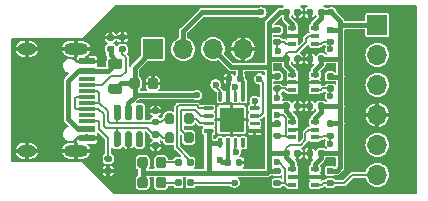
<source format=gtl>
G04 #@! TF.GenerationSoftware,KiCad,Pcbnew,9.0.1*
G04 #@! TF.CreationDate,2025-05-17T15:06:53+00:00*
G04 #@! TF.ProjectId,usb-uart,7573622d-7561-4727-942e-6b696361645f,rev?*
G04 #@! TF.SameCoordinates,Original*
G04 #@! TF.FileFunction,Copper,L1,Top*
G04 #@! TF.FilePolarity,Positive*
%FSLAX46Y46*%
G04 Gerber Fmt 4.6, Leading zero omitted, Abs format (unit mm)*
G04 Created by KiCad (PCBNEW 9.0.1) date 2025-05-17 15:06:53*
%MOMM*%
%LPD*%
G01*
G04 APERTURE LIST*
G04 #@! TA.AperFunction,SMDPad,CuDef*
%ADD10R,0.650000X0.400000*%
G04 #@! TD*
G04 #@! TA.AperFunction,ComponentPad*
%ADD11R,1.700000X1.700000*%
G04 #@! TD*
G04 #@! TA.AperFunction,ComponentPad*
%ADD12O,1.700000X1.700000*%
G04 #@! TD*
G04 #@! TA.AperFunction,SMDPad,CuDef*
%ADD13R,1.450000X0.600000*%
G04 #@! TD*
G04 #@! TA.AperFunction,SMDPad,CuDef*
%ADD14R,1.450000X0.300000*%
G04 #@! TD*
G04 #@! TA.AperFunction,ComponentPad*
%ADD15O,2.100000X1.000000*%
G04 #@! TD*
G04 #@! TA.AperFunction,ComponentPad*
%ADD16O,1.600000X1.000000*%
G04 #@! TD*
G04 #@! TA.AperFunction,SMDPad,CuDef*
%ADD17R,2.100000X2.100000*%
G04 #@! TD*
G04 #@! TA.AperFunction,ViaPad*
%ADD18C,0.600000*%
G04 #@! TD*
G04 #@! TA.AperFunction,Conductor*
%ADD19C,0.400000*%
G04 #@! TD*
G04 #@! TA.AperFunction,Conductor*
%ADD20C,0.300000*%
G04 #@! TD*
G04 #@! TA.AperFunction,Conductor*
%ADD21C,0.200000*%
G04 #@! TD*
G04 #@! TA.AperFunction,Conductor*
%ADD22C,0.450000*%
G04 #@! TD*
G04 APERTURE END LIST*
G04 #@! TA.AperFunction,SMDPad,CuDef*
G36*
G01*
X112870000Y-90785000D02*
X112870000Y-90415000D01*
G75*
G02*
X113005000Y-90280000I135000J0D01*
G01*
X113275000Y-90280000D01*
G75*
G02*
X113410000Y-90415000I0J-135000D01*
G01*
X113410000Y-90785000D01*
G75*
G02*
X113275000Y-90920000I-135000J0D01*
G01*
X113005000Y-90920000D01*
G75*
G02*
X112870000Y-90785000I0J135000D01*
G01*
G37*
G04 #@! TD.AperFunction*
G04 #@! TA.AperFunction,SMDPad,CuDef*
G36*
G01*
X113890000Y-90785000D02*
X113890000Y-90415000D01*
G75*
G02*
X114025000Y-90280000I135000J0D01*
G01*
X114295000Y-90280000D01*
G75*
G02*
X114430000Y-90415000I0J-135000D01*
G01*
X114430000Y-90785000D01*
G75*
G02*
X114295000Y-90920000I-135000J0D01*
G01*
X114025000Y-90920000D01*
G75*
G02*
X113890000Y-90785000I0J135000D01*
G01*
G37*
G04 #@! TD.AperFunction*
G04 #@! TA.AperFunction,SMDPad,CuDef*
G36*
G01*
X125490000Y-85655000D02*
X125490000Y-85995000D01*
G75*
G02*
X125350000Y-86135000I-140000J0D01*
G01*
X125070000Y-86135000D01*
G75*
G02*
X124930000Y-85995000I0J140000D01*
G01*
X124930000Y-85655000D01*
G75*
G02*
X125070000Y-85515000I140000J0D01*
G01*
X125350000Y-85515000D01*
G75*
G02*
X125490000Y-85655000I0J-140000D01*
G01*
G37*
G04 #@! TD.AperFunction*
G04 #@! TA.AperFunction,SMDPad,CuDef*
G36*
G01*
X124530000Y-85655000D02*
X124530000Y-85995000D01*
G75*
G02*
X124390000Y-86135000I-140000J0D01*
G01*
X124110000Y-86135000D01*
G75*
G02*
X123970000Y-85995000I0J140000D01*
G01*
X123970000Y-85655000D01*
G75*
G02*
X124110000Y-85515000I140000J0D01*
G01*
X124390000Y-85515000D01*
G75*
G02*
X124530000Y-85655000I0J-140000D01*
G01*
G37*
G04 #@! TD.AperFunction*
D10*
X122800000Y-91175000D03*
X122800000Y-91825000D03*
X122800000Y-92475000D03*
X124700000Y-92475000D03*
X124700000Y-91825000D03*
X124700000Y-91175000D03*
G04 #@! TA.AperFunction,SMDPad,CuDef*
G36*
G01*
X112125000Y-90343750D02*
X112125000Y-90856250D01*
G75*
G02*
X111906250Y-91075000I-218750J0D01*
G01*
X111468750Y-91075000D01*
G75*
G02*
X111250000Y-90856250I0J218750D01*
G01*
X111250000Y-90343750D01*
G75*
G02*
X111468750Y-90125000I218750J0D01*
G01*
X111906250Y-90125000D01*
G75*
G02*
X112125000Y-90343750I0J-218750D01*
G01*
G37*
G04 #@! TD.AperFunction*
G04 #@! TA.AperFunction,SMDPad,CuDef*
G36*
G01*
X110550000Y-90343750D02*
X110550000Y-90856250D01*
G75*
G02*
X110331250Y-91075000I-218750J0D01*
G01*
X109893750Y-91075000D01*
G75*
G02*
X109675000Y-90856250I0J218750D01*
G01*
X109675000Y-90343750D01*
G75*
G02*
X109893750Y-90125000I218750J0D01*
G01*
X110331250Y-90125000D01*
G75*
G02*
X110550000Y-90343750I0J-218750D01*
G01*
G37*
G04 #@! TD.AperFunction*
G04 #@! TA.AperFunction,SMDPad,CuDef*
G36*
G01*
X125510000Y-77720000D02*
X125510000Y-78060000D01*
G75*
G02*
X125370000Y-78200000I-140000J0D01*
G01*
X125090000Y-78200000D01*
G75*
G02*
X124950000Y-78060000I0J140000D01*
G01*
X124950000Y-77720000D01*
G75*
G02*
X125090000Y-77580000I140000J0D01*
G01*
X125370000Y-77580000D01*
G75*
G02*
X125510000Y-77720000I0J-140000D01*
G01*
G37*
G04 #@! TD.AperFunction*
G04 #@! TA.AperFunction,SMDPad,CuDef*
G36*
G01*
X124550000Y-77720000D02*
X124550000Y-78060000D01*
G75*
G02*
X124410000Y-78200000I-140000J0D01*
G01*
X124130000Y-78200000D01*
G75*
G02*
X123990000Y-78060000I0J140000D01*
G01*
X123990000Y-77720000D01*
G75*
G02*
X124130000Y-77580000I140000J0D01*
G01*
X124410000Y-77580000D01*
G75*
G02*
X124550000Y-77720000I0J-140000D01*
G01*
G37*
G04 #@! TD.AperFunction*
G04 #@! TA.AperFunction,SMDPad,CuDef*
G36*
G01*
X121315000Y-91045000D02*
X121685000Y-91045000D01*
G75*
G02*
X121820000Y-91180000I0J-135000D01*
G01*
X121820000Y-91450000D01*
G75*
G02*
X121685000Y-91585000I-135000J0D01*
G01*
X121315000Y-91585000D01*
G75*
G02*
X121180000Y-91450000I0J135000D01*
G01*
X121180000Y-91180000D01*
G75*
G02*
X121315000Y-91045000I135000J0D01*
G01*
G37*
G04 #@! TD.AperFunction*
G04 #@! TA.AperFunction,SMDPad,CuDef*
G36*
G01*
X121315000Y-92065000D02*
X121685000Y-92065000D01*
G75*
G02*
X121820000Y-92200000I0J-135000D01*
G01*
X121820000Y-92470000D01*
G75*
G02*
X121685000Y-92605000I-135000J0D01*
G01*
X121315000Y-92605000D01*
G75*
G02*
X121180000Y-92470000I0J135000D01*
G01*
X121180000Y-92200000D01*
G75*
G02*
X121315000Y-92065000I135000J0D01*
G01*
G37*
G04 #@! TD.AperFunction*
G04 #@! TA.AperFunction,SMDPad,CuDef*
G36*
G01*
X111975000Y-87175000D02*
X111975000Y-86625000D01*
G75*
G02*
X112175000Y-86425000I200000J0D01*
G01*
X112575000Y-86425000D01*
G75*
G02*
X112775000Y-86625000I0J-200000D01*
G01*
X112775000Y-87175000D01*
G75*
G02*
X112575000Y-87375000I-200000J0D01*
G01*
X112175000Y-87375000D01*
G75*
G02*
X111975000Y-87175000I0J200000D01*
G01*
G37*
G04 #@! TD.AperFunction*
G04 #@! TA.AperFunction,SMDPad,CuDef*
G36*
G01*
X113625000Y-87175000D02*
X113625000Y-86625000D01*
G75*
G02*
X113825000Y-86425000I200000J0D01*
G01*
X114225000Y-86425000D01*
G75*
G02*
X114425000Y-86625000I0J-200000D01*
G01*
X114425000Y-87175000D01*
G75*
G02*
X114225000Y-87375000I-200000J0D01*
G01*
X113825000Y-87375000D01*
G75*
G02*
X113625000Y-87175000I0J200000D01*
G01*
G37*
G04 #@! TD.AperFunction*
G04 #@! TA.AperFunction,SMDPad,CuDef*
G36*
G01*
X107015000Y-90020000D02*
X107385000Y-90020000D01*
G75*
G02*
X107520000Y-90155000I0J-135000D01*
G01*
X107520000Y-90425000D01*
G75*
G02*
X107385000Y-90560000I-135000J0D01*
G01*
X107015000Y-90560000D01*
G75*
G02*
X106880000Y-90425000I0J135000D01*
G01*
X106880000Y-90155000D01*
G75*
G02*
X107015000Y-90020000I135000J0D01*
G01*
G37*
G04 #@! TD.AperFunction*
G04 #@! TA.AperFunction,SMDPad,CuDef*
G36*
G01*
X107015000Y-91040000D02*
X107385000Y-91040000D01*
G75*
G02*
X107520000Y-91175000I0J-135000D01*
G01*
X107520000Y-91445000D01*
G75*
G02*
X107385000Y-91580000I-135000J0D01*
G01*
X107015000Y-91580000D01*
G75*
G02*
X106880000Y-91445000I0J135000D01*
G01*
X106880000Y-91175000D01*
G75*
G02*
X107015000Y-91040000I135000J0D01*
G01*
G37*
G04 #@! TD.AperFunction*
X122800000Y-79240000D03*
X122800000Y-79890000D03*
X122800000Y-80540000D03*
X124700000Y-80540000D03*
X124700000Y-79890000D03*
X124700000Y-79240000D03*
G04 #@! TA.AperFunction,SMDPad,CuDef*
G36*
G01*
X121990000Y-85995000D02*
X121990000Y-85655000D01*
G75*
G02*
X122130000Y-85515000I140000J0D01*
G01*
X122410000Y-85515000D01*
G75*
G02*
X122550000Y-85655000I0J-140000D01*
G01*
X122550000Y-85995000D01*
G75*
G02*
X122410000Y-86135000I-140000J0D01*
G01*
X122130000Y-86135000D01*
G75*
G02*
X121990000Y-85995000I0J140000D01*
G01*
G37*
G04 #@! TD.AperFunction*
G04 #@! TA.AperFunction,SMDPad,CuDef*
G36*
G01*
X122950000Y-85995000D02*
X122950000Y-85655000D01*
G75*
G02*
X123090000Y-85515000I140000J0D01*
G01*
X123370000Y-85515000D01*
G75*
G02*
X123510000Y-85655000I0J-140000D01*
G01*
X123510000Y-85995000D01*
G75*
G02*
X123370000Y-86135000I-140000J0D01*
G01*
X123090000Y-86135000D01*
G75*
G02*
X122950000Y-85995000I0J140000D01*
G01*
G37*
G04 #@! TD.AperFunction*
D11*
X129975000Y-78950000D03*
D12*
X129975000Y-81490000D03*
X129975000Y-84030000D03*
X129975000Y-86570000D03*
X129975000Y-89110000D03*
X129975000Y-91650000D03*
G04 #@! TA.AperFunction,SMDPad,CuDef*
G36*
G01*
X125815000Y-91045000D02*
X126185000Y-91045000D01*
G75*
G02*
X126320000Y-91180000I0J-135000D01*
G01*
X126320000Y-91450000D01*
G75*
G02*
X126185000Y-91585000I-135000J0D01*
G01*
X125815000Y-91585000D01*
G75*
G02*
X125680000Y-91450000I0J135000D01*
G01*
X125680000Y-91180000D01*
G75*
G02*
X125815000Y-91045000I135000J0D01*
G01*
G37*
G04 #@! TD.AperFunction*
G04 #@! TA.AperFunction,SMDPad,CuDef*
G36*
G01*
X125815000Y-92065000D02*
X126185000Y-92065000D01*
G75*
G02*
X126320000Y-92200000I0J-135000D01*
G01*
X126320000Y-92470000D01*
G75*
G02*
X126185000Y-92605000I-135000J0D01*
G01*
X125815000Y-92605000D01*
G75*
G02*
X125680000Y-92470000I0J135000D01*
G01*
X125680000Y-92200000D01*
G75*
G02*
X125815000Y-92065000I135000J0D01*
G01*
G37*
G04 #@! TD.AperFunction*
D10*
X122800000Y-87175000D03*
X122800000Y-87825000D03*
X122800000Y-88475000D03*
X124700000Y-88475000D03*
X124700000Y-87825000D03*
X124700000Y-87175000D03*
G04 #@! TA.AperFunction,SMDPad,CuDef*
G36*
G01*
X125510000Y-89655000D02*
X125510000Y-89995000D01*
G75*
G02*
X125370000Y-90135000I-140000J0D01*
G01*
X125090000Y-90135000D01*
G75*
G02*
X124950000Y-89995000I0J140000D01*
G01*
X124950000Y-89655000D01*
G75*
G02*
X125090000Y-89515000I140000J0D01*
G01*
X125370000Y-89515000D01*
G75*
G02*
X125510000Y-89655000I0J-140000D01*
G01*
G37*
G04 #@! TD.AperFunction*
G04 #@! TA.AperFunction,SMDPad,CuDef*
G36*
G01*
X124550000Y-89655000D02*
X124550000Y-89995000D01*
G75*
G02*
X124410000Y-90135000I-140000J0D01*
G01*
X124130000Y-90135000D01*
G75*
G02*
X123990000Y-89995000I0J140000D01*
G01*
X123990000Y-89655000D01*
G75*
G02*
X124130000Y-89515000I140000J0D01*
G01*
X124410000Y-89515000D01*
G75*
G02*
X124550000Y-89655000I0J-140000D01*
G01*
G37*
G04 #@! TD.AperFunction*
G04 #@! TA.AperFunction,SMDPad,CuDef*
G36*
G01*
X125815000Y-83045000D02*
X126185000Y-83045000D01*
G75*
G02*
X126320000Y-83180000I0J-135000D01*
G01*
X126320000Y-83450000D01*
G75*
G02*
X126185000Y-83585000I-135000J0D01*
G01*
X125815000Y-83585000D01*
G75*
G02*
X125680000Y-83450000I0J135000D01*
G01*
X125680000Y-83180000D01*
G75*
G02*
X125815000Y-83045000I135000J0D01*
G01*
G37*
G04 #@! TD.AperFunction*
G04 #@! TA.AperFunction,SMDPad,CuDef*
G36*
G01*
X125815000Y-84065000D02*
X126185000Y-84065000D01*
G75*
G02*
X126320000Y-84200000I0J-135000D01*
G01*
X126320000Y-84470000D01*
G75*
G02*
X126185000Y-84605000I-135000J0D01*
G01*
X125815000Y-84605000D01*
G75*
G02*
X125680000Y-84470000I0J135000D01*
G01*
X125680000Y-84200000D01*
G75*
G02*
X125815000Y-84065000I135000J0D01*
G01*
G37*
G04 #@! TD.AperFunction*
X122800000Y-83175000D03*
X122800000Y-83825000D03*
X122800000Y-84475000D03*
X124700000Y-84475000D03*
X124700000Y-83825000D03*
X124700000Y-83175000D03*
G04 #@! TA.AperFunction,SMDPad,CuDef*
G36*
G01*
X121990000Y-78060000D02*
X121990000Y-77720000D01*
G75*
G02*
X122130000Y-77580000I140000J0D01*
G01*
X122410000Y-77580000D01*
G75*
G02*
X122550000Y-77720000I0J-140000D01*
G01*
X122550000Y-78060000D01*
G75*
G02*
X122410000Y-78200000I-140000J0D01*
G01*
X122130000Y-78200000D01*
G75*
G02*
X121990000Y-78060000I0J140000D01*
G01*
G37*
G04 #@! TD.AperFunction*
G04 #@! TA.AperFunction,SMDPad,CuDef*
G36*
G01*
X122950000Y-78060000D02*
X122950000Y-77720000D01*
G75*
G02*
X123090000Y-77580000I140000J0D01*
G01*
X123370000Y-77580000D01*
G75*
G02*
X123510000Y-77720000I0J-140000D01*
G01*
X123510000Y-78060000D01*
G75*
G02*
X123370000Y-78200000I-140000J0D01*
G01*
X123090000Y-78200000D01*
G75*
G02*
X122950000Y-78060000I0J140000D01*
G01*
G37*
G04 #@! TD.AperFunction*
G04 #@! TA.AperFunction,SMDPad,CuDef*
G36*
G01*
X118660000Y-83330000D02*
X118660000Y-83670000D01*
G75*
G02*
X118520000Y-83810000I-140000J0D01*
G01*
X118240000Y-83810000D01*
G75*
G02*
X118100000Y-83670000I0J140000D01*
G01*
X118100000Y-83330000D01*
G75*
G02*
X118240000Y-83190000I140000J0D01*
G01*
X118520000Y-83190000D01*
G75*
G02*
X118660000Y-83330000I0J-140000D01*
G01*
G37*
G04 #@! TD.AperFunction*
G04 #@! TA.AperFunction,SMDPad,CuDef*
G36*
G01*
X117700000Y-83330000D02*
X117700000Y-83670000D01*
G75*
G02*
X117560000Y-83810000I-140000J0D01*
G01*
X117280000Y-83810000D01*
G75*
G02*
X117140000Y-83670000I0J140000D01*
G01*
X117140000Y-83330000D01*
G75*
G02*
X117280000Y-83190000I140000J0D01*
G01*
X117560000Y-83190000D01*
G75*
G02*
X117700000Y-83330000I0J-140000D01*
G01*
G37*
G04 #@! TD.AperFunction*
G04 #@! TA.AperFunction,SMDPad,CuDef*
G36*
G01*
X112125000Y-92043750D02*
X112125000Y-92556250D01*
G75*
G02*
X111906250Y-92775000I-218750J0D01*
G01*
X111468750Y-92775000D01*
G75*
G02*
X111250000Y-92556250I0J218750D01*
G01*
X111250000Y-92043750D01*
G75*
G02*
X111468750Y-91825000I218750J0D01*
G01*
X111906250Y-91825000D01*
G75*
G02*
X112125000Y-92043750I0J-218750D01*
G01*
G37*
G04 #@! TD.AperFunction*
G04 #@! TA.AperFunction,SMDPad,CuDef*
G36*
G01*
X110550000Y-92043750D02*
X110550000Y-92556250D01*
G75*
G02*
X110331250Y-92775000I-218750J0D01*
G01*
X109893750Y-92775000D01*
G75*
G02*
X109675000Y-92556250I0J218750D01*
G01*
X109675000Y-92043750D01*
G75*
G02*
X109893750Y-91825000I218750J0D01*
G01*
X110331250Y-91825000D01*
G75*
G02*
X110550000Y-92043750I0J-218750D01*
G01*
G37*
G04 #@! TD.AperFunction*
G04 #@! TA.AperFunction,SMDPad,CuDef*
G36*
G01*
X112880000Y-92485000D02*
X112880000Y-92115000D01*
G75*
G02*
X113015000Y-91980000I135000J0D01*
G01*
X113285000Y-91980000D01*
G75*
G02*
X113420000Y-92115000I0J-135000D01*
G01*
X113420000Y-92485000D01*
G75*
G02*
X113285000Y-92620000I-135000J0D01*
G01*
X113015000Y-92620000D01*
G75*
G02*
X112880000Y-92485000I0J135000D01*
G01*
G37*
G04 #@! TD.AperFunction*
G04 #@! TA.AperFunction,SMDPad,CuDef*
G36*
G01*
X113900000Y-92485000D02*
X113900000Y-92115000D01*
G75*
G02*
X114035000Y-91980000I135000J0D01*
G01*
X114305000Y-91980000D01*
G75*
G02*
X114440000Y-92115000I0J-135000D01*
G01*
X114440000Y-92485000D01*
G75*
G02*
X114305000Y-92620000I-135000J0D01*
G01*
X114035000Y-92620000D01*
G75*
G02*
X113900000Y-92485000I0J135000D01*
G01*
G37*
G04 #@! TD.AperFunction*
G04 #@! TA.AperFunction,SMDPad,CuDef*
G36*
G01*
X121990000Y-89995000D02*
X121990000Y-89655000D01*
G75*
G02*
X122130000Y-89515000I140000J0D01*
G01*
X122410000Y-89515000D01*
G75*
G02*
X122550000Y-89655000I0J-140000D01*
G01*
X122550000Y-89995000D01*
G75*
G02*
X122410000Y-90135000I-140000J0D01*
G01*
X122130000Y-90135000D01*
G75*
G02*
X121990000Y-89995000I0J140000D01*
G01*
G37*
G04 #@! TD.AperFunction*
G04 #@! TA.AperFunction,SMDPad,CuDef*
G36*
G01*
X122950000Y-89995000D02*
X122950000Y-89655000D01*
G75*
G02*
X123090000Y-89515000I140000J0D01*
G01*
X123370000Y-89515000D01*
G75*
G02*
X123510000Y-89655000I0J-140000D01*
G01*
X123510000Y-89995000D01*
G75*
G02*
X123370000Y-90135000I-140000J0D01*
G01*
X123090000Y-90135000D01*
G75*
G02*
X122950000Y-89995000I0J140000D01*
G01*
G37*
G04 #@! TD.AperFunction*
G04 #@! TA.AperFunction,SMDPad,CuDef*
G36*
G01*
X121990000Y-81995000D02*
X121990000Y-81655000D01*
G75*
G02*
X122130000Y-81515000I140000J0D01*
G01*
X122410000Y-81515000D01*
G75*
G02*
X122550000Y-81655000I0J-140000D01*
G01*
X122550000Y-81995000D01*
G75*
G02*
X122410000Y-82135000I-140000J0D01*
G01*
X122130000Y-82135000D01*
G75*
G02*
X121990000Y-81995000I0J140000D01*
G01*
G37*
G04 #@! TD.AperFunction*
G04 #@! TA.AperFunction,SMDPad,CuDef*
G36*
G01*
X122950000Y-81995000D02*
X122950000Y-81655000D01*
G75*
G02*
X123090000Y-81515000I140000J0D01*
G01*
X123370000Y-81515000D01*
G75*
G02*
X123510000Y-81655000I0J-140000D01*
G01*
X123510000Y-81995000D01*
G75*
G02*
X123370000Y-82135000I-140000J0D01*
G01*
X123090000Y-82135000D01*
G75*
G02*
X122950000Y-81995000I0J140000D01*
G01*
G37*
G04 #@! TD.AperFunction*
G04 #@! TA.AperFunction,SMDPad,CuDef*
G36*
G01*
X125530000Y-81655000D02*
X125530000Y-81995000D01*
G75*
G02*
X125390000Y-82135000I-140000J0D01*
G01*
X125110000Y-82135000D01*
G75*
G02*
X124970000Y-81995000I0J140000D01*
G01*
X124970000Y-81655000D01*
G75*
G02*
X125110000Y-81515000I140000J0D01*
G01*
X125390000Y-81515000D01*
G75*
G02*
X125530000Y-81655000I0J-140000D01*
G01*
G37*
G04 #@! TD.AperFunction*
G04 #@! TA.AperFunction,SMDPad,CuDef*
G36*
G01*
X124570000Y-81655000D02*
X124570000Y-81995000D01*
G75*
G02*
X124430000Y-82135000I-140000J0D01*
G01*
X124150000Y-82135000D01*
G75*
G02*
X124010000Y-81995000I0J140000D01*
G01*
X124010000Y-81655000D01*
G75*
G02*
X124150000Y-81515000I140000J0D01*
G01*
X124430000Y-81515000D01*
G75*
G02*
X124570000Y-81655000I0J-140000D01*
G01*
G37*
G04 #@! TD.AperFunction*
G04 #@! TA.AperFunction,SMDPad,CuDef*
G36*
G01*
X121315000Y-79110000D02*
X121685000Y-79110000D01*
G75*
G02*
X121820000Y-79245000I0J-135000D01*
G01*
X121820000Y-79515000D01*
G75*
G02*
X121685000Y-79650000I-135000J0D01*
G01*
X121315000Y-79650000D01*
G75*
G02*
X121180000Y-79515000I0J135000D01*
G01*
X121180000Y-79245000D01*
G75*
G02*
X121315000Y-79110000I135000J0D01*
G01*
G37*
G04 #@! TD.AperFunction*
G04 #@! TA.AperFunction,SMDPad,CuDef*
G36*
G01*
X121315000Y-80130000D02*
X121685000Y-80130000D01*
G75*
G02*
X121820000Y-80265000I0J-135000D01*
G01*
X121820000Y-80535000D01*
G75*
G02*
X121685000Y-80670000I-135000J0D01*
G01*
X121315000Y-80670000D01*
G75*
G02*
X121180000Y-80535000I0J135000D01*
G01*
X121180000Y-80265000D01*
G75*
G02*
X121315000Y-80130000I135000J0D01*
G01*
G37*
G04 #@! TD.AperFunction*
G04 #@! TA.AperFunction,SMDPad,CuDef*
G36*
G01*
X107418750Y-81800000D02*
X108181250Y-81800000D01*
G75*
G02*
X108400000Y-82018750I0J-218750D01*
G01*
X108400000Y-82456250D01*
G75*
G02*
X108181250Y-82675000I-218750J0D01*
G01*
X107418750Y-82675000D01*
G75*
G02*
X107200000Y-82456250I0J218750D01*
G01*
X107200000Y-82018750D01*
G75*
G02*
X107418750Y-81800000I218750J0D01*
G01*
G37*
G04 #@! TD.AperFunction*
G04 #@! TA.AperFunction,SMDPad,CuDef*
G36*
G01*
X107418750Y-83925000D02*
X108181250Y-83925000D01*
G75*
G02*
X108400000Y-84143750I0J-218750D01*
G01*
X108400000Y-84581250D01*
G75*
G02*
X108181250Y-84800000I-218750J0D01*
G01*
X107418750Y-84800000D01*
G75*
G02*
X107200000Y-84581250I0J218750D01*
G01*
X107200000Y-84143750D01*
G75*
G02*
X107418750Y-83925000I218750J0D01*
G01*
G37*
G04 #@! TD.AperFunction*
G04 #@! TA.AperFunction,SMDPad,CuDef*
G36*
G01*
X108975000Y-84150000D02*
X108975000Y-83650000D01*
G75*
G02*
X109200000Y-83425000I225000J0D01*
G01*
X109650000Y-83425000D01*
G75*
G02*
X109875000Y-83650000I0J-225000D01*
G01*
X109875000Y-84150000D01*
G75*
G02*
X109650000Y-84375000I-225000J0D01*
G01*
X109200000Y-84375000D01*
G75*
G02*
X108975000Y-84150000I0J225000D01*
G01*
G37*
G04 #@! TD.AperFunction*
G04 #@! TA.AperFunction,SMDPad,CuDef*
G36*
G01*
X110525000Y-84150000D02*
X110525000Y-83650000D01*
G75*
G02*
X110750000Y-83425000I225000J0D01*
G01*
X111200000Y-83425000D01*
G75*
G02*
X111425000Y-83650000I0J-225000D01*
G01*
X111425000Y-84150000D01*
G75*
G02*
X111200000Y-84375000I-225000J0D01*
G01*
X110750000Y-84375000D01*
G75*
G02*
X110525000Y-84150000I0J225000D01*
G01*
G37*
G04 #@! TD.AperFunction*
D11*
X111000000Y-81000000D03*
D12*
X113540000Y-81000000D03*
X116080000Y-81000000D03*
X118620000Y-81000000D03*
G04 #@! TA.AperFunction,SMDPad,CuDef*
G36*
G01*
X111030000Y-87940000D02*
X111370000Y-87940000D01*
G75*
G02*
X111510000Y-88080000I0J-140000D01*
G01*
X111510000Y-88360000D01*
G75*
G02*
X111370000Y-88500000I-140000J0D01*
G01*
X111030000Y-88500000D01*
G75*
G02*
X110890000Y-88360000I0J140000D01*
G01*
X110890000Y-88080000D01*
G75*
G02*
X111030000Y-87940000I140000J0D01*
G01*
G37*
G04 #@! TD.AperFunction*
G04 #@! TA.AperFunction,SMDPad,CuDef*
G36*
G01*
X111030000Y-88900000D02*
X111370000Y-88900000D01*
G75*
G02*
X111510000Y-89040000I0J-140000D01*
G01*
X111510000Y-89320000D01*
G75*
G02*
X111370000Y-89460000I-140000J0D01*
G01*
X111030000Y-89460000D01*
G75*
G02*
X110890000Y-89320000I0J140000D01*
G01*
X110890000Y-89040000D01*
G75*
G02*
X111030000Y-88900000I140000J0D01*
G01*
G37*
G04 #@! TD.AperFunction*
D13*
X105395000Y-82050000D03*
X105395000Y-82850000D03*
D14*
X105395000Y-84050000D03*
X105395000Y-85050000D03*
X105395000Y-85550000D03*
X105395000Y-86550000D03*
D13*
X105395000Y-87750000D03*
X105395000Y-88550000D03*
X105395000Y-88550000D03*
X105395000Y-87750000D03*
D14*
X105395000Y-87050000D03*
X105395000Y-86050000D03*
X105395000Y-84550000D03*
X105395000Y-83550000D03*
D13*
X105395000Y-82850000D03*
X105395000Y-82050000D03*
D15*
X104480000Y-80980000D03*
D16*
X100300000Y-80980000D03*
D15*
X104480000Y-89620000D03*
D16*
X100300000Y-89620000D03*
G04 #@! TA.AperFunction,SMDPad,CuDef*
G36*
G01*
X121315000Y-83045000D02*
X121685000Y-83045000D01*
G75*
G02*
X121820000Y-83180000I0J-135000D01*
G01*
X121820000Y-83450000D01*
G75*
G02*
X121685000Y-83585000I-135000J0D01*
G01*
X121315000Y-83585000D01*
G75*
G02*
X121180000Y-83450000I0J135000D01*
G01*
X121180000Y-83180000D01*
G75*
G02*
X121315000Y-83045000I135000J0D01*
G01*
G37*
G04 #@! TD.AperFunction*
G04 #@! TA.AperFunction,SMDPad,CuDef*
G36*
G01*
X121315000Y-84065000D02*
X121685000Y-84065000D01*
G75*
G02*
X121820000Y-84200000I0J-135000D01*
G01*
X121820000Y-84470000D01*
G75*
G02*
X121685000Y-84605000I-135000J0D01*
G01*
X121315000Y-84605000D01*
G75*
G02*
X121180000Y-84470000I0J135000D01*
G01*
X121180000Y-84200000D01*
G75*
G02*
X121315000Y-84065000I135000J0D01*
G01*
G37*
G04 #@! TD.AperFunction*
G04 #@! TA.AperFunction,SMDPad,CuDef*
G36*
G01*
X117040000Y-90770000D02*
X117040000Y-90430000D01*
G75*
G02*
X117180000Y-90290000I140000J0D01*
G01*
X117460000Y-90290000D01*
G75*
G02*
X117600000Y-90430000I0J-140000D01*
G01*
X117600000Y-90770000D01*
G75*
G02*
X117460000Y-90910000I-140000J0D01*
G01*
X117180000Y-90910000D01*
G75*
G02*
X117040000Y-90770000I0J140000D01*
G01*
G37*
G04 #@! TD.AperFunction*
G04 #@! TA.AperFunction,SMDPad,CuDef*
G36*
G01*
X118000000Y-90770000D02*
X118000000Y-90430000D01*
G75*
G02*
X118140000Y-90290000I140000J0D01*
G01*
X118420000Y-90290000D01*
G75*
G02*
X118560000Y-90430000I0J-140000D01*
G01*
X118560000Y-90770000D01*
G75*
G02*
X118420000Y-90910000I-140000J0D01*
G01*
X118140000Y-90910000D01*
G75*
G02*
X118000000Y-90770000I0J140000D01*
G01*
G37*
G04 #@! TD.AperFunction*
G04 #@! TA.AperFunction,SMDPad,CuDef*
G36*
G01*
X121315000Y-87045000D02*
X121685000Y-87045000D01*
G75*
G02*
X121820000Y-87180000I0J-135000D01*
G01*
X121820000Y-87450000D01*
G75*
G02*
X121685000Y-87585000I-135000J0D01*
G01*
X121315000Y-87585000D01*
G75*
G02*
X121180000Y-87450000I0J135000D01*
G01*
X121180000Y-87180000D01*
G75*
G02*
X121315000Y-87045000I135000J0D01*
G01*
G37*
G04 #@! TD.AperFunction*
G04 #@! TA.AperFunction,SMDPad,CuDef*
G36*
G01*
X121315000Y-88065000D02*
X121685000Y-88065000D01*
G75*
G02*
X121820000Y-88200000I0J-135000D01*
G01*
X121820000Y-88470000D01*
G75*
G02*
X121685000Y-88605000I-135000J0D01*
G01*
X121315000Y-88605000D01*
G75*
G02*
X121180000Y-88470000I0J135000D01*
G01*
X121180000Y-88200000D01*
G75*
G02*
X121315000Y-88065000I135000J0D01*
G01*
G37*
G04 #@! TD.AperFunction*
G04 #@! TA.AperFunction,SMDPad,CuDef*
G36*
G01*
X111975000Y-88775000D02*
X111975000Y-88225000D01*
G75*
G02*
X112175000Y-88025000I200000J0D01*
G01*
X112575000Y-88025000D01*
G75*
G02*
X112775000Y-88225000I0J-200000D01*
G01*
X112775000Y-88775000D01*
G75*
G02*
X112575000Y-88975000I-200000J0D01*
G01*
X112175000Y-88975000D01*
G75*
G02*
X111975000Y-88775000I0J200000D01*
G01*
G37*
G04 #@! TD.AperFunction*
G04 #@! TA.AperFunction,SMDPad,CuDef*
G36*
G01*
X113625000Y-88775000D02*
X113625000Y-88225000D01*
G75*
G02*
X113825000Y-88025000I200000J0D01*
G01*
X114225000Y-88025000D01*
G75*
G02*
X114425000Y-88225000I0J-200000D01*
G01*
X114425000Y-88775000D01*
G75*
G02*
X114225000Y-88975000I-200000J0D01*
G01*
X113825000Y-88975000D01*
G75*
G02*
X113625000Y-88775000I0J200000D01*
G01*
G37*
G04 #@! TD.AperFunction*
G04 #@! TA.AperFunction,SMDPad,CuDef*
G36*
G01*
X118550000Y-84600000D02*
X118700000Y-84600000D01*
G75*
G02*
X118775000Y-84675000I0J-75000D01*
G01*
X118775000Y-85375000D01*
G75*
G02*
X118700000Y-85450000I-75000J0D01*
G01*
X118550000Y-85450000D01*
G75*
G02*
X118475000Y-85375000I0J75000D01*
G01*
X118475000Y-84675000D01*
G75*
G02*
X118550000Y-84600000I75000J0D01*
G01*
G37*
G04 #@! TD.AperFunction*
G04 #@! TA.AperFunction,SMDPad,CuDef*
G36*
G01*
X117900000Y-84600000D02*
X118050000Y-84600000D01*
G75*
G02*
X118125000Y-84675000I0J-75000D01*
G01*
X118125000Y-85375000D01*
G75*
G02*
X118050000Y-85450000I-75000J0D01*
G01*
X117900000Y-85450000D01*
G75*
G02*
X117825000Y-85375000I0J75000D01*
G01*
X117825000Y-84675000D01*
G75*
G02*
X117900000Y-84600000I75000J0D01*
G01*
G37*
G04 #@! TD.AperFunction*
G04 #@! TA.AperFunction,SMDPad,CuDef*
G36*
G01*
X117250000Y-84600000D02*
X117400000Y-84600000D01*
G75*
G02*
X117475000Y-84675000I0J-75000D01*
G01*
X117475000Y-85375000D01*
G75*
G02*
X117400000Y-85450000I-75000J0D01*
G01*
X117250000Y-85450000D01*
G75*
G02*
X117175000Y-85375000I0J75000D01*
G01*
X117175000Y-84675000D01*
G75*
G02*
X117250000Y-84600000I75000J0D01*
G01*
G37*
G04 #@! TD.AperFunction*
G04 #@! TA.AperFunction,SMDPad,CuDef*
G36*
G01*
X116600000Y-84600000D02*
X116750000Y-84600000D01*
G75*
G02*
X116825000Y-84675000I0J-75000D01*
G01*
X116825000Y-85375000D01*
G75*
G02*
X116750000Y-85450000I-75000J0D01*
G01*
X116600000Y-85450000D01*
G75*
G02*
X116525000Y-85375000I0J75000D01*
G01*
X116525000Y-84675000D01*
G75*
G02*
X116600000Y-84600000I75000J0D01*
G01*
G37*
G04 #@! TD.AperFunction*
G04 #@! TA.AperFunction,SMDPad,CuDef*
G36*
G01*
X115350000Y-85850000D02*
X116050000Y-85850000D01*
G75*
G02*
X116125000Y-85925000I0J-75000D01*
G01*
X116125000Y-86075000D01*
G75*
G02*
X116050000Y-86150000I-75000J0D01*
G01*
X115350000Y-86150000D01*
G75*
G02*
X115275000Y-86075000I0J75000D01*
G01*
X115275000Y-85925000D01*
G75*
G02*
X115350000Y-85850000I75000J0D01*
G01*
G37*
G04 #@! TD.AperFunction*
G04 #@! TA.AperFunction,SMDPad,CuDef*
G36*
G01*
X115350000Y-86500000D02*
X116050000Y-86500000D01*
G75*
G02*
X116125000Y-86575000I0J-75000D01*
G01*
X116125000Y-86725000D01*
G75*
G02*
X116050000Y-86800000I-75000J0D01*
G01*
X115350000Y-86800000D01*
G75*
G02*
X115275000Y-86725000I0J75000D01*
G01*
X115275000Y-86575000D01*
G75*
G02*
X115350000Y-86500000I75000J0D01*
G01*
G37*
G04 #@! TD.AperFunction*
G04 #@! TA.AperFunction,SMDPad,CuDef*
G36*
G01*
X115350000Y-87150000D02*
X116050000Y-87150000D01*
G75*
G02*
X116125000Y-87225000I0J-75000D01*
G01*
X116125000Y-87375000D01*
G75*
G02*
X116050000Y-87450000I-75000J0D01*
G01*
X115350000Y-87450000D01*
G75*
G02*
X115275000Y-87375000I0J75000D01*
G01*
X115275000Y-87225000D01*
G75*
G02*
X115350000Y-87150000I75000J0D01*
G01*
G37*
G04 #@! TD.AperFunction*
G04 #@! TA.AperFunction,SMDPad,CuDef*
G36*
G01*
X115350000Y-87800000D02*
X116050000Y-87800000D01*
G75*
G02*
X116125000Y-87875000I0J-75000D01*
G01*
X116125000Y-88025000D01*
G75*
G02*
X116050000Y-88100000I-75000J0D01*
G01*
X115350000Y-88100000D01*
G75*
G02*
X115275000Y-88025000I0J75000D01*
G01*
X115275000Y-87875000D01*
G75*
G02*
X115350000Y-87800000I75000J0D01*
G01*
G37*
G04 #@! TD.AperFunction*
G04 #@! TA.AperFunction,SMDPad,CuDef*
G36*
G01*
X116600000Y-88500000D02*
X116750000Y-88500000D01*
G75*
G02*
X116825000Y-88575000I0J-75000D01*
G01*
X116825000Y-89275000D01*
G75*
G02*
X116750000Y-89350000I-75000J0D01*
G01*
X116600000Y-89350000D01*
G75*
G02*
X116525000Y-89275000I0J75000D01*
G01*
X116525000Y-88575000D01*
G75*
G02*
X116600000Y-88500000I75000J0D01*
G01*
G37*
G04 #@! TD.AperFunction*
G04 #@! TA.AperFunction,SMDPad,CuDef*
G36*
G01*
X117250000Y-88500000D02*
X117400000Y-88500000D01*
G75*
G02*
X117475000Y-88575000I0J-75000D01*
G01*
X117475000Y-89275000D01*
G75*
G02*
X117400000Y-89350000I-75000J0D01*
G01*
X117250000Y-89350000D01*
G75*
G02*
X117175000Y-89275000I0J75000D01*
G01*
X117175000Y-88575000D01*
G75*
G02*
X117250000Y-88500000I75000J0D01*
G01*
G37*
G04 #@! TD.AperFunction*
G04 #@! TA.AperFunction,SMDPad,CuDef*
G36*
G01*
X117900000Y-88500000D02*
X118050000Y-88500000D01*
G75*
G02*
X118125000Y-88575000I0J-75000D01*
G01*
X118125000Y-89275000D01*
G75*
G02*
X118050000Y-89350000I-75000J0D01*
G01*
X117900000Y-89350000D01*
G75*
G02*
X117825000Y-89275000I0J75000D01*
G01*
X117825000Y-88575000D01*
G75*
G02*
X117900000Y-88500000I75000J0D01*
G01*
G37*
G04 #@! TD.AperFunction*
G04 #@! TA.AperFunction,SMDPad,CuDef*
G36*
G01*
X118550000Y-88500000D02*
X118700000Y-88500000D01*
G75*
G02*
X118775000Y-88575000I0J-75000D01*
G01*
X118775000Y-89275000D01*
G75*
G02*
X118700000Y-89350000I-75000J0D01*
G01*
X118550000Y-89350000D01*
G75*
G02*
X118475000Y-89275000I0J75000D01*
G01*
X118475000Y-88575000D01*
G75*
G02*
X118550000Y-88500000I75000J0D01*
G01*
G37*
G04 #@! TD.AperFunction*
G04 #@! TA.AperFunction,SMDPad,CuDef*
G36*
G01*
X119250000Y-87800000D02*
X119950000Y-87800000D01*
G75*
G02*
X120025000Y-87875000I0J-75000D01*
G01*
X120025000Y-88025000D01*
G75*
G02*
X119950000Y-88100000I-75000J0D01*
G01*
X119250000Y-88100000D01*
G75*
G02*
X119175000Y-88025000I0J75000D01*
G01*
X119175000Y-87875000D01*
G75*
G02*
X119250000Y-87800000I75000J0D01*
G01*
G37*
G04 #@! TD.AperFunction*
G04 #@! TA.AperFunction,SMDPad,CuDef*
G36*
G01*
X119250000Y-87150000D02*
X119950000Y-87150000D01*
G75*
G02*
X120025000Y-87225000I0J-75000D01*
G01*
X120025000Y-87375000D01*
G75*
G02*
X119950000Y-87450000I-75000J0D01*
G01*
X119250000Y-87450000D01*
G75*
G02*
X119175000Y-87375000I0J75000D01*
G01*
X119175000Y-87225000D01*
G75*
G02*
X119250000Y-87150000I75000J0D01*
G01*
G37*
G04 #@! TD.AperFunction*
G04 #@! TA.AperFunction,SMDPad,CuDef*
G36*
G01*
X119250000Y-86500000D02*
X119950000Y-86500000D01*
G75*
G02*
X120025000Y-86575000I0J-75000D01*
G01*
X120025000Y-86725000D01*
G75*
G02*
X119950000Y-86800000I-75000J0D01*
G01*
X119250000Y-86800000D01*
G75*
G02*
X119175000Y-86725000I0J75000D01*
G01*
X119175000Y-86575000D01*
G75*
G02*
X119250000Y-86500000I75000J0D01*
G01*
G37*
G04 #@! TD.AperFunction*
G04 #@! TA.AperFunction,SMDPad,CuDef*
G36*
G01*
X119250000Y-85850000D02*
X119950000Y-85850000D01*
G75*
G02*
X120025000Y-85925000I0J-75000D01*
G01*
X120025000Y-86075000D01*
G75*
G02*
X119950000Y-86150000I-75000J0D01*
G01*
X119250000Y-86150000D01*
G75*
G02*
X119175000Y-86075000I0J75000D01*
G01*
X119175000Y-85925000D01*
G75*
G02*
X119250000Y-85850000I75000J0D01*
G01*
G37*
G04 #@! TD.AperFunction*
D17*
X117650000Y-86975000D03*
G04 #@! TA.AperFunction,SMDPad,CuDef*
G36*
G01*
X111370000Y-87460000D02*
X111030000Y-87460000D01*
G75*
G02*
X110890000Y-87320000I0J140000D01*
G01*
X110890000Y-87040000D01*
G75*
G02*
X111030000Y-86900000I140000J0D01*
G01*
X111370000Y-86900000D01*
G75*
G02*
X111510000Y-87040000I0J-140000D01*
G01*
X111510000Y-87320000D01*
G75*
G02*
X111370000Y-87460000I-140000J0D01*
G01*
G37*
G04 #@! TD.AperFunction*
G04 #@! TA.AperFunction,SMDPad,CuDef*
G36*
G01*
X111370000Y-86500000D02*
X111030000Y-86500000D01*
G75*
G02*
X110890000Y-86360000I0J140000D01*
G01*
X110890000Y-86080000D01*
G75*
G02*
X111030000Y-85940000I140000J0D01*
G01*
X111370000Y-85940000D01*
G75*
G02*
X111510000Y-86080000I0J-140000D01*
G01*
X111510000Y-86360000D01*
G75*
G02*
X111370000Y-86500000I-140000J0D01*
G01*
G37*
G04 #@! TD.AperFunction*
G04 #@! TA.AperFunction,SMDPad,CuDef*
G36*
G01*
X125815000Y-79110000D02*
X126185000Y-79110000D01*
G75*
G02*
X126320000Y-79245000I0J-135000D01*
G01*
X126320000Y-79515000D01*
G75*
G02*
X126185000Y-79650000I-135000J0D01*
G01*
X125815000Y-79650000D01*
G75*
G02*
X125680000Y-79515000I0J135000D01*
G01*
X125680000Y-79245000D01*
G75*
G02*
X125815000Y-79110000I135000J0D01*
G01*
G37*
G04 #@! TD.AperFunction*
G04 #@! TA.AperFunction,SMDPad,CuDef*
G36*
G01*
X125815000Y-80130000D02*
X126185000Y-80130000D01*
G75*
G02*
X126320000Y-80265000I0J-135000D01*
G01*
X126320000Y-80535000D01*
G75*
G02*
X126185000Y-80670000I-135000J0D01*
G01*
X125815000Y-80670000D01*
G75*
G02*
X125680000Y-80535000I0J135000D01*
G01*
X125680000Y-80265000D01*
G75*
G02*
X125815000Y-80130000I135000J0D01*
G01*
G37*
G04 #@! TD.AperFunction*
G04 #@! TA.AperFunction,SMDPad,CuDef*
G36*
G01*
X108585000Y-81280000D02*
X108215000Y-81280000D01*
G75*
G02*
X108080000Y-81145000I0J135000D01*
G01*
X108080000Y-80875000D01*
G75*
G02*
X108215000Y-80740000I135000J0D01*
G01*
X108585000Y-80740000D01*
G75*
G02*
X108720000Y-80875000I0J-135000D01*
G01*
X108720000Y-81145000D01*
G75*
G02*
X108585000Y-81280000I-135000J0D01*
G01*
G37*
G04 #@! TD.AperFunction*
G04 #@! TA.AperFunction,SMDPad,CuDef*
G36*
G01*
X108585000Y-80260000D02*
X108215000Y-80260000D01*
G75*
G02*
X108080000Y-80125000I0J135000D01*
G01*
X108080000Y-79855000D01*
G75*
G02*
X108215000Y-79720000I135000J0D01*
G01*
X108585000Y-79720000D01*
G75*
G02*
X108720000Y-79855000I0J-135000D01*
G01*
X108720000Y-80125000D01*
G75*
G02*
X108585000Y-80260000I-135000J0D01*
G01*
G37*
G04 #@! TD.AperFunction*
G04 #@! TA.AperFunction,SMDPad,CuDef*
G36*
G01*
X107570000Y-81260000D02*
X107230000Y-81260000D01*
G75*
G02*
X107090000Y-81120000I0J140000D01*
G01*
X107090000Y-80840000D01*
G75*
G02*
X107230000Y-80700000I140000J0D01*
G01*
X107570000Y-80700000D01*
G75*
G02*
X107710000Y-80840000I0J-140000D01*
G01*
X107710000Y-81120000D01*
G75*
G02*
X107570000Y-81260000I-140000J0D01*
G01*
G37*
G04 #@! TD.AperFunction*
G04 #@! TA.AperFunction,SMDPad,CuDef*
G36*
G01*
X107570000Y-80300000D02*
X107230000Y-80300000D01*
G75*
G02*
X107090000Y-80160000I0J140000D01*
G01*
X107090000Y-79880000D01*
G75*
G02*
X107230000Y-79740000I140000J0D01*
G01*
X107570000Y-79740000D01*
G75*
G02*
X107710000Y-79880000I0J-140000D01*
G01*
X107710000Y-80160000D01*
G75*
G02*
X107570000Y-80300000I-140000J0D01*
G01*
G37*
G04 #@! TD.AperFunction*
G04 #@! TA.AperFunction,SMDPad,CuDef*
G36*
G01*
X125815000Y-87045000D02*
X126185000Y-87045000D01*
G75*
G02*
X126320000Y-87180000I0J-135000D01*
G01*
X126320000Y-87450000D01*
G75*
G02*
X126185000Y-87585000I-135000J0D01*
G01*
X125815000Y-87585000D01*
G75*
G02*
X125680000Y-87450000I0J135000D01*
G01*
X125680000Y-87180000D01*
G75*
G02*
X125815000Y-87045000I135000J0D01*
G01*
G37*
G04 #@! TD.AperFunction*
G04 #@! TA.AperFunction,SMDPad,CuDef*
G36*
G01*
X125815000Y-88065000D02*
X126185000Y-88065000D01*
G75*
G02*
X126320000Y-88200000I0J-135000D01*
G01*
X126320000Y-88470000D01*
G75*
G02*
X126185000Y-88605000I-135000J0D01*
G01*
X125815000Y-88605000D01*
G75*
G02*
X125680000Y-88470000I0J135000D01*
G01*
X125680000Y-88200000D01*
G75*
G02*
X125815000Y-88065000I135000J0D01*
G01*
G37*
G04 #@! TD.AperFunction*
G04 #@! TA.AperFunction,SMDPad,CuDef*
G36*
G01*
X108100000Y-89300000D02*
X107800000Y-89300000D01*
G75*
G02*
X107650000Y-89150000I0J150000D01*
G01*
X107650000Y-88125000D01*
G75*
G02*
X107800000Y-87975000I150000J0D01*
G01*
X108100000Y-87975000D01*
G75*
G02*
X108250000Y-88125000I0J-150000D01*
G01*
X108250000Y-89150000D01*
G75*
G02*
X108100000Y-89300000I-150000J0D01*
G01*
G37*
G04 #@! TD.AperFunction*
G04 #@! TA.AperFunction,SMDPad,CuDef*
G36*
G01*
X109050000Y-89300000D02*
X108750000Y-89300000D01*
G75*
G02*
X108600000Y-89150000I0J150000D01*
G01*
X108600000Y-88125000D01*
G75*
G02*
X108750000Y-87975000I150000J0D01*
G01*
X109050000Y-87975000D01*
G75*
G02*
X109200000Y-88125000I0J-150000D01*
G01*
X109200000Y-89150000D01*
G75*
G02*
X109050000Y-89300000I-150000J0D01*
G01*
G37*
G04 #@! TD.AperFunction*
G04 #@! TA.AperFunction,SMDPad,CuDef*
G36*
G01*
X110000000Y-89300000D02*
X109700000Y-89300000D01*
G75*
G02*
X109550000Y-89150000I0J150000D01*
G01*
X109550000Y-88125000D01*
G75*
G02*
X109700000Y-87975000I150000J0D01*
G01*
X110000000Y-87975000D01*
G75*
G02*
X110150000Y-88125000I0J-150000D01*
G01*
X110150000Y-89150000D01*
G75*
G02*
X110000000Y-89300000I-150000J0D01*
G01*
G37*
G04 #@! TD.AperFunction*
G04 #@! TA.AperFunction,SMDPad,CuDef*
G36*
G01*
X110000000Y-87025000D02*
X109700000Y-87025000D01*
G75*
G02*
X109550000Y-86875000I0J150000D01*
G01*
X109550000Y-85850000D01*
G75*
G02*
X109700000Y-85700000I150000J0D01*
G01*
X110000000Y-85700000D01*
G75*
G02*
X110150000Y-85850000I0J-150000D01*
G01*
X110150000Y-86875000D01*
G75*
G02*
X110000000Y-87025000I-150000J0D01*
G01*
G37*
G04 #@! TD.AperFunction*
G04 #@! TA.AperFunction,SMDPad,CuDef*
G36*
G01*
X109050000Y-87025000D02*
X108750000Y-87025000D01*
G75*
G02*
X108600000Y-86875000I0J150000D01*
G01*
X108600000Y-85850000D01*
G75*
G02*
X108750000Y-85700000I150000J0D01*
G01*
X109050000Y-85700000D01*
G75*
G02*
X109200000Y-85850000I0J-150000D01*
G01*
X109200000Y-86875000D01*
G75*
G02*
X109050000Y-87025000I-150000J0D01*
G01*
G37*
G04 #@! TD.AperFunction*
G04 #@! TA.AperFunction,SMDPad,CuDef*
G36*
G01*
X108100000Y-87025000D02*
X107800000Y-87025000D01*
G75*
G02*
X107650000Y-86875000I0J150000D01*
G01*
X107650000Y-85850000D01*
G75*
G02*
X107800000Y-85700000I150000J0D01*
G01*
X108100000Y-85700000D01*
G75*
G02*
X108250000Y-85850000I0J-150000D01*
G01*
X108250000Y-86875000D01*
G75*
G02*
X108100000Y-87025000I-150000J0D01*
G01*
G37*
G04 #@! TD.AperFunction*
D18*
X114700000Y-84900000D03*
X116675000Y-90425000D03*
X103050000Y-88600000D03*
X119800000Y-92300000D03*
X103050000Y-82050000D03*
X123750000Y-92500000D03*
X112400000Y-89700000D03*
X123750000Y-83150000D03*
X112000000Y-85600000D03*
X115100000Y-83800000D03*
X123750000Y-79250000D03*
X123750000Y-87200000D03*
X107400000Y-79050000D03*
X123750000Y-91150000D03*
X106450000Y-81250000D03*
X127600000Y-90200000D03*
X108100000Y-91600000D03*
X114300000Y-89600000D03*
X123750000Y-84500000D03*
X108400000Y-79050000D03*
X110950000Y-82950000D03*
X111950000Y-83900000D03*
X132450000Y-77900000D03*
X119700000Y-89200000D03*
X116800000Y-82900000D03*
X109200000Y-89600000D03*
X106300000Y-89500000D03*
X126100000Y-77900000D03*
X120150000Y-77900000D03*
X126000000Y-81000000D03*
X126000000Y-85000000D03*
X126000000Y-89000000D03*
X118000000Y-89700000D03*
X117900000Y-92300000D03*
X121550000Y-81150000D03*
X120000000Y-83500000D03*
X121500000Y-86595000D03*
X119600000Y-85400000D03*
X117975000Y-84214054D03*
X121500000Y-85100000D03*
X121500000Y-90595000D03*
X116300000Y-84000000D03*
D19*
X114700000Y-84900000D02*
X109600000Y-84900000D01*
X109425000Y-83900000D02*
X109425000Y-85075000D01*
X109425000Y-82575000D02*
X111000000Y-81000000D01*
X108262500Y-83900000D02*
X107800000Y-84362500D01*
X108900000Y-85600000D02*
X108900000Y-86362500D01*
X109425000Y-83900000D02*
X108262500Y-83900000D01*
X116850000Y-90600000D02*
X117320000Y-90600000D01*
X109425000Y-83900000D02*
X109425000Y-82575000D01*
D20*
X117325000Y-90595000D02*
X117320000Y-90600000D01*
D19*
X116675000Y-90425000D02*
X116850000Y-90600000D01*
X109600000Y-84900000D02*
X109425000Y-85075000D01*
X109425000Y-85075000D02*
X108900000Y-85600000D01*
D20*
X117325000Y-88925000D02*
X117325000Y-90595000D01*
X117325000Y-85025000D02*
X117325000Y-83595000D01*
X117325000Y-83595000D02*
X117420000Y-83500000D01*
D19*
X125250000Y-81825000D02*
X125250000Y-82250000D01*
X125210000Y-86340000D02*
X124700000Y-86850000D01*
X115100000Y-77900000D02*
X120150000Y-77900000D01*
X126850000Y-83350000D02*
X126035000Y-83350000D01*
X126090000Y-77890000D02*
X126100000Y-77900000D01*
X126000000Y-79380000D02*
X126720000Y-79380000D01*
X124700000Y-86850000D02*
X124700000Y-87175000D01*
X125230000Y-90220000D02*
X124700000Y-90750000D01*
X113540000Y-79460000D02*
X113540000Y-81000000D01*
X126850000Y-78850000D02*
X126850000Y-78650000D01*
X126535000Y-91315000D02*
X126850000Y-91000000D01*
X125230000Y-89825000D02*
X126825000Y-89825000D01*
X125210000Y-85825000D02*
X125210000Y-86340000D01*
X126850000Y-85850000D02*
X126850000Y-83350000D01*
X126015000Y-87300000D02*
X126000000Y-87315000D01*
X126850000Y-85850000D02*
X125235000Y-85850000D01*
X125230000Y-89825000D02*
X125230000Y-90220000D01*
X124700000Y-78915000D02*
X124700000Y-79240000D01*
X126850000Y-83350000D02*
X126850000Y-81800000D01*
X126850000Y-87300000D02*
X126015000Y-87300000D01*
X125250000Y-81825000D02*
X126825000Y-81825000D01*
X126850000Y-89850000D02*
X126850000Y-87300000D01*
X115100000Y-77900000D02*
X113540000Y-79460000D01*
X125230000Y-77890000D02*
X126090000Y-77890000D01*
X126000000Y-91315000D02*
X126535000Y-91315000D01*
X126850000Y-78650000D02*
X126100000Y-77900000D01*
X126850000Y-87300000D02*
X126850000Y-85850000D01*
X129975000Y-78950000D02*
X126950000Y-78950000D01*
X124700000Y-82800000D02*
X124700000Y-83175000D01*
X125230000Y-78385000D02*
X124700000Y-78915000D01*
X125230000Y-77890000D02*
X125230000Y-78385000D01*
X126850000Y-81800000D02*
X126850000Y-79250000D01*
X126850000Y-79250000D02*
X126850000Y-78850000D01*
X124700000Y-90750000D02*
X124700000Y-91175000D01*
X125235000Y-85850000D02*
X125210000Y-85825000D01*
X126825000Y-89825000D02*
X126850000Y-89850000D01*
X126035000Y-83350000D02*
X126000000Y-83315000D01*
X125250000Y-82250000D02*
X124700000Y-82800000D01*
X126850000Y-91000000D02*
X126850000Y-89850000D01*
X126825000Y-81825000D02*
X126850000Y-81800000D01*
X126950000Y-78950000D02*
X126850000Y-78850000D01*
X126720000Y-79380000D02*
X126850000Y-79250000D01*
X118400000Y-82500000D02*
X118380000Y-82520000D01*
X122800000Y-79240000D02*
X122800000Y-78915000D01*
X122800000Y-78915000D02*
X122270000Y-78385000D01*
D21*
X124175000Y-79890000D02*
X124700000Y-79890000D01*
D19*
X110112500Y-91487500D02*
X110125000Y-91475000D01*
X118400000Y-82500000D02*
X117580000Y-82500000D01*
D21*
X122270000Y-81380000D02*
X122385000Y-81265000D01*
D19*
X120800000Y-86900000D02*
X120800000Y-85700000D01*
X122270000Y-81825000D02*
X120875000Y-81825000D01*
X122270000Y-89825000D02*
X120825000Y-89825000D01*
D21*
X122550000Y-89100000D02*
X122270000Y-89380000D01*
D19*
X110125000Y-91475000D02*
X115825000Y-91475000D01*
X120800000Y-87200000D02*
X120800000Y-86900000D01*
X110112500Y-90600000D02*
X110112500Y-91487500D01*
X120800000Y-78815000D02*
X120800000Y-79315000D01*
X120800000Y-91300000D02*
X120815000Y-91315000D01*
D21*
X124700000Y-87825000D02*
X124175000Y-87825000D01*
D19*
X115925000Y-88925000D02*
X116675000Y-88925000D01*
X121500000Y-87315000D02*
X120915000Y-87315000D01*
X122270000Y-90120000D02*
X122270000Y-89825000D01*
X122800000Y-86800000D02*
X122270000Y-86270000D01*
D21*
X123900000Y-88100000D02*
X123900000Y-88700000D01*
X122270000Y-89380000D02*
X122270000Y-89825000D01*
D19*
X115900000Y-88900000D02*
X115925000Y-88925000D01*
X122270000Y-81825000D02*
X122270000Y-82320000D01*
X115825000Y-91475000D02*
X115700000Y-91350000D01*
X120815000Y-91315000D02*
X120655000Y-91475000D01*
X120800000Y-81900000D02*
X120800000Y-79315000D01*
X120875000Y-81825000D02*
X120800000Y-81900000D01*
X120800000Y-82500000D02*
X118400000Y-82500000D01*
D20*
X118625000Y-83745000D02*
X118380000Y-83500000D01*
D19*
X120815000Y-91315000D02*
X121500000Y-91315000D01*
D21*
X123500000Y-89100000D02*
X122550000Y-89100000D01*
D19*
X110112500Y-91487500D02*
X110112500Y-92300000D01*
D21*
X123100000Y-81265000D02*
X123950000Y-80415000D01*
D19*
X121500000Y-83315000D02*
X120915000Y-83315000D01*
D21*
X122385000Y-81265000D02*
X123100000Y-81265000D01*
X123900000Y-88700000D02*
X123500000Y-89100000D01*
D19*
X121725000Y-77890000D02*
X120800000Y-78815000D01*
D21*
X124175000Y-87825000D02*
X123900000Y-88100000D01*
D19*
X120800000Y-89800000D02*
X120800000Y-91300000D01*
D20*
X118625000Y-85025000D02*
X118625000Y-83745000D01*
D19*
X120825000Y-89825000D02*
X120800000Y-89800000D01*
X120800000Y-88700000D02*
X120800000Y-87200000D01*
X122270000Y-85825000D02*
X120925000Y-85825000D01*
X120800000Y-89800000D02*
X120800000Y-88700000D01*
X122270000Y-78385000D02*
X122270000Y-77890000D01*
X122800000Y-82850000D02*
X122800000Y-83175000D01*
X122270000Y-82320000D02*
X122800000Y-82850000D01*
D21*
X123950000Y-80115000D02*
X124175000Y-79890000D01*
D19*
X118380000Y-82520000D02*
X118380000Y-83500000D01*
X122800000Y-91175000D02*
X122800000Y-90650000D01*
X120800000Y-85700000D02*
X120800000Y-85350000D01*
X122270000Y-86270000D02*
X122270000Y-85825000D01*
X122800000Y-87175000D02*
X122800000Y-86800000D01*
D21*
X123950000Y-80415000D02*
X123950000Y-80115000D01*
D19*
X117580000Y-82500000D02*
X116080000Y-81000000D01*
X120865000Y-79380000D02*
X120800000Y-79315000D01*
X120655000Y-91475000D02*
X115825000Y-91475000D01*
X122270000Y-77890000D02*
X121725000Y-77890000D01*
X122800000Y-90650000D02*
X122270000Y-90120000D01*
X120915000Y-83315000D02*
X120800000Y-83200000D01*
X121500000Y-79380000D02*
X120865000Y-79380000D01*
X120915000Y-87315000D02*
X120800000Y-87200000D01*
D21*
X122270000Y-81825000D02*
X122270000Y-81380000D01*
D19*
X120925000Y-85825000D02*
X120800000Y-85700000D01*
X120800000Y-83200000D02*
X120800000Y-82500000D01*
X115700000Y-91350000D02*
X115700000Y-87950000D01*
X120800000Y-84900000D02*
X120800000Y-83200000D01*
X120800000Y-85350000D02*
X120800000Y-84900000D01*
X120800000Y-82500000D02*
X120800000Y-81900000D01*
D22*
X104650000Y-82850000D02*
X103800000Y-83700000D01*
X107187500Y-82850000D02*
X107800000Y-82237500D01*
X103800000Y-86900000D02*
X104650000Y-87750000D01*
D19*
X107400000Y-81500000D02*
X107400000Y-80980000D01*
D22*
X105395000Y-82850000D02*
X107187500Y-82850000D01*
D19*
X107800000Y-82237500D02*
X107800000Y-81900000D01*
D22*
X105395000Y-82850000D02*
X104650000Y-82850000D01*
X104650000Y-87750000D02*
X105395000Y-87750000D01*
D19*
X107800000Y-81900000D02*
X107400000Y-81500000D01*
D22*
X103800000Y-83700000D02*
X103800000Y-86900000D01*
D21*
X111687500Y-92300000D02*
X113150000Y-92300000D01*
X111687500Y-90600000D02*
X113140000Y-90600000D01*
X108700000Y-82900000D02*
X108700000Y-81700000D01*
X106650000Y-84050000D02*
X107400000Y-83300000D01*
X108700000Y-81700000D02*
X108400000Y-81400000D01*
X108300000Y-83300000D02*
X108700000Y-82900000D01*
X107400000Y-83300000D02*
X108300000Y-83300000D01*
X108400000Y-81400000D02*
X108400000Y-81010000D01*
X105395000Y-84050000D02*
X106650000Y-84050000D01*
X107200000Y-88559921D02*
X107200000Y-90290000D01*
X107250000Y-90240000D02*
X107300000Y-90290000D01*
X106320000Y-87050000D02*
X106400000Y-87130000D01*
X105395000Y-87050000D02*
X106320000Y-87050000D01*
X106400000Y-87130000D02*
X106400000Y-87759921D01*
X106400000Y-87759921D02*
X107200000Y-88559921D01*
X124700000Y-80540000D02*
X125225000Y-80540000D01*
X126000000Y-80400000D02*
X126000000Y-81000000D01*
X125365000Y-80400000D02*
X126000000Y-80400000D01*
X125225000Y-80540000D02*
X125365000Y-80400000D01*
X125175000Y-84475000D02*
X125315000Y-84335000D01*
X126000000Y-84335000D02*
X126000000Y-85000000D01*
X125315000Y-84335000D02*
X126000000Y-84335000D01*
X124700000Y-84475000D02*
X125175000Y-84475000D01*
X125415000Y-88335000D02*
X125275000Y-88475000D01*
X126000000Y-88335000D02*
X126000000Y-89000000D01*
X125275000Y-88475000D02*
X124700000Y-88475000D01*
X126000000Y-88335000D02*
X125415000Y-88335000D01*
X127850000Y-91650000D02*
X129975000Y-91650000D01*
X125415000Y-92335000D02*
X125275000Y-92475000D01*
X126000000Y-92335000D02*
X125415000Y-92335000D01*
X126000000Y-92335000D02*
X127165000Y-92335000D01*
X125275000Y-92475000D02*
X124700000Y-92475000D01*
X127165000Y-92335000D02*
X127850000Y-91650000D01*
X115000000Y-87300000D02*
X114600000Y-86900000D01*
X115700000Y-87300000D02*
X115000000Y-87300000D01*
X114600000Y-86900000D02*
X114025000Y-86900000D01*
X115050000Y-86650000D02*
X114525000Y-86125000D01*
X115700000Y-86650000D02*
X115050000Y-86650000D01*
X113375000Y-87850000D02*
X114025000Y-88500000D01*
X114525000Y-86125000D02*
X113375000Y-86125000D01*
X113375000Y-86125000D02*
X113375000Y-87850000D01*
X117975000Y-89675000D02*
X118000000Y-89700000D01*
X117975000Y-88925000D02*
X117975000Y-89675000D01*
X114170000Y-92300000D02*
X117900000Y-92300000D01*
X113150000Y-85775000D02*
X113025000Y-85900000D01*
X114160000Y-90600000D02*
X114160000Y-90460000D01*
X114675000Y-85775000D02*
X113150000Y-85775000D01*
X114160000Y-90460000D02*
X113025000Y-89325000D01*
X114900000Y-86000000D02*
X114675000Y-85775000D01*
X113025000Y-89325000D02*
X113025000Y-85900000D01*
X115700000Y-86000000D02*
X114900000Y-86000000D01*
X122800000Y-80540000D02*
X122225000Y-80540000D01*
X121500000Y-81100000D02*
X121550000Y-81150000D01*
X122225000Y-80540000D02*
X122085000Y-80400000D01*
X121500000Y-80400000D02*
X121500000Y-81100000D01*
X120275000Y-83775000D02*
X120275000Y-86425000D01*
X120275000Y-86425000D02*
X120050000Y-86650000D01*
X120050000Y-86650000D02*
X119600000Y-86650000D01*
X122085000Y-80400000D02*
X121500000Y-80400000D01*
X120000000Y-83500000D02*
X120275000Y-83775000D01*
X121500000Y-88335000D02*
X122185000Y-88335000D01*
X121958604Y-86595000D02*
X121500000Y-86595000D01*
X122225000Y-88375000D02*
X122225000Y-86861396D01*
X119600000Y-86000000D02*
X119600000Y-85400000D01*
X122325000Y-88475000D02*
X122225000Y-88375000D01*
X122225000Y-86861396D02*
X121958604Y-86595000D01*
X122800000Y-88475000D02*
X122325000Y-88475000D01*
X122185000Y-88335000D02*
X122225000Y-88375000D01*
X122185000Y-84335000D02*
X121500000Y-84335000D01*
X122325000Y-84475000D02*
X122185000Y-84335000D01*
X117975000Y-84214054D02*
X117975000Y-85025000D01*
X121500000Y-85100000D02*
X121500000Y-84335000D01*
X122800000Y-84475000D02*
X122325000Y-84475000D01*
X116675000Y-84575000D02*
X116675000Y-85025000D01*
X122185000Y-91131786D02*
X121648214Y-90595000D01*
X122800000Y-92475000D02*
X122325000Y-92475000D01*
X121648214Y-90595000D02*
X121500000Y-90595000D01*
X122185000Y-92335000D02*
X121500000Y-92335000D01*
X122325000Y-92475000D02*
X122185000Y-92335000D01*
X122185000Y-92335000D02*
X122185000Y-91131786D01*
X116300000Y-84000000D02*
X116300000Y-84200000D01*
X116300000Y-84200000D02*
X116675000Y-84575000D01*
X105395000Y-86050000D02*
X106350000Y-86050000D01*
X107900000Y-88587500D02*
X107950000Y-88637500D01*
X107900000Y-87700000D02*
X110500000Y-87700000D01*
X111020000Y-88220000D02*
X111200000Y-88220000D01*
X106800000Y-87500000D02*
X107000000Y-87700000D01*
X105395000Y-85050000D02*
X104470000Y-85050000D01*
X111800000Y-88500000D02*
X112375000Y-88500000D01*
X110500000Y-87700000D02*
X111020000Y-88220000D01*
X106800000Y-86500000D02*
X106800000Y-87500000D01*
X104420000Y-85100000D02*
X104420000Y-86000000D01*
X104470000Y-85050000D02*
X104420000Y-85100000D01*
X107000000Y-87700000D02*
X107900000Y-87700000D01*
X111520000Y-88220000D02*
X111800000Y-88500000D01*
X106350000Y-86050000D02*
X106800000Y-86500000D01*
X104470000Y-86050000D02*
X105395000Y-86050000D01*
X104420000Y-86000000D02*
X104470000Y-86050000D01*
X111200000Y-88220000D02*
X111520000Y-88220000D01*
X107900000Y-87700000D02*
X107900000Y-88587500D01*
X106420000Y-85550000D02*
X105395000Y-85550000D01*
X107925000Y-87275000D02*
X111105000Y-87275000D01*
X106420000Y-84700000D02*
X106270000Y-84550000D01*
X112375000Y-86900000D02*
X112000000Y-86900000D01*
X111105000Y-87275000D02*
X111200000Y-87180000D01*
X107149501Y-86279501D02*
X107149501Y-87049501D01*
X111700000Y-87200000D02*
X111220000Y-87200000D01*
X107925000Y-87275000D02*
X107925000Y-86387500D01*
X112000000Y-86900000D02*
X111700000Y-87200000D01*
X106420000Y-85550000D02*
X106420000Y-84700000D01*
X106420000Y-85550000D02*
X107149501Y-86279501D01*
X107925000Y-86387500D02*
X107950000Y-86362500D01*
X106270000Y-84550000D02*
X105395000Y-84550000D01*
X111220000Y-87200000D02*
X111200000Y-87180000D01*
X107925000Y-87275000D02*
X107375000Y-87275000D01*
X107375000Y-87275000D02*
X107149501Y-87049501D01*
G04 #@! TA.AperFunction,Conductor*
G36*
X122057645Y-77317813D02*
G01*
X122082955Y-77361650D01*
X122074165Y-77411500D01*
X122039969Y-77442195D01*
X121962983Y-77476187D01*
X121921345Y-77517826D01*
X121875469Y-77539218D01*
X121869019Y-77539500D01*
X121769026Y-77539500D01*
X121753841Y-77537925D01*
X121739686Y-77534957D01*
X121707798Y-77538932D01*
X121698645Y-77539500D01*
X121695953Y-77539500D01*
X121675968Y-77542835D01*
X121672946Y-77543275D01*
X121623610Y-77549426D01*
X121617729Y-77551177D01*
X121617627Y-77550836D01*
X121615299Y-77551581D01*
X121615415Y-77551919D01*
X121609612Y-77553910D01*
X121565889Y-77577571D01*
X121563172Y-77578970D01*
X121518515Y-77600801D01*
X121513530Y-77604361D01*
X121513325Y-77604074D01*
X121511365Y-77605535D01*
X121511582Y-77605814D01*
X121506741Y-77609582D01*
X121473072Y-77646154D01*
X121470957Y-77648359D01*
X120583286Y-78536030D01*
X120571438Y-78545652D01*
X120559333Y-78553561D01*
X120559325Y-78553568D01*
X120539591Y-78578921D01*
X120533536Y-78585780D01*
X120531629Y-78587687D01*
X120531624Y-78587693D01*
X120519849Y-78604185D01*
X120518023Y-78606634D01*
X120487483Y-78645873D01*
X120484567Y-78651262D01*
X120484255Y-78651093D01*
X120483133Y-78653272D01*
X120483452Y-78653428D01*
X120480759Y-78658936D01*
X120466577Y-78706568D01*
X120465645Y-78709476D01*
X120449500Y-78756509D01*
X120448491Y-78762558D01*
X120448139Y-78762499D01*
X120447787Y-78764916D01*
X120448142Y-78764961D01*
X120447383Y-78771045D01*
X120447383Y-78771046D01*
X120448972Y-78809477D01*
X120449437Y-78820707D01*
X120449500Y-78823765D01*
X120449500Y-79270974D01*
X120447925Y-79286159D01*
X120444957Y-79300311D01*
X120444957Y-79300316D01*
X120448932Y-79332202D01*
X120449500Y-79341355D01*
X120449500Y-81838153D01*
X120447787Y-81849916D01*
X120448142Y-81849961D01*
X120447383Y-81856047D01*
X120449437Y-81905707D01*
X120449500Y-81908765D01*
X120449500Y-82075500D01*
X120432187Y-82123066D01*
X120388350Y-82148376D01*
X120375500Y-82149500D01*
X118444021Y-82149500D01*
X118428836Y-82147925D01*
X118414685Y-82144958D01*
X118390883Y-82147925D01*
X118382804Y-82148932D01*
X118373651Y-82149500D01*
X117755834Y-82149500D01*
X117708268Y-82132187D01*
X117703508Y-82127826D01*
X117028910Y-81453228D01*
X117007518Y-81407352D01*
X117010422Y-81379424D01*
X117066024Y-81196132D01*
X117070568Y-81150000D01*
X117629935Y-81150000D01*
X117634469Y-81196035D01*
X117691651Y-81384539D01*
X117784504Y-81558252D01*
X117784513Y-81558266D01*
X117909471Y-81710526D01*
X117909473Y-81710528D01*
X118061733Y-81835486D01*
X118061747Y-81835495D01*
X118235460Y-81928348D01*
X118423964Y-81985530D01*
X118470000Y-81990064D01*
X118470000Y-81481170D01*
X118477685Y-81484680D01*
X118584237Y-81500000D01*
X118655763Y-81500000D01*
X118762315Y-81484680D01*
X118770000Y-81481170D01*
X118770000Y-81990064D01*
X118816035Y-81985530D01*
X119004539Y-81928348D01*
X119178252Y-81835495D01*
X119178266Y-81835486D01*
X119330526Y-81710528D01*
X119330528Y-81710526D01*
X119455486Y-81558266D01*
X119455495Y-81558252D01*
X119548348Y-81384539D01*
X119605530Y-81196035D01*
X119610065Y-81150000D01*
X119097065Y-81150000D01*
X119120000Y-81071889D01*
X119120000Y-80928111D01*
X119097065Y-80850000D01*
X119610064Y-80850000D01*
X119605530Y-80803964D01*
X119548348Y-80615460D01*
X119455495Y-80441747D01*
X119455486Y-80441733D01*
X119330528Y-80289473D01*
X119330526Y-80289471D01*
X119178266Y-80164513D01*
X119178252Y-80164504D01*
X119004539Y-80071651D01*
X118816037Y-80014469D01*
X118770000Y-80009934D01*
X118770000Y-80518829D01*
X118762315Y-80515320D01*
X118655763Y-80500000D01*
X118584237Y-80500000D01*
X118477685Y-80515320D01*
X118470000Y-80518829D01*
X118470000Y-80009934D01*
X118423962Y-80014469D01*
X118235460Y-80071651D01*
X118061747Y-80164504D01*
X118061733Y-80164513D01*
X117909473Y-80289471D01*
X117909471Y-80289473D01*
X117784513Y-80441733D01*
X117784504Y-80441747D01*
X117691651Y-80615460D01*
X117634469Y-80803964D01*
X117629935Y-80850000D01*
X118142935Y-80850000D01*
X118120000Y-80928111D01*
X118120000Y-81071889D01*
X118142935Y-81150000D01*
X117629935Y-81150000D01*
X117070568Y-81150000D01*
X117085341Y-81000000D01*
X117066024Y-80803868D01*
X117008814Y-80615273D01*
X117008812Y-80615270D01*
X117008812Y-80615268D01*
X116929604Y-80467082D01*
X116915910Y-80441462D01*
X116790883Y-80289117D01*
X116638538Y-80164090D01*
X116602060Y-80144592D01*
X116464731Y-80071187D01*
X116276133Y-80013976D01*
X116080000Y-79994659D01*
X115883866Y-80013976D01*
X115695268Y-80071187D01*
X115521463Y-80164089D01*
X115369117Y-80289117D01*
X115244089Y-80441463D01*
X115151187Y-80615268D01*
X115093976Y-80803866D01*
X115074659Y-81000000D01*
X115093976Y-81196133D01*
X115151187Y-81384731D01*
X115238776Y-81548597D01*
X115244090Y-81558538D01*
X115369117Y-81710883D01*
X115521462Y-81835910D01*
X115559134Y-81856046D01*
X115695268Y-81928812D01*
X115695270Y-81928812D01*
X115695273Y-81928814D01*
X115883868Y-81986024D01*
X116080000Y-82005341D01*
X116276132Y-81986024D01*
X116459422Y-81930423D01*
X116509964Y-81933182D01*
X116533228Y-81948910D01*
X117301030Y-82716712D01*
X117310652Y-82728561D01*
X117318563Y-82740669D01*
X117338320Y-82756046D01*
X117343915Y-82760401D01*
X117350789Y-82766471D01*
X117352692Y-82768374D01*
X117369191Y-82780154D01*
X117371644Y-82781983D01*
X117410870Y-82812514D01*
X117410874Y-82812517D01*
X117410878Y-82812518D01*
X117416264Y-82815433D01*
X117416093Y-82815748D01*
X117418270Y-82816869D01*
X117418428Y-82816547D01*
X117423931Y-82819237D01*
X117423934Y-82819239D01*
X117471576Y-82833422D01*
X117474476Y-82834351D01*
X117521512Y-82850500D01*
X117521514Y-82850500D01*
X117527562Y-82851510D01*
X117527503Y-82851861D01*
X117529916Y-82852213D01*
X117529961Y-82851858D01*
X117536039Y-82852615D01*
X117536046Y-82852617D01*
X117585708Y-82850563D01*
X117588766Y-82850500D01*
X117955500Y-82850500D01*
X118003066Y-82867813D01*
X118028376Y-82911650D01*
X118029500Y-82924500D01*
X118029500Y-83099019D01*
X118012187Y-83146585D01*
X118007826Y-83151345D01*
X117996186Y-83162984D01*
X117967420Y-83228132D01*
X117932369Y-83264652D01*
X117882044Y-83270097D01*
X117839992Y-83241921D01*
X117832031Y-83228131D01*
X117803392Y-83163271D01*
X117726727Y-83086606D01*
X117627549Y-83042814D01*
X117627542Y-83042812D01*
X117603298Y-83040000D01*
X117570000Y-83040000D01*
X117570000Y-83981336D01*
X117572750Y-83987234D01*
X117566345Y-84024424D01*
X117538302Y-84085828D01*
X117519867Y-84214054D01*
X117538302Y-84342277D01*
X117538302Y-84342278D01*
X117538303Y-84342280D01*
X117539073Y-84343967D01*
X117543950Y-84354644D01*
X117547961Y-84405104D01*
X117518600Y-84446337D01*
X117480098Y-84456326D01*
X117475000Y-84460510D01*
X117475000Y-85589489D01*
X117487788Y-85586946D01*
X117562215Y-85537216D01*
X117588168Y-85498374D01*
X117628989Y-85468442D01*
X117679500Y-85471751D01*
X117711226Y-85498372D01*
X117737421Y-85537575D01*
X117737422Y-85537576D01*
X117737423Y-85537577D01*
X117812014Y-85587417D01*
X117877789Y-85600500D01*
X118072210Y-85600499D01*
X118137986Y-85587417D01*
X118212577Y-85537577D01*
X118238471Y-85498824D01*
X118279292Y-85468892D01*
X118329802Y-85472202D01*
X118361529Y-85498824D01*
X118387420Y-85537574D01*
X118387422Y-85537576D01*
X118387423Y-85537577D01*
X118462014Y-85587417D01*
X118527789Y-85600500D01*
X118722210Y-85600499D01*
X118787986Y-85587417D01*
X118862577Y-85537577D01*
X118912417Y-85462986D01*
X118925500Y-85397211D01*
X118925500Y-85025304D01*
X118925500Y-83806089D01*
X118927454Y-83794115D01*
X118926826Y-83794028D01*
X118927773Y-83787237D01*
X118925579Y-83739774D01*
X118925500Y-83736356D01*
X118925500Y-83717159D01*
X118925500Y-83717156D01*
X118925158Y-83715332D01*
X118923977Y-83705145D01*
X118923762Y-83700500D01*
X118922585Y-83675008D01*
X118917442Y-83663360D01*
X118912398Y-83647069D01*
X118912061Y-83645268D01*
X118910061Y-83634567D01*
X118894170Y-83608902D01*
X118889398Y-83599847D01*
X118885192Y-83590322D01*
X118877206Y-83572234D01*
X118868206Y-83563234D01*
X118857616Y-83549864D01*
X118850919Y-83539048D01*
X118850916Y-83539045D01*
X118839903Y-83530728D01*
X118812378Y-83488247D01*
X118810499Y-83471676D01*
X118810499Y-83286627D01*
X118807682Y-83262340D01*
X118807682Y-83262338D01*
X118763813Y-83162984D01*
X118752174Y-83151345D01*
X118730782Y-83105469D01*
X118730500Y-83099019D01*
X118730500Y-82924500D01*
X118747813Y-82876934D01*
X118791650Y-82851624D01*
X118804500Y-82850500D01*
X120375500Y-82850500D01*
X120423066Y-82867813D01*
X120448376Y-82911650D01*
X120449500Y-82924500D01*
X120449500Y-83132415D01*
X120432187Y-83179981D01*
X120388350Y-83205291D01*
X120338500Y-83196501D01*
X120319575Y-83180875D01*
X120298053Y-83156037D01*
X120298051Y-83156035D01*
X120298049Y-83156033D01*
X120210443Y-83099732D01*
X120189068Y-83085995D01*
X120064772Y-83049500D01*
X119935228Y-83049500D01*
X119810931Y-83085995D01*
X119701954Y-83156031D01*
X119701950Y-83156034D01*
X119617119Y-83253935D01*
X119617118Y-83253936D01*
X119617118Y-83253937D01*
X119613230Y-83262450D01*
X119563302Y-83371776D01*
X119544867Y-83500000D01*
X119563302Y-83628223D01*
X119563302Y-83628224D01*
X119563303Y-83628226D01*
X119617118Y-83746063D01*
X119701951Y-83843967D01*
X119810931Y-83914004D01*
X119935228Y-83950500D01*
X119950500Y-83950500D01*
X119998066Y-83967813D01*
X120023376Y-84011650D01*
X120024500Y-84024500D01*
X120024500Y-85003566D01*
X120007187Y-85051132D01*
X119963350Y-85076442D01*
X119913500Y-85067652D01*
X119902041Y-85059492D01*
X119898049Y-85056033D01*
X119789068Y-84985995D01*
X119664772Y-84949500D01*
X119535228Y-84949500D01*
X119410931Y-84985995D01*
X119301954Y-85056031D01*
X119301950Y-85056034D01*
X119217119Y-85153935D01*
X119163302Y-85271776D01*
X119144867Y-85400000D01*
X119163302Y-85528223D01*
X119163302Y-85528224D01*
X119163303Y-85528226D01*
X119201392Y-85611628D01*
X119202040Y-85613047D01*
X119206051Y-85663507D01*
X119176689Y-85704740D01*
X119163050Y-85712153D01*
X119162017Y-85712580D01*
X119087423Y-85762422D01*
X119087422Y-85762423D01*
X119037582Y-85837014D01*
X119024500Y-85902789D01*
X119024500Y-86097205D01*
X119037582Y-86162985D01*
X119087422Y-86237576D01*
X119087423Y-86237577D01*
X119126176Y-86263471D01*
X119156108Y-86304293D01*
X119152797Y-86354803D01*
X119126176Y-86386529D01*
X119087423Y-86412422D01*
X119087422Y-86412423D01*
X119037582Y-86487014D01*
X119024500Y-86552789D01*
X119024500Y-86747205D01*
X119037582Y-86812985D01*
X119087422Y-86887576D01*
X119087423Y-86887577D01*
X119126176Y-86913471D01*
X119156108Y-86954293D01*
X119152797Y-87004803D01*
X119126176Y-87036529D01*
X119087423Y-87062422D01*
X119087422Y-87062423D01*
X119037582Y-87137014D01*
X119024500Y-87202789D01*
X119024500Y-87397205D01*
X119037582Y-87462985D01*
X119087422Y-87537576D01*
X119087423Y-87537577D01*
X119126626Y-87563772D01*
X119156558Y-87604594D01*
X119153247Y-87655104D01*
X119126627Y-87686829D01*
X119087785Y-87712782D01*
X119087783Y-87712784D01*
X119038053Y-87787211D01*
X119035510Y-87799999D01*
X119035511Y-87800000D01*
X120164489Y-87800000D01*
X120164489Y-87799999D01*
X120161946Y-87787211D01*
X120112216Y-87712784D01*
X120112215Y-87712783D01*
X120073373Y-87686830D01*
X120043441Y-87646009D01*
X120046752Y-87595498D01*
X120073373Y-87563772D01*
X120112577Y-87537577D01*
X120162417Y-87462986D01*
X120175500Y-87397211D01*
X120175499Y-87202790D01*
X120162417Y-87137014D01*
X120112577Y-87062423D01*
X120100989Y-87054680D01*
X120073823Y-87036528D01*
X120043891Y-86995706D01*
X120047202Y-86945195D01*
X120073820Y-86913472D01*
X120088866Y-86903418D01*
X120115540Y-86892370D01*
X120147741Y-86885966D01*
X120184512Y-86861396D01*
X120230601Y-86830601D01*
X120240533Y-86815734D01*
X120249727Y-86804531D01*
X120323174Y-86731085D01*
X120369051Y-86709693D01*
X120417945Y-86722794D01*
X120446979Y-86764259D01*
X120449500Y-86783411D01*
X120449500Y-87155974D01*
X120447925Y-87171159D01*
X120444957Y-87185311D01*
X120444957Y-87185316D01*
X120448932Y-87217202D01*
X120449500Y-87226355D01*
X120449500Y-89755974D01*
X120447925Y-89771159D01*
X120444957Y-89785311D01*
X120444957Y-89785316D01*
X120448932Y-89817202D01*
X120449500Y-89826355D01*
X120449500Y-91050500D01*
X120432187Y-91098066D01*
X120388350Y-91123376D01*
X120375500Y-91124500D01*
X118654273Y-91124500D01*
X118606707Y-91107187D01*
X118581397Y-91063350D01*
X118590187Y-91013500D01*
X118601947Y-90998174D01*
X118663393Y-90936727D01*
X118707185Y-90837549D01*
X118707187Y-90837542D01*
X118710000Y-90813297D01*
X118710000Y-90750000D01*
X118204000Y-90750000D01*
X118156434Y-90732687D01*
X118131124Y-90688850D01*
X118130000Y-90676000D01*
X118130000Y-90524000D01*
X118147313Y-90476434D01*
X118191150Y-90451124D01*
X118204000Y-90450000D01*
X118710000Y-90450000D01*
X118710000Y-90386702D01*
X118707187Y-90362457D01*
X118707185Y-90362450D01*
X118663393Y-90263272D01*
X118586727Y-90186606D01*
X118487549Y-90142814D01*
X118487542Y-90142812D01*
X118463298Y-90140000D01*
X118376873Y-90140000D01*
X118329307Y-90122687D01*
X118303997Y-90078850D01*
X118312787Y-90029000D01*
X118320943Y-90017545D01*
X118382882Y-89946063D01*
X118436697Y-89828226D01*
X118455133Y-89700000D01*
X118438348Y-89583258D01*
X118448715Y-89533713D01*
X118488504Y-89502423D01*
X118524162Y-89500263D01*
X118524174Y-89500144D01*
X118524919Y-89500217D01*
X118526030Y-89500150D01*
X118527789Y-89500500D01*
X118722210Y-89500499D01*
X118787986Y-89487417D01*
X118862577Y-89437577D01*
X118912417Y-89362986D01*
X118925500Y-89297211D01*
X118925499Y-88552790D01*
X118925499Y-88552789D01*
X118925499Y-88552785D01*
X118912418Y-88487016D01*
X118908470Y-88481108D01*
X118862577Y-88412423D01*
X118849032Y-88403372D01*
X118787985Y-88362582D01*
X118735293Y-88352102D01*
X118722211Y-88349500D01*
X118722210Y-88349500D01*
X118527794Y-88349500D01*
X118462014Y-88362582D01*
X118387423Y-88412422D01*
X118387422Y-88412423D01*
X118361529Y-88451176D01*
X118320707Y-88481108D01*
X118270197Y-88477797D01*
X118238471Y-88451176D01*
X118212577Y-88412423D01*
X118212576Y-88412422D01*
X118137985Y-88362582D01*
X118085293Y-88352102D01*
X118072211Y-88349500D01*
X118072210Y-88349500D01*
X117877794Y-88349500D01*
X117812014Y-88362582D01*
X117737423Y-88412422D01*
X117737422Y-88412423D01*
X117711529Y-88451176D01*
X117670707Y-88481108D01*
X117620197Y-88477797D01*
X117588471Y-88451176D01*
X117562577Y-88412423D01*
X117562576Y-88412422D01*
X117487985Y-88362582D01*
X117435293Y-88352102D01*
X117422211Y-88349500D01*
X117422210Y-88349500D01*
X117227794Y-88349500D01*
X117162014Y-88362582D01*
X117087423Y-88412422D01*
X117087422Y-88412423D01*
X117061529Y-88451176D01*
X117020707Y-88481108D01*
X116970197Y-88477797D01*
X116938471Y-88451176D01*
X116912577Y-88412423D01*
X116912576Y-88412422D01*
X116837985Y-88362582D01*
X116785293Y-88352102D01*
X116772211Y-88349500D01*
X116772210Y-88349500D01*
X116577794Y-88349500D01*
X116512014Y-88362582D01*
X116437423Y-88412422D01*
X116437422Y-88412423D01*
X116387583Y-88487013D01*
X116382029Y-88514937D01*
X116355769Y-88558211D01*
X116309451Y-88574500D01*
X116124500Y-88574500D01*
X116076934Y-88557187D01*
X116051624Y-88513350D01*
X116050500Y-88500500D01*
X116050500Y-88315549D01*
X116067813Y-88267983D01*
X116110065Y-88242971D01*
X116137983Y-88237418D01*
X116137983Y-88237417D01*
X116137986Y-88237417D01*
X116212577Y-88187577D01*
X116262417Y-88112986D01*
X116275500Y-88047211D01*
X116275499Y-87852790D01*
X116262417Y-87787014D01*
X116212577Y-87712423D01*
X116212574Y-87712420D01*
X116173824Y-87686529D01*
X116143892Y-87645708D01*
X116147202Y-87595198D01*
X116173824Y-87563471D01*
X116212574Y-87537579D01*
X116212573Y-87537579D01*
X116212577Y-87537577D01*
X116262417Y-87462986D01*
X116275500Y-87397211D01*
X116275499Y-87202790D01*
X116262417Y-87137014D01*
X116254390Y-87125000D01*
X116450001Y-87125000D01*
X116450001Y-88039778D01*
X116458701Y-88083524D01*
X116491855Y-88133143D01*
X116491856Y-88133144D01*
X116541472Y-88166296D01*
X116585226Y-88174999D01*
X117500000Y-88174999D01*
X117500000Y-87125000D01*
X117800000Y-87125000D01*
X117800000Y-88174999D01*
X118714779Y-88174999D01*
X118758524Y-88166298D01*
X118808143Y-88133144D01*
X118808144Y-88133143D01*
X118830289Y-88100000D01*
X119035510Y-88100000D01*
X119038053Y-88112788D01*
X119087783Y-88187215D01*
X119087784Y-88187216D01*
X119162208Y-88236944D01*
X119227842Y-88250000D01*
X119450000Y-88250000D01*
X119450000Y-88100000D01*
X119750000Y-88100000D01*
X119750000Y-88250000D01*
X119972158Y-88250000D01*
X120037791Y-88236944D01*
X120112215Y-88187216D01*
X120112216Y-88187215D01*
X120161946Y-88112788D01*
X120164489Y-88100000D01*
X119750000Y-88100000D01*
X119450000Y-88100000D01*
X119035510Y-88100000D01*
X118830289Y-88100000D01*
X118841296Y-88083527D01*
X118850000Y-88039773D01*
X118850000Y-87125000D01*
X117800000Y-87125000D01*
X117500000Y-87125000D01*
X116450001Y-87125000D01*
X116254390Y-87125000D01*
X116212577Y-87062423D01*
X116212576Y-87062422D01*
X116212574Y-87062420D01*
X116173824Y-87036529D01*
X116143892Y-86995708D01*
X116147202Y-86945198D01*
X116173824Y-86913471D01*
X116212574Y-86887579D01*
X116212573Y-86887579D01*
X116212577Y-86887577D01*
X116254390Y-86825000D01*
X116450000Y-86825000D01*
X117500000Y-86825000D01*
X117500000Y-85775000D01*
X117800000Y-85775000D01*
X117800000Y-86825000D01*
X118849999Y-86825000D01*
X118849999Y-85910221D01*
X118841298Y-85866475D01*
X118808144Y-85816856D01*
X118808143Y-85816855D01*
X118758527Y-85783703D01*
X118714773Y-85775000D01*
X117800000Y-85775000D01*
X117500000Y-85775000D01*
X116585229Y-85775000D01*
X116541473Y-85783703D01*
X116491856Y-85816855D01*
X116491855Y-85816856D01*
X116458703Y-85866472D01*
X116450000Y-85910226D01*
X116450000Y-86825000D01*
X116254390Y-86825000D01*
X116262417Y-86812986D01*
X116275500Y-86747211D01*
X116275499Y-86552790D01*
X116262417Y-86487014D01*
X116212577Y-86412423D01*
X116212576Y-86412422D01*
X116212574Y-86412420D01*
X116173824Y-86386529D01*
X116143892Y-86345708D01*
X116147202Y-86295198D01*
X116173824Y-86263471D01*
X116212574Y-86237579D01*
X116212573Y-86237579D01*
X116212577Y-86237577D01*
X116262417Y-86162986D01*
X116275500Y-86097211D01*
X116275499Y-85902790D01*
X116262417Y-85837014D01*
X116212577Y-85762423D01*
X116193237Y-85749500D01*
X116137985Y-85712582D01*
X116085293Y-85702102D01*
X116072211Y-85699500D01*
X116072210Y-85699500D01*
X115327785Y-85699500D01*
X115262016Y-85712581D01*
X115225428Y-85737029D01*
X115184316Y-85749500D01*
X115034412Y-85749500D01*
X114986846Y-85732187D01*
X114982086Y-85727826D01*
X114874732Y-85620472D01*
X114865530Y-85609259D01*
X114855601Y-85594399D01*
X114845211Y-85587457D01*
X114792918Y-85552516D01*
X114792916Y-85552513D01*
X114772742Y-85539034D01*
X114675000Y-85519592D01*
X114657475Y-85523078D01*
X114643038Y-85524500D01*
X113181967Y-85524500D01*
X113167530Y-85523078D01*
X113150001Y-85519591D01*
X113150000Y-85519591D01*
X113106607Y-85528223D01*
X113052260Y-85539034D01*
X113004479Y-85570960D01*
X112969397Y-85594400D01*
X112959468Y-85609259D01*
X112950268Y-85620469D01*
X112870470Y-85700268D01*
X112859258Y-85709469D01*
X112844401Y-85719396D01*
X112844396Y-85719401D01*
X112815652Y-85762423D01*
X112812920Y-85766512D01*
X112803900Y-85780011D01*
X112789034Y-85802258D01*
X112769592Y-85900000D01*
X112773078Y-85917525D01*
X112774500Y-85931962D01*
X112774500Y-86214423D01*
X112757187Y-86261989D01*
X112713350Y-86287299D01*
X112678662Y-86285127D01*
X112676400Y-86284428D01*
X112608264Y-86274500D01*
X112608260Y-86274500D01*
X112141740Y-86274500D01*
X112141735Y-86274500D01*
X112073606Y-86284427D01*
X112073605Y-86284427D01*
X111968517Y-86335801D01*
X111885801Y-86418517D01*
X111834427Y-86523605D01*
X111834427Y-86523606D01*
X111824500Y-86591735D01*
X111824500Y-86689315D01*
X111812027Y-86730430D01*
X111809467Y-86734261D01*
X111800266Y-86745472D01*
X111695610Y-86850129D01*
X111649734Y-86871521D01*
X111600840Y-86858420D01*
X111590958Y-86850129D01*
X111537017Y-86796188D01*
X111537016Y-86796187D01*
X111471866Y-86767420D01*
X111435347Y-86732370D01*
X111429901Y-86682045D01*
X111458078Y-86639993D01*
X111471868Y-86632031D01*
X111536728Y-86603392D01*
X111613393Y-86526727D01*
X111657185Y-86427549D01*
X111657187Y-86427542D01*
X111660000Y-86403297D01*
X111660000Y-86370000D01*
X110740000Y-86370000D01*
X110740000Y-86403297D01*
X110742812Y-86427542D01*
X110742814Y-86427549D01*
X110786606Y-86526727D01*
X110863271Y-86603392D01*
X110928131Y-86632031D01*
X110964652Y-86667082D01*
X110970098Y-86717407D01*
X110941921Y-86759459D01*
X110928132Y-86767420D01*
X110862984Y-86796186D01*
X110786187Y-86872983D01*
X110773906Y-86900798D01*
X110748925Y-86957376D01*
X110740070Y-86977430D01*
X110738244Y-86976623D01*
X110713788Y-87011275D01*
X110671570Y-87024500D01*
X110371443Y-87024500D01*
X110323877Y-87007187D01*
X110298567Y-86963350D01*
X110297936Y-86941975D01*
X110299876Y-86925240D01*
X110300500Y-86919865D01*
X110300499Y-86070000D01*
X110740000Y-86070000D01*
X111050000Y-86070000D01*
X111050000Y-85790000D01*
X111350000Y-85790000D01*
X111350000Y-86070000D01*
X111660000Y-86070000D01*
X111660000Y-86036702D01*
X111657187Y-86012457D01*
X111657185Y-86012450D01*
X111613393Y-85913272D01*
X111536727Y-85836606D01*
X111437549Y-85792814D01*
X111437542Y-85792812D01*
X111413298Y-85790000D01*
X111350000Y-85790000D01*
X111050000Y-85790000D01*
X110986702Y-85790000D01*
X110962457Y-85792812D01*
X110962450Y-85792814D01*
X110863272Y-85836606D01*
X110786606Y-85913272D01*
X110742814Y-86012450D01*
X110742812Y-86012457D01*
X110740000Y-86036702D01*
X110740000Y-86070000D01*
X110300499Y-86070000D01*
X110300499Y-85805136D01*
X110297585Y-85780009D01*
X110252206Y-85677235D01*
X110172765Y-85597794D01*
X110069991Y-85552415D01*
X110069990Y-85552414D01*
X110069988Y-85552414D01*
X110048451Y-85549916D01*
X110044865Y-85549500D01*
X110044864Y-85549500D01*
X109655142Y-85549500D01*
X109629939Y-85552423D01*
X109580696Y-85540703D01*
X109550506Y-85500072D01*
X109553496Y-85449542D01*
X109569088Y-85426592D01*
X109641715Y-85353965D01*
X109653561Y-85344346D01*
X109665669Y-85336437D01*
X109685406Y-85311077D01*
X109691470Y-85304210D01*
X109693375Y-85302307D01*
X109723509Y-85272173D01*
X109769386Y-85250781D01*
X109775834Y-85250500D01*
X114390389Y-85250500D01*
X114430394Y-85262246D01*
X114510931Y-85314004D01*
X114635228Y-85350500D01*
X114764772Y-85350500D01*
X114889069Y-85314004D01*
X114998049Y-85243967D01*
X115082882Y-85146063D01*
X115136697Y-85028226D01*
X115155133Y-84900000D01*
X115136697Y-84771774D01*
X115082882Y-84653937D01*
X114998049Y-84556033D01*
X114925575Y-84509457D01*
X114889068Y-84485995D01*
X114764772Y-84449500D01*
X114635228Y-84449500D01*
X114510933Y-84485995D01*
X114510931Y-84485995D01*
X114510931Y-84485996D01*
X114430394Y-84537753D01*
X114390389Y-84549500D01*
X111509482Y-84549500D01*
X111461916Y-84532187D01*
X111436606Y-84488350D01*
X111445396Y-84438500D01*
X111457156Y-84423174D01*
X111509412Y-84370917D01*
X111564379Y-84258482D01*
X111574999Y-84185592D01*
X111575000Y-84185581D01*
X111575000Y-84050000D01*
X110375000Y-84050000D01*
X110375000Y-84185592D01*
X110385620Y-84258482D01*
X110440587Y-84370917D01*
X110492844Y-84423174D01*
X110514236Y-84469050D01*
X110501135Y-84517945D01*
X110459671Y-84546979D01*
X110440518Y-84549500D01*
X109960189Y-84549500D01*
X109912623Y-84532187D01*
X109887313Y-84488350D01*
X109896103Y-84438500D01*
X109907863Y-84423174D01*
X109925933Y-84405104D01*
X109959826Y-84371211D01*
X110014866Y-84258625D01*
X110025500Y-84185636D01*
X110025500Y-84000000D01*
X115844867Y-84000000D01*
X115863302Y-84128223D01*
X115863302Y-84128224D01*
X115863303Y-84128226D01*
X115917118Y-84246063D01*
X116001951Y-84343967D01*
X116110931Y-84414004D01*
X116161909Y-84428971D01*
X116193388Y-84447648D01*
X116352826Y-84607086D01*
X116374218Y-84652962D01*
X116374500Y-84659412D01*
X116374500Y-85397214D01*
X116387581Y-85462983D01*
X116437421Y-85537575D01*
X116437423Y-85537577D01*
X116512014Y-85587417D01*
X116577789Y-85600500D01*
X116772210Y-85600499D01*
X116837986Y-85587417D01*
X116912577Y-85537577D01*
X116938772Y-85498372D01*
X116979593Y-85468441D01*
X117030104Y-85471752D01*
X117061830Y-85498373D01*
X117087783Y-85537215D01*
X117087784Y-85537216D01*
X117162212Y-85586946D01*
X117162209Y-85586946D01*
X117174999Y-85589489D01*
X117175000Y-85589489D01*
X117175000Y-84460510D01*
X117174999Y-84460509D01*
X117162210Y-84463054D01*
X117162209Y-84463054D01*
X117087784Y-84512783D01*
X117087783Y-84512784D01*
X117061830Y-84551627D01*
X117021009Y-84581559D01*
X116970498Y-84578248D01*
X116938773Y-84551628D01*
X116928420Y-84536134D01*
X116917370Y-84509457D01*
X116915219Y-84498642D01*
X116910966Y-84477259D01*
X116889138Y-84444592D01*
X116878701Y-84428971D01*
X116855603Y-84394401D01*
X116855601Y-84394400D01*
X116855601Y-84394399D01*
X116840735Y-84384466D01*
X116829527Y-84375267D01*
X116724679Y-84270419D01*
X116703287Y-84224543D01*
X116709691Y-84187356D01*
X116736697Y-84128226D01*
X116755133Y-84000000D01*
X116736697Y-83871774D01*
X116682882Y-83753937D01*
X116598049Y-83656033D01*
X116588661Y-83650000D01*
X116990000Y-83650000D01*
X116990000Y-83713297D01*
X116992812Y-83737542D01*
X116992814Y-83737549D01*
X117036606Y-83836727D01*
X117113272Y-83913393D01*
X117212450Y-83957185D01*
X117212457Y-83957187D01*
X117236702Y-83960000D01*
X117270000Y-83960000D01*
X117270000Y-83650000D01*
X116990000Y-83650000D01*
X116588661Y-83650000D01*
X116524732Y-83608915D01*
X116489068Y-83585995D01*
X116364772Y-83549500D01*
X116235228Y-83549500D01*
X116110931Y-83585995D01*
X116001954Y-83656031D01*
X116001950Y-83656034D01*
X115917119Y-83753935D01*
X115917118Y-83753936D01*
X115917118Y-83753937D01*
X115901911Y-83787235D01*
X115863302Y-83871776D01*
X115844867Y-84000000D01*
X110025500Y-84000000D01*
X110025500Y-83750000D01*
X110375000Y-83750000D01*
X110825000Y-83750000D01*
X110825000Y-83275000D01*
X111125000Y-83275000D01*
X111125000Y-83750000D01*
X111575000Y-83750000D01*
X111575000Y-83614418D01*
X111574999Y-83614407D01*
X111564379Y-83541517D01*
X111509412Y-83429082D01*
X111430330Y-83350000D01*
X116990000Y-83350000D01*
X117270000Y-83350000D01*
X117270000Y-83040000D01*
X117236702Y-83040000D01*
X117212457Y-83042812D01*
X117212450Y-83042814D01*
X117113272Y-83086606D01*
X117036606Y-83163272D01*
X116992814Y-83262450D01*
X116992812Y-83262457D01*
X116990000Y-83286702D01*
X116990000Y-83350000D01*
X111430330Y-83350000D01*
X111420917Y-83340587D01*
X111308482Y-83285620D01*
X111235592Y-83275000D01*
X111125000Y-83275000D01*
X110825000Y-83275000D01*
X110714407Y-83275000D01*
X110641517Y-83285620D01*
X110529082Y-83340587D01*
X110440587Y-83429082D01*
X110385620Y-83541517D01*
X110375000Y-83614407D01*
X110375000Y-83750000D01*
X110025500Y-83750000D01*
X110025500Y-83614364D01*
X110014866Y-83541375D01*
X109959826Y-83428789D01*
X109871211Y-83340174D01*
X109871210Y-83340173D01*
X109871208Y-83340172D01*
X109816998Y-83313669D01*
X109781870Y-83277224D01*
X109775500Y-83247189D01*
X109775500Y-82750834D01*
X109792813Y-82703268D01*
X109797174Y-82698508D01*
X110473508Y-82022174D01*
X110519384Y-82000782D01*
X110525834Y-82000500D01*
X111864819Y-82000500D01*
X111864820Y-82000500D01*
X111908722Y-81991767D01*
X111958504Y-81958504D01*
X111991767Y-81908722D01*
X112000500Y-81864820D01*
X112000500Y-81000000D01*
X112534659Y-81000000D01*
X112553976Y-81196133D01*
X112611187Y-81384731D01*
X112698776Y-81548597D01*
X112704090Y-81558538D01*
X112829117Y-81710883D01*
X112981462Y-81835910D01*
X113019134Y-81856046D01*
X113155268Y-81928812D01*
X113155270Y-81928812D01*
X113155273Y-81928814D01*
X113343868Y-81986024D01*
X113540000Y-82005341D01*
X113736132Y-81986024D01*
X113924727Y-81928814D01*
X114098538Y-81835910D01*
X114250883Y-81710883D01*
X114375910Y-81558538D01*
X114468814Y-81384727D01*
X114526024Y-81196132D01*
X114545341Y-81000000D01*
X114526024Y-80803868D01*
X114468814Y-80615273D01*
X114468812Y-80615270D01*
X114468812Y-80615268D01*
X114389604Y-80467082D01*
X114375910Y-80441462D01*
X114250883Y-80289117D01*
X114098538Y-80164090D01*
X114038852Y-80132187D01*
X113929616Y-80073799D01*
X113895828Y-80036108D01*
X113890500Y-80008537D01*
X113890500Y-79635834D01*
X113907813Y-79588268D01*
X113912174Y-79583508D01*
X115223508Y-78272174D01*
X115269384Y-78250782D01*
X115275834Y-78250500D01*
X119840389Y-78250500D01*
X119880394Y-78262246D01*
X119960931Y-78314004D01*
X120085228Y-78350500D01*
X120214772Y-78350500D01*
X120339069Y-78314004D01*
X120448049Y-78243967D01*
X120532882Y-78146063D01*
X120586697Y-78028226D01*
X120605133Y-77900000D01*
X120586697Y-77771774D01*
X120532882Y-77653937D01*
X120448049Y-77556033D01*
X120381032Y-77512964D01*
X120339068Y-77485995D01*
X120214772Y-77449500D01*
X120085228Y-77449500D01*
X119960933Y-77485995D01*
X119960931Y-77485995D01*
X119960931Y-77485996D01*
X119880394Y-77537753D01*
X119840389Y-77549500D01*
X115144021Y-77549500D01*
X115128836Y-77547925D01*
X115114685Y-77544958D01*
X115090883Y-77547925D01*
X115082804Y-77548932D01*
X115073651Y-77549500D01*
X115070960Y-77549500D01*
X115070959Y-77549500D01*
X115070948Y-77549501D01*
X115050963Y-77552835D01*
X115047943Y-77553275D01*
X114998606Y-77559426D01*
X114992729Y-77561176D01*
X114992628Y-77560837D01*
X114990300Y-77561583D01*
X114990415Y-77561918D01*
X114984621Y-77563906D01*
X114940898Y-77587568D01*
X114938179Y-77588967D01*
X114893516Y-77610801D01*
X114888529Y-77614362D01*
X114888324Y-77614075D01*
X114886365Y-77615535D01*
X114886582Y-77615814D01*
X114881741Y-77619582D01*
X114848072Y-77656154D01*
X114845957Y-77658359D01*
X113323286Y-79181030D01*
X113311438Y-79190652D01*
X113299333Y-79198561D01*
X113299325Y-79198568D01*
X113279591Y-79223921D01*
X113273536Y-79230780D01*
X113271629Y-79232687D01*
X113271624Y-79232693D01*
X113259849Y-79249185D01*
X113258023Y-79251634D01*
X113227483Y-79290873D01*
X113224567Y-79296262D01*
X113224255Y-79296093D01*
X113223133Y-79298272D01*
X113223452Y-79298428D01*
X113220759Y-79303936D01*
X113206577Y-79351568D01*
X113205645Y-79354476D01*
X113189500Y-79401509D01*
X113188491Y-79407558D01*
X113188139Y-79407499D01*
X113187787Y-79409916D01*
X113188142Y-79409961D01*
X113187383Y-79416047D01*
X113189437Y-79465707D01*
X113189500Y-79468765D01*
X113189500Y-80008537D01*
X113172187Y-80056103D01*
X113150384Y-80073799D01*
X112981461Y-80164090D01*
X112829117Y-80289117D01*
X112704089Y-80441463D01*
X112611187Y-80615268D01*
X112553976Y-80803866D01*
X112534659Y-81000000D01*
X112000500Y-81000000D01*
X112000500Y-80135180D01*
X111991767Y-80091278D01*
X111958504Y-80041496D01*
X111956265Y-80040000D01*
X111908722Y-80008233D01*
X111864820Y-79999500D01*
X110135180Y-79999500D01*
X110113229Y-80003866D01*
X110091277Y-80008233D01*
X110041496Y-80041495D01*
X110041495Y-80041496D01*
X110008233Y-80091277D01*
X109999500Y-80135180D01*
X109999500Y-81474165D01*
X109982187Y-81521731D01*
X109977826Y-81526491D01*
X109208286Y-82296030D01*
X109196438Y-82305652D01*
X109184333Y-82313561D01*
X109184325Y-82313568D01*
X109164591Y-82338921D01*
X109158536Y-82345780D01*
X109156629Y-82347687D01*
X109156624Y-82347693D01*
X109144849Y-82364185D01*
X109143023Y-82366634D01*
X109112483Y-82405873D01*
X109109567Y-82411262D01*
X109109255Y-82411093D01*
X109108133Y-82413272D01*
X109108452Y-82413428D01*
X109105758Y-82418937D01*
X109095423Y-82453652D01*
X109065257Y-82494301D01*
X109016020Y-82506049D01*
X108970751Y-82483399D01*
X108950632Y-82436950D01*
X108950500Y-82432536D01*
X108950500Y-81731961D01*
X108951922Y-81717523D01*
X108953125Y-81711476D01*
X108955408Y-81700000D01*
X108935966Y-81602259D01*
X108916057Y-81572463D01*
X108900394Y-81549021D01*
X108880602Y-81519400D01*
X108879300Y-81518530D01*
X108865735Y-81509466D01*
X108854527Y-81500267D01*
X108796334Y-81442074D01*
X108774942Y-81396198D01*
X108788043Y-81347303D01*
X108796329Y-81337427D01*
X108824616Y-81309141D01*
X108867730Y-81211498D01*
X108870500Y-81187623D01*
X108870499Y-80832378D01*
X108867730Y-80808502D01*
X108824616Y-80710859D01*
X108749141Y-80635384D01*
X108651498Y-80592270D01*
X108627623Y-80589500D01*
X108627619Y-80589500D01*
X108172377Y-80589500D01*
X108148504Y-80592269D01*
X108050858Y-80635384D01*
X107975383Y-80710859D01*
X107970654Y-80721570D01*
X107935603Y-80758090D01*
X107885278Y-80763535D01*
X107843226Y-80735358D01*
X107835265Y-80721569D01*
X107813813Y-80672984D01*
X107737016Y-80596187D01*
X107671866Y-80567420D01*
X107635347Y-80532370D01*
X107629901Y-80482045D01*
X107658078Y-80439993D01*
X107671868Y-80432031D01*
X107736728Y-80403392D01*
X107813392Y-80326728D01*
X107835264Y-80277194D01*
X107870315Y-80240674D01*
X107920640Y-80235227D01*
X107962692Y-80263404D01*
X107970653Y-80277191D01*
X107975803Y-80288854D01*
X108051144Y-80364195D01*
X108148621Y-80407236D01*
X108172444Y-80410000D01*
X108250000Y-80410000D01*
X108250000Y-80140000D01*
X108550000Y-80140000D01*
X108550000Y-80410000D01*
X108627556Y-80410000D01*
X108651377Y-80407236D01*
X108651379Y-80407236D01*
X108748855Y-80364195D01*
X108824195Y-80288855D01*
X108867236Y-80191379D01*
X108867236Y-80191377D01*
X108870000Y-80167555D01*
X108870000Y-80140000D01*
X108550000Y-80140000D01*
X108250000Y-80140000D01*
X107930000Y-80140000D01*
X107921674Y-80148326D01*
X107875798Y-80169718D01*
X107869348Y-80170000D01*
X106940000Y-80170000D01*
X106940000Y-80203297D01*
X106942812Y-80227542D01*
X106942814Y-80227549D01*
X106986606Y-80326727D01*
X107063271Y-80403392D01*
X107128131Y-80432031D01*
X107164652Y-80467082D01*
X107170098Y-80517407D01*
X107141921Y-80559459D01*
X107128132Y-80567420D01*
X107062984Y-80596186D01*
X106986187Y-80672983D01*
X106946205Y-80763535D01*
X106942318Y-80772338D01*
X106939632Y-80795495D01*
X106939500Y-80796630D01*
X106939500Y-81163372D01*
X106942317Y-81187659D01*
X106942317Y-81187661D01*
X106942318Y-81187662D01*
X106965200Y-81239484D01*
X106986187Y-81287016D01*
X107027826Y-81328655D01*
X107049218Y-81374531D01*
X107049500Y-81380981D01*
X107049500Y-81455974D01*
X107047925Y-81471159D01*
X107044957Y-81485311D01*
X107044957Y-81485316D01*
X107048932Y-81517202D01*
X107049500Y-81526355D01*
X107049500Y-81529048D01*
X107052833Y-81549021D01*
X107053273Y-81552042D01*
X107059425Y-81601387D01*
X107061176Y-81607265D01*
X107060834Y-81607366D01*
X107061580Y-81609695D01*
X107061916Y-81609580D01*
X107063907Y-81615380D01*
X107087567Y-81659100D01*
X107088967Y-81661820D01*
X107110801Y-81706483D01*
X107114366Y-81711476D01*
X107112260Y-81712979D01*
X107129252Y-81749418D01*
X107116151Y-81798313D01*
X107115766Y-81798858D01*
X107114082Y-81801216D01*
X107059957Y-81911931D01*
X107059957Y-81911932D01*
X107049500Y-81983700D01*
X107049500Y-82400500D01*
X107032187Y-82448066D01*
X106988350Y-82473376D01*
X106975500Y-82474500D01*
X106338343Y-82474500D01*
X106290777Y-82457187D01*
X106265467Y-82413350D01*
X106265765Y-82386063D01*
X106270000Y-82364773D01*
X106270000Y-82200000D01*
X104535377Y-82200000D01*
X104487811Y-82182687D01*
X104467010Y-82154319D01*
X104463335Y-82145446D01*
X104452698Y-82119767D01*
X104360451Y-81999549D01*
X104240233Y-81907302D01*
X104222605Y-81900000D01*
X104100235Y-81849312D01*
X104013897Y-81837946D01*
X103987720Y-81834500D01*
X103912280Y-81834500D01*
X103886102Y-81837946D01*
X103799765Y-81849312D01*
X103799764Y-81849312D01*
X103659766Y-81907302D01*
X103539549Y-81999549D01*
X103447302Y-82119766D01*
X103389312Y-82259764D01*
X103389312Y-82259765D01*
X103369534Y-82410000D01*
X103389312Y-82560234D01*
X103389312Y-82560235D01*
X103421701Y-82638428D01*
X103447302Y-82700233D01*
X103539549Y-82820451D01*
X103659767Y-82912698D01*
X103799764Y-82970687D01*
X103826405Y-82974194D01*
X103871305Y-82997566D01*
X103890677Y-83044331D01*
X103875457Y-83092608D01*
X103869074Y-83099887D01*
X103567440Y-83401520D01*
X103555592Y-83411142D01*
X103542163Y-83419916D01*
X103520815Y-83447343D01*
X103514758Y-83454203D01*
X103512483Y-83456478D01*
X103512478Y-83456484D01*
X103499796Y-83474246D01*
X103497970Y-83476694D01*
X103465194Y-83518805D01*
X103462273Y-83524204D01*
X103462026Y-83524070D01*
X103460430Y-83527171D01*
X103460682Y-83527295D01*
X103457988Y-83532804D01*
X103442768Y-83583926D01*
X103441836Y-83586836D01*
X103424499Y-83637339D01*
X103423491Y-83643386D01*
X103423213Y-83643339D01*
X103422711Y-83646790D01*
X103422990Y-83646825D01*
X103422232Y-83652908D01*
X103422232Y-83652911D01*
X103422232Y-83652912D01*
X103423146Y-83675008D01*
X103424437Y-83706232D01*
X103424500Y-83709289D01*
X103424500Y-86853381D01*
X103422925Y-86868566D01*
X103419633Y-86884264D01*
X103419633Y-86884269D01*
X103423932Y-86918755D01*
X103424500Y-86927908D01*
X103424500Y-86931118D01*
X103428089Y-86952626D01*
X103428530Y-86955650D01*
X103435134Y-87008627D01*
X103436884Y-87014504D01*
X103436615Y-87014584D01*
X103437679Y-87017904D01*
X103437945Y-87017813D01*
X103439935Y-87023610D01*
X103465333Y-87070543D01*
X103466731Y-87073260D01*
X103490175Y-87121214D01*
X103493738Y-87126204D01*
X103493510Y-87126366D01*
X103495595Y-87129162D01*
X103495817Y-87128990D01*
X103499578Y-87133823D01*
X103499580Y-87133825D01*
X103499581Y-87133826D01*
X103538863Y-87169988D01*
X103541045Y-87172082D01*
X103869075Y-87500112D01*
X103890467Y-87545988D01*
X103877366Y-87594883D01*
X103835902Y-87623917D01*
X103826408Y-87625805D01*
X103799765Y-87629312D01*
X103799764Y-87629312D01*
X103659766Y-87687302D01*
X103539549Y-87779549D01*
X103447302Y-87899766D01*
X103389312Y-88039764D01*
X103389312Y-88039765D01*
X103369534Y-88190000D01*
X103389312Y-88340234D01*
X103389312Y-88340235D01*
X103446293Y-88477797D01*
X103447302Y-88480233D01*
X103539549Y-88600451D01*
X103659767Y-88692698D01*
X103799764Y-88750687D01*
X103912280Y-88765500D01*
X103912282Y-88765500D01*
X103987718Y-88765500D01*
X103987720Y-88765500D01*
X104100236Y-88750687D01*
X104240233Y-88692698D01*
X104360451Y-88600451D01*
X104452698Y-88480233D01*
X104467010Y-88445681D01*
X104501208Y-88408361D01*
X104535377Y-88400000D01*
X105245000Y-88400000D01*
X105245000Y-88274500D01*
X105262313Y-88226934D01*
X105306150Y-88201624D01*
X105319000Y-88200500D01*
X105471000Y-88200500D01*
X105518566Y-88217813D01*
X105543876Y-88261650D01*
X105545000Y-88274500D01*
X105545000Y-88400000D01*
X106269999Y-88400000D01*
X106269999Y-88235221D01*
X106261298Y-88191473D01*
X106258509Y-88184741D01*
X106259578Y-88184298D01*
X106249324Y-88142392D01*
X106261352Y-88109342D01*
X106261767Y-88108722D01*
X106261767Y-88108718D01*
X106264851Y-88104104D01*
X106305671Y-88074171D01*
X106356182Y-88077480D01*
X106378707Y-88092888D01*
X106927826Y-88642007D01*
X106949218Y-88687883D01*
X106949500Y-88694333D01*
X106949500Y-89823611D01*
X106932187Y-89871177D01*
X106905392Y-89891304D01*
X106850859Y-89915384D01*
X106850857Y-89915385D01*
X106775385Y-89990857D01*
X106732270Y-90088501D01*
X106729500Y-90112380D01*
X106729500Y-90467622D01*
X106732269Y-90491495D01*
X106732269Y-90491497D01*
X106732270Y-90491498D01*
X106775384Y-90589141D01*
X106850859Y-90664616D01*
X106948502Y-90707730D01*
X106972377Y-90710500D01*
X107427622Y-90710499D01*
X107451498Y-90707730D01*
X107549141Y-90664616D01*
X107624616Y-90589141D01*
X107667730Y-90491498D01*
X107670500Y-90467623D01*
X107670499Y-90112378D01*
X107667730Y-90088502D01*
X107624616Y-89990859D01*
X107549141Y-89915384D01*
X107494608Y-89891305D01*
X107458089Y-89856255D01*
X107450500Y-89823611D01*
X107450500Y-89404123D01*
X107467813Y-89356557D01*
X107511650Y-89331247D01*
X107561500Y-89340037D01*
X107576826Y-89351797D01*
X107627235Y-89402206D01*
X107730009Y-89447585D01*
X107755135Y-89450500D01*
X108144864Y-89450499D01*
X108169991Y-89447585D01*
X108272765Y-89402206D01*
X108352206Y-89322765D01*
X108357577Y-89310599D01*
X108392625Y-89274079D01*
X108442950Y-89268630D01*
X108485003Y-89296805D01*
X108492966Y-89310596D01*
X108498212Y-89322477D01*
X108577521Y-89401786D01*
X108680124Y-89447089D01*
X108680123Y-89447089D01*
X108705210Y-89449999D01*
X108749999Y-89449998D01*
X108750000Y-89449998D01*
X108750000Y-88561500D01*
X108767313Y-88513934D01*
X108811150Y-88488624D01*
X108824000Y-88487500D01*
X108976000Y-88487500D01*
X109023566Y-88504813D01*
X109048876Y-88548650D01*
X109050000Y-88561500D01*
X109050000Y-89449999D01*
X109094792Y-89449999D01*
X109119868Y-89447091D01*
X109119874Y-89447089D01*
X109222478Y-89401786D01*
X109301787Y-89322477D01*
X109307032Y-89310599D01*
X109342082Y-89274078D01*
X109392407Y-89268631D01*
X109434459Y-89296807D01*
X109442420Y-89310596D01*
X109447794Y-89322765D01*
X109527235Y-89402206D01*
X109630009Y-89447585D01*
X109655135Y-89450500D01*
X110044864Y-89450499D01*
X110069991Y-89447585D01*
X110172765Y-89402206D01*
X110244971Y-89330000D01*
X110740000Y-89330000D01*
X110740000Y-89363297D01*
X110742812Y-89387542D01*
X110742814Y-89387549D01*
X110786606Y-89486727D01*
X110863272Y-89563393D01*
X110962450Y-89607185D01*
X110962457Y-89607187D01*
X110986702Y-89610000D01*
X111050000Y-89610000D01*
X111050000Y-89330000D01*
X111350000Y-89330000D01*
X111350000Y-89610000D01*
X111413298Y-89610000D01*
X111437542Y-89607187D01*
X111437549Y-89607185D01*
X111536727Y-89563393D01*
X111613393Y-89486727D01*
X111657185Y-89387549D01*
X111657187Y-89387542D01*
X111660000Y-89363297D01*
X111660000Y-89330000D01*
X111350000Y-89330000D01*
X111050000Y-89330000D01*
X110740000Y-89330000D01*
X110244971Y-89330000D01*
X110252206Y-89322765D01*
X110297585Y-89219991D01*
X110300500Y-89194865D01*
X110300499Y-88080136D01*
X110297585Y-88055009D01*
X110297312Y-88054392D01*
X110297279Y-88053886D01*
X110296123Y-88049637D01*
X110296979Y-88049404D01*
X110293935Y-88003887D01*
X110323812Y-87963026D01*
X110365006Y-87950500D01*
X110365588Y-87950500D01*
X110413154Y-87967813D01*
X110417914Y-87972174D01*
X110717826Y-88272086D01*
X110739218Y-88317962D01*
X110739500Y-88324411D01*
X110739500Y-88403372D01*
X110742317Y-88427659D01*
X110742317Y-88427661D01*
X110742318Y-88427662D01*
X110786187Y-88527016D01*
X110862984Y-88603813D01*
X110928131Y-88632578D01*
X110964652Y-88667629D01*
X110970098Y-88717954D01*
X110941921Y-88760006D01*
X110928132Y-88767967D01*
X110863272Y-88796606D01*
X110786606Y-88873272D01*
X110742814Y-88972450D01*
X110742812Y-88972457D01*
X110740000Y-88996702D01*
X110740000Y-89030000D01*
X111660000Y-89030000D01*
X111660000Y-88996702D01*
X111657187Y-88972457D01*
X111657185Y-88972450D01*
X111613393Y-88873272D01*
X111551924Y-88811803D01*
X111530532Y-88765927D01*
X111543633Y-88717032D01*
X111585097Y-88687998D01*
X111635524Y-88692410D01*
X111645353Y-88697943D01*
X111702260Y-88735966D01*
X111766046Y-88748654D01*
X111809320Y-88774914D01*
X111824835Y-88810562D01*
X111834427Y-88876393D01*
X111834427Y-88876394D01*
X111885801Y-88981482D01*
X111885802Y-88981483D01*
X111968517Y-89064198D01*
X112073607Y-89115573D01*
X112141740Y-89125500D01*
X112141746Y-89125500D01*
X112608254Y-89125500D01*
X112608260Y-89125500D01*
X112676393Y-89115573D01*
X112676398Y-89115570D01*
X112678654Y-89114874D01*
X112680545Y-89114967D01*
X112682080Y-89114744D01*
X112682123Y-89115045D01*
X112729211Y-89117373D01*
X112766334Y-89151784D01*
X112774500Y-89185576D01*
X112774500Y-89293037D01*
X112773078Y-89307473D01*
X112770037Y-89322765D01*
X112769592Y-89325000D01*
X112789034Y-89422741D01*
X112799919Y-89439031D01*
X112799920Y-89439034D01*
X112799921Y-89439034D01*
X112842275Y-89502423D01*
X112844399Y-89505601D01*
X112859260Y-89515531D01*
X112870472Y-89524732D01*
X113348914Y-90003174D01*
X113370306Y-90049050D01*
X113357205Y-90097945D01*
X113315741Y-90126979D01*
X113296588Y-90129500D01*
X112962377Y-90129500D01*
X112938504Y-90132269D01*
X112840858Y-90175384D01*
X112765385Y-90250857D01*
X112765384Y-90250858D01*
X112765384Y-90250859D01*
X112745110Y-90296776D01*
X112741306Y-90305391D01*
X112706255Y-90341911D01*
X112673611Y-90349500D01*
X112345443Y-90349500D01*
X112297877Y-90332187D01*
X112272567Y-90288350D01*
X112272216Y-90286168D01*
X112265044Y-90236937D01*
X112265042Y-90236932D01*
X112210919Y-90126220D01*
X112123780Y-90039081D01*
X112123779Y-90039080D01*
X112013068Y-89984957D01*
X111977181Y-89979728D01*
X111941295Y-89974500D01*
X111941294Y-89974500D01*
X111433705Y-89974500D01*
X111361938Y-89984955D01*
X111361931Y-89984957D01*
X111251220Y-90039080D01*
X111164080Y-90126220D01*
X111109957Y-90236931D01*
X111109957Y-90236932D01*
X111099500Y-90308700D01*
X111099500Y-90891294D01*
X111109955Y-90963061D01*
X111109957Y-90963068D01*
X111136812Y-91018000D01*
X111142149Y-91068336D01*
X111113882Y-91110327D01*
X111070331Y-91124500D01*
X110729669Y-91124500D01*
X110682103Y-91107187D01*
X110656793Y-91063350D01*
X110663188Y-91018000D01*
X110672880Y-90998174D01*
X110690043Y-90963067D01*
X110700500Y-90891295D01*
X110700499Y-90308706D01*
X110697216Y-90286168D01*
X110690044Y-90236938D01*
X110690042Y-90236932D01*
X110635919Y-90126220D01*
X110548780Y-90039081D01*
X110548779Y-90039080D01*
X110438068Y-89984957D01*
X110402181Y-89979728D01*
X110366295Y-89974500D01*
X110366294Y-89974500D01*
X109858705Y-89974500D01*
X109786938Y-89984955D01*
X109786931Y-89984957D01*
X109676220Y-90039080D01*
X109589080Y-90126220D01*
X109534957Y-90236931D01*
X109534957Y-90236932D01*
X109524500Y-90308700D01*
X109524500Y-90891294D01*
X109534955Y-90963061D01*
X109534957Y-90963068D01*
X109589080Y-91073779D01*
X109676220Y-91160919D01*
X109720500Y-91182566D01*
X109755630Y-91219010D01*
X109762000Y-91249047D01*
X109762000Y-91425653D01*
X109760287Y-91437416D01*
X109760642Y-91437461D01*
X109759883Y-91443547D01*
X109761937Y-91493207D01*
X109762000Y-91496265D01*
X109762000Y-91650951D01*
X109744687Y-91698517D01*
X109720502Y-91717431D01*
X109676222Y-91739079D01*
X109676221Y-91739080D01*
X109589080Y-91826220D01*
X109534957Y-91936931D01*
X109534957Y-91936932D01*
X109524500Y-92008700D01*
X109524500Y-92591294D01*
X109534955Y-92663061D01*
X109534957Y-92663068D01*
X109589080Y-92773779D01*
X109589081Y-92773780D01*
X109676220Y-92860919D01*
X109786933Y-92915043D01*
X109858705Y-92925500D01*
X110366294Y-92925499D01*
X110438061Y-92915044D01*
X110438061Y-92915043D01*
X110438067Y-92915043D01*
X110548780Y-92860919D01*
X110635919Y-92773780D01*
X110690043Y-92663067D01*
X110700500Y-92591295D01*
X110700499Y-92008706D01*
X110693460Y-91960385D01*
X110690044Y-91936938D01*
X110690043Y-91936936D01*
X110690043Y-91936933D01*
X110687631Y-91932000D01*
X110682293Y-91881666D01*
X110710559Y-91839674D01*
X110754112Y-91825500D01*
X111045888Y-91825500D01*
X111093454Y-91842813D01*
X111118764Y-91886650D01*
X111112368Y-91932000D01*
X111111292Y-91934201D01*
X111109957Y-91936932D01*
X111099500Y-92008700D01*
X111099500Y-92591294D01*
X111109955Y-92663061D01*
X111109957Y-92663068D01*
X111164080Y-92773779D01*
X111164081Y-92773780D01*
X111251220Y-92860919D01*
X111361933Y-92915043D01*
X111433705Y-92925500D01*
X111941294Y-92925499D01*
X112013061Y-92915044D01*
X112013061Y-92915043D01*
X112013067Y-92915043D01*
X112123780Y-92860919D01*
X112210919Y-92773780D01*
X112265043Y-92663067D01*
X112272216Y-92613829D01*
X112296206Y-92569258D01*
X112343234Y-92550533D01*
X112345443Y-92550500D01*
X112683611Y-92550500D01*
X112731177Y-92567813D01*
X112751304Y-92594607D01*
X112775384Y-92649141D01*
X112850859Y-92724616D01*
X112948502Y-92767730D01*
X112972377Y-92770500D01*
X113327622Y-92770499D01*
X113351498Y-92767730D01*
X113449141Y-92724616D01*
X113524616Y-92649141D01*
X113567730Y-92551498D01*
X113570500Y-92527623D01*
X113570499Y-92072378D01*
X113567730Y-92048502D01*
X113524616Y-91950859D01*
X113524615Y-91950858D01*
X113524614Y-91950855D01*
X113520741Y-91945201D01*
X113522069Y-91944291D01*
X113504191Y-91905950D01*
X113517292Y-91857055D01*
X113558756Y-91828021D01*
X113577909Y-91825500D01*
X113742091Y-91825500D01*
X113789657Y-91842813D01*
X113814967Y-91886650D01*
X113806177Y-91936500D01*
X113797249Y-91948134D01*
X113795386Y-91950853D01*
X113752270Y-92048501D01*
X113749500Y-92072380D01*
X113749500Y-92527622D01*
X113752269Y-92551495D01*
X113752269Y-92551497D01*
X113752270Y-92551498D01*
X113795384Y-92649141D01*
X113870859Y-92724616D01*
X113968502Y-92767730D01*
X113992377Y-92770500D01*
X114347622Y-92770499D01*
X114371498Y-92767730D01*
X114469141Y-92724616D01*
X114544616Y-92649141D01*
X114568694Y-92594608D01*
X114603745Y-92558089D01*
X114636389Y-92550500D01*
X117487168Y-92550500D01*
X117534734Y-92567813D01*
X117543094Y-92576041D01*
X117601947Y-92643963D01*
X117601948Y-92643964D01*
X117601951Y-92643967D01*
X117710931Y-92714004D01*
X117835228Y-92750500D01*
X117964772Y-92750500D01*
X118089069Y-92714004D01*
X118198049Y-92643967D01*
X118282882Y-92546063D01*
X118336697Y-92428226D01*
X118355133Y-92300000D01*
X118336697Y-92171774D01*
X118282882Y-92053937D01*
X118198049Y-91956033D01*
X118198045Y-91956030D01*
X118197349Y-91955427D01*
X118197036Y-91954865D01*
X118194583Y-91952034D01*
X118195175Y-91951520D01*
X118172737Y-91911195D01*
X118182315Y-91861490D01*
X118221601Y-91829571D01*
X118245807Y-91825500D01*
X120610975Y-91825500D01*
X120626159Y-91827074D01*
X120640315Y-91830043D01*
X120670983Y-91826220D01*
X120672203Y-91826068D01*
X120681356Y-91825500D01*
X120684034Y-91825500D01*
X120684040Y-91825500D01*
X120704069Y-91822157D01*
X120707027Y-91821726D01*
X120756393Y-91815573D01*
X120756399Y-91815569D01*
X120762268Y-91813823D01*
X120762371Y-91814170D01*
X120764696Y-91813425D01*
X120764579Y-91813084D01*
X120770377Y-91811093D01*
X120770377Y-91811092D01*
X120770381Y-91811092D01*
X120814143Y-91787407D01*
X120816804Y-91786039D01*
X120861484Y-91764198D01*
X120866476Y-91760634D01*
X120866684Y-91760926D01*
X120868640Y-91759468D01*
X120868419Y-91759184D01*
X120873258Y-91755418D01*
X120879166Y-91749000D01*
X120906950Y-91718817D01*
X120908997Y-91716683D01*
X120938510Y-91687171D01*
X120984386Y-91665781D01*
X120990833Y-91665500D01*
X121096091Y-91665500D01*
X121143657Y-91682813D01*
X121148415Y-91687172D01*
X121150859Y-91689616D01*
X121248502Y-91732730D01*
X121272377Y-91735500D01*
X121727622Y-91735499D01*
X121751498Y-91732730D01*
X121830610Y-91697797D01*
X121881116Y-91694423D01*
X121921976Y-91724302D01*
X121934500Y-91765493D01*
X121934500Y-91884506D01*
X121917187Y-91932072D01*
X121873350Y-91957382D01*
X121830610Y-91952201D01*
X121751500Y-91917270D01*
X121743539Y-91916346D01*
X121727623Y-91914500D01*
X121727619Y-91914500D01*
X121272377Y-91914500D01*
X121248504Y-91917269D01*
X121150858Y-91960384D01*
X121075385Y-92035857D01*
X121075384Y-92035858D01*
X121075384Y-92035859D01*
X121069361Y-92049500D01*
X121032270Y-92133501D01*
X121029500Y-92157380D01*
X121029500Y-92512622D01*
X121032269Y-92536495D01*
X121032269Y-92536497D01*
X121032270Y-92536498D01*
X121075384Y-92634141D01*
X121150859Y-92709616D01*
X121248502Y-92752730D01*
X121272377Y-92755500D01*
X121727622Y-92755499D01*
X121751498Y-92752730D01*
X121849141Y-92709616D01*
X121924616Y-92634141D01*
X121926616Y-92629610D01*
X121961665Y-92593091D01*
X121994311Y-92585500D01*
X122050588Y-92585500D01*
X122098154Y-92602813D01*
X122102914Y-92607174D01*
X122125267Y-92629527D01*
X122134466Y-92640735D01*
X122144399Y-92655601D01*
X122225235Y-92709612D01*
X122225240Y-92709619D01*
X122225241Y-92709617D01*
X122227260Y-92710966D01*
X122301878Y-92725808D01*
X122345152Y-92752067D01*
X122348967Y-92757271D01*
X122366496Y-92783504D01*
X122416278Y-92816767D01*
X122460180Y-92825500D01*
X122460181Y-92825500D01*
X123139819Y-92825500D01*
X123139820Y-92825500D01*
X123183722Y-92816767D01*
X123233504Y-92783504D01*
X123266767Y-92733722D01*
X123275500Y-92689820D01*
X124224500Y-92689820D01*
X124232285Y-92728958D01*
X124233233Y-92733722D01*
X124259998Y-92773780D01*
X124266496Y-92783504D01*
X124316278Y-92816767D01*
X124360180Y-92825500D01*
X124360181Y-92825500D01*
X125039819Y-92825500D01*
X125039820Y-92825500D01*
X125083722Y-92816767D01*
X125133504Y-92783504D01*
X125150286Y-92758388D01*
X125191107Y-92728456D01*
X125211815Y-92725500D01*
X125243038Y-92725500D01*
X125257474Y-92726921D01*
X125275000Y-92730408D01*
X125372741Y-92710966D01*
X125404388Y-92689820D01*
X125455601Y-92655601D01*
X125462077Y-92645907D01*
X125502897Y-92615974D01*
X125553408Y-92619282D01*
X125575934Y-92634691D01*
X125650859Y-92709616D01*
X125748502Y-92752730D01*
X125772377Y-92755500D01*
X126227622Y-92755499D01*
X126251498Y-92752730D01*
X126349141Y-92709616D01*
X126424616Y-92634141D01*
X126426616Y-92629610D01*
X126461665Y-92593091D01*
X126494311Y-92585500D01*
X127133038Y-92585500D01*
X127147474Y-92586921D01*
X127165000Y-92590408D01*
X127262741Y-92570966D01*
X127278055Y-92560733D01*
X127293369Y-92550501D01*
X127293370Y-92550500D01*
X127300009Y-92546064D01*
X127345601Y-92515601D01*
X127355533Y-92500734D01*
X127364727Y-92489531D01*
X127932086Y-91922174D01*
X127977963Y-91900782D01*
X127984412Y-91900500D01*
X128950587Y-91900500D01*
X128998153Y-91917813D01*
X129021398Y-91953015D01*
X129042615Y-92022956D01*
X129046187Y-92034731D01*
X129129535Y-92190662D01*
X129139090Y-92208538D01*
X129264117Y-92360883D01*
X129416462Y-92485910D01*
X129466437Y-92512622D01*
X129590268Y-92578812D01*
X129590270Y-92578812D01*
X129590273Y-92578814D01*
X129778868Y-92636024D01*
X129975000Y-92655341D01*
X130171132Y-92636024D01*
X130359727Y-92578814D01*
X130374412Y-92570965D01*
X130380308Y-92567813D01*
X130533538Y-92485910D01*
X130685883Y-92360883D01*
X130810910Y-92208538D01*
X130903814Y-92034727D01*
X130961024Y-91846132D01*
X130980341Y-91650000D01*
X130961024Y-91453868D01*
X130903814Y-91265273D01*
X130903812Y-91265270D01*
X130903812Y-91265268D01*
X130845442Y-91156066D01*
X130810910Y-91091462D01*
X130685883Y-90939117D01*
X130533538Y-90814090D01*
X130498164Y-90795182D01*
X130359731Y-90721187D01*
X130171133Y-90663976D01*
X129975000Y-90644659D01*
X129778866Y-90663976D01*
X129590268Y-90721187D01*
X129416463Y-90814089D01*
X129264117Y-90939117D01*
X129139089Y-91091463D01*
X129046187Y-91265268D01*
X129044951Y-91269343D01*
X129021398Y-91346983D01*
X128991026Y-91387473D01*
X128950587Y-91399500D01*
X127881962Y-91399500D01*
X127867525Y-91398078D01*
X127850000Y-91394592D01*
X127752258Y-91414034D01*
X127729843Y-91429012D01*
X127669399Y-91469398D01*
X127669397Y-91469400D01*
X127659466Y-91484262D01*
X127650266Y-91495472D01*
X127082914Y-92062826D01*
X127037038Y-92084218D01*
X127030588Y-92084500D01*
X126494311Y-92084500D01*
X126446745Y-92067187D01*
X126426616Y-92040390D01*
X126424616Y-92035859D01*
X126349141Y-91960384D01*
X126251498Y-91917270D01*
X126227623Y-91914500D01*
X126227619Y-91914500D01*
X125772377Y-91914500D01*
X125748504Y-91917269D01*
X125650858Y-91960384D01*
X125575385Y-92035857D01*
X125575384Y-92035858D01*
X125575384Y-92035859D01*
X125573383Y-92040389D01*
X125538335Y-92076909D01*
X125505689Y-92084500D01*
X125446962Y-92084500D01*
X125432525Y-92083078D01*
X125415000Y-92079592D01*
X125390326Y-92084500D01*
X125317259Y-92099034D01*
X125288143Y-92118489D01*
X125238974Y-92130520D01*
X125193576Y-92108131D01*
X125173189Y-92061799D01*
X125174453Y-92042523D01*
X125175000Y-92039773D01*
X125175000Y-91975000D01*
X124225001Y-91975000D01*
X124225001Y-92039778D01*
X124233701Y-92083524D01*
X124250348Y-92108438D01*
X124262379Y-92157606D01*
X124250349Y-92190661D01*
X124233234Y-92216277D01*
X124233233Y-92216278D01*
X124224500Y-92260180D01*
X124224500Y-92689820D01*
X123275500Y-92689820D01*
X123275500Y-92260180D01*
X123266767Y-92216278D01*
X123249650Y-92190661D01*
X123237620Y-92141493D01*
X123249652Y-92108437D01*
X123266296Y-92083527D01*
X123275000Y-92039773D01*
X123275000Y-91975000D01*
X122724000Y-91975000D01*
X122676434Y-91957687D01*
X122651124Y-91913850D01*
X122650000Y-91901000D01*
X122650000Y-91749000D01*
X122667313Y-91701434D01*
X122711150Y-91676124D01*
X122724000Y-91675000D01*
X123274999Y-91675000D01*
X123274999Y-91610221D01*
X123266298Y-91566474D01*
X123249651Y-91541560D01*
X123237620Y-91492391D01*
X123249651Y-91459338D01*
X123266767Y-91433722D01*
X123275500Y-91389820D01*
X123275500Y-90960180D01*
X123266767Y-90916278D01*
X123233504Y-90866496D01*
X123233503Y-90866495D01*
X123183388Y-90833009D01*
X123153456Y-90792187D01*
X123150500Y-90771480D01*
X123150500Y-90694020D01*
X123152075Y-90678834D01*
X123153704Y-90671064D01*
X123155042Y-90664685D01*
X123151068Y-90632802D01*
X123150500Y-90623650D01*
X123150500Y-90620964D01*
X123150499Y-90620955D01*
X123147165Y-90600978D01*
X123146723Y-90597949D01*
X123145517Y-90588272D01*
X123140573Y-90548607D01*
X123140571Y-90548604D01*
X123138822Y-90542725D01*
X123139166Y-90542622D01*
X123138422Y-90540300D01*
X123138082Y-90540417D01*
X123136091Y-90534617D01*
X123112431Y-90490897D01*
X123111031Y-90488177D01*
X123100981Y-90467619D01*
X123089198Y-90443516D01*
X123089193Y-90443511D01*
X123085632Y-90438522D01*
X123085923Y-90438313D01*
X123084465Y-90436358D01*
X123084183Y-90436579D01*
X123080421Y-90431745D01*
X123073094Y-90425000D01*
X123060535Y-90413438D01*
X123037266Y-90368487D01*
X123048335Y-90319093D01*
X123058330Y-90306669D01*
X123080000Y-90284999D01*
X123080000Y-89975000D01*
X123380000Y-89975000D01*
X123380000Y-90285000D01*
X123413298Y-90285000D01*
X123437542Y-90282187D01*
X123437549Y-90282185D01*
X123536727Y-90238393D01*
X123613393Y-90161727D01*
X123657185Y-90062549D01*
X123657187Y-90062542D01*
X123660000Y-90038297D01*
X123660000Y-89975000D01*
X123840000Y-89975000D01*
X123840000Y-90038297D01*
X123842812Y-90062542D01*
X123842814Y-90062549D01*
X123886606Y-90161727D01*
X123963272Y-90238393D01*
X124062450Y-90282185D01*
X124062457Y-90282187D01*
X124086702Y-90285000D01*
X124120000Y-90285000D01*
X124120000Y-89975000D01*
X123840000Y-89975000D01*
X123660000Y-89975000D01*
X123380000Y-89975000D01*
X123080000Y-89975000D01*
X123080000Y-89749000D01*
X123097313Y-89701434D01*
X123141150Y-89676124D01*
X123154000Y-89675000D01*
X123660000Y-89675000D01*
X123840000Y-89675000D01*
X124120000Y-89675000D01*
X124120000Y-89365000D01*
X124086702Y-89365000D01*
X124062457Y-89367812D01*
X124062450Y-89367814D01*
X123963272Y-89411606D01*
X123886606Y-89488272D01*
X123842814Y-89587450D01*
X123842812Y-89587457D01*
X123840000Y-89611702D01*
X123840000Y-89675000D01*
X123660000Y-89675000D01*
X123660000Y-89611702D01*
X123657187Y-89587457D01*
X123657185Y-89587450D01*
X123613393Y-89488272D01*
X123579423Y-89454302D01*
X123558031Y-89408426D01*
X123571132Y-89359531D01*
X123593001Y-89341991D01*
X123591681Y-89340016D01*
X123630084Y-89314355D01*
X123630085Y-89314354D01*
X123651081Y-89300325D01*
X123680601Y-89280601D01*
X123690533Y-89265734D01*
X123699727Y-89254531D01*
X124054531Y-88899727D01*
X124065734Y-88890533D01*
X124080601Y-88880601D01*
X124135966Y-88797740D01*
X124135967Y-88797734D01*
X124136575Y-88796268D01*
X124137958Y-88794758D01*
X124140015Y-88791680D01*
X124140488Y-88791996D01*
X124170770Y-88758946D01*
X124220955Y-88752335D01*
X124263649Y-88779529D01*
X124266472Y-88783469D01*
X124266494Y-88783502D01*
X124266495Y-88783503D01*
X124266496Y-88783504D01*
X124316278Y-88816767D01*
X124360180Y-88825500D01*
X124360181Y-88825500D01*
X125039819Y-88825500D01*
X125039820Y-88825500D01*
X125083722Y-88816767D01*
X125133504Y-88783504D01*
X125150286Y-88758388D01*
X125191107Y-88728456D01*
X125211815Y-88725500D01*
X125243038Y-88725500D01*
X125257474Y-88726921D01*
X125275000Y-88730408D01*
X125372741Y-88710966D01*
X125411242Y-88685240D01*
X125455601Y-88655601D01*
X125462077Y-88645907D01*
X125502897Y-88615974D01*
X125553408Y-88619282D01*
X125575934Y-88634691D01*
X125605491Y-88664248D01*
X125626883Y-88710124D01*
X125617473Y-88748281D01*
X125619317Y-88749123D01*
X125617118Y-88753935D01*
X125617118Y-88753937D01*
X125591258Y-88810562D01*
X125563302Y-88871776D01*
X125544867Y-88999999D01*
X125563302Y-89128223D01*
X125563302Y-89128224D01*
X125563303Y-89128226D01*
X125617118Y-89246063D01*
X125701951Y-89343967D01*
X125701954Y-89343969D01*
X125702651Y-89344573D01*
X125702963Y-89345134D01*
X125705417Y-89347966D01*
X125704824Y-89348479D01*
X125727263Y-89388805D01*
X125717685Y-89438510D01*
X125678399Y-89470429D01*
X125654193Y-89474500D01*
X125630981Y-89474500D01*
X125583415Y-89457187D01*
X125578655Y-89452826D01*
X125537016Y-89411187D01*
X125522417Y-89404741D01*
X125437662Y-89367318D01*
X125437663Y-89367318D01*
X125432804Y-89366754D01*
X125413373Y-89364500D01*
X125413369Y-89364500D01*
X125046627Y-89364500D01*
X125022340Y-89367317D01*
X124922983Y-89411187D01*
X124846186Y-89487984D01*
X124817420Y-89553132D01*
X124782369Y-89589652D01*
X124732044Y-89595097D01*
X124689992Y-89566921D01*
X124682031Y-89553131D01*
X124653392Y-89488271D01*
X124576727Y-89411606D01*
X124477549Y-89367814D01*
X124477542Y-89367812D01*
X124453298Y-89365000D01*
X124420000Y-89365000D01*
X124420000Y-90285000D01*
X124453298Y-90285000D01*
X124483077Y-90281546D01*
X124483258Y-90283106D01*
X124526744Y-90286738D01*
X124562678Y-90322389D01*
X124567290Y-90372797D01*
X124548062Y-90406254D01*
X124483286Y-90471030D01*
X124471438Y-90480652D01*
X124459333Y-90488561D01*
X124459325Y-90488568D01*
X124439591Y-90513921D01*
X124433536Y-90520780D01*
X124431629Y-90522687D01*
X124431624Y-90522693D01*
X124419849Y-90539185D01*
X124418023Y-90541634D01*
X124387483Y-90580873D01*
X124384567Y-90586262D01*
X124384255Y-90586093D01*
X124383133Y-90588272D01*
X124383452Y-90588428D01*
X124380759Y-90593936D01*
X124366577Y-90641568D01*
X124365645Y-90644476D01*
X124349500Y-90691509D01*
X124348491Y-90697558D01*
X124348139Y-90697499D01*
X124347787Y-90699916D01*
X124348142Y-90699961D01*
X124347383Y-90706047D01*
X124349437Y-90755707D01*
X124349500Y-90758765D01*
X124349500Y-90771480D01*
X124332187Y-90819046D01*
X124316612Y-90833009D01*
X124266496Y-90866495D01*
X124266495Y-90866496D01*
X124233233Y-90916277D01*
X124224500Y-90960180D01*
X124224500Y-91389819D01*
X124233233Y-91433723D01*
X124250348Y-91459338D01*
X124262379Y-91508506D01*
X124250349Y-91541560D01*
X124233703Y-91566473D01*
X124225000Y-91610226D01*
X124225000Y-91675000D01*
X125174999Y-91675000D01*
X125174999Y-91610221D01*
X125166298Y-91566474D01*
X125149651Y-91541560D01*
X125137620Y-91492391D01*
X125149651Y-91459338D01*
X125166767Y-91433722D01*
X125175500Y-91389820D01*
X125175500Y-90960180D01*
X125166767Y-90916278D01*
X125145485Y-90884428D01*
X125133455Y-90835261D01*
X125154688Y-90790992D01*
X125446715Y-90498965D01*
X125458561Y-90489346D01*
X125470669Y-90481437D01*
X125490408Y-90456075D01*
X125496467Y-90449213D01*
X125498375Y-90447307D01*
X125510181Y-90430769D01*
X125511944Y-90428404D01*
X125542517Y-90389126D01*
X125542520Y-90389115D01*
X125545435Y-90383732D01*
X125545753Y-90383904D01*
X125546871Y-90381732D01*
X125546546Y-90381574D01*
X125549240Y-90376064D01*
X125560494Y-90338258D01*
X125563423Y-90328417D01*
X125564352Y-90325520D01*
X125565427Y-90322389D01*
X125580500Y-90278488D01*
X125580500Y-90278480D01*
X125581509Y-90272439D01*
X125581862Y-90272498D01*
X125582214Y-90270085D01*
X125581858Y-90270041D01*
X125582615Y-90263959D01*
X125582617Y-90263954D01*
X125582145Y-90252557D01*
X125597477Y-90204318D01*
X125640230Y-90177218D01*
X125656082Y-90175500D01*
X126425500Y-90175500D01*
X126473066Y-90192813D01*
X126498376Y-90236650D01*
X126499500Y-90249500D01*
X126499500Y-90824166D01*
X126482187Y-90871732D01*
X126477825Y-90876492D01*
X126429931Y-90924385D01*
X126384055Y-90945777D01*
X126347716Y-90939754D01*
X126251500Y-90897270D01*
X126243539Y-90896346D01*
X126227623Y-90894500D01*
X126227619Y-90894500D01*
X125772377Y-90894500D01*
X125748504Y-90897269D01*
X125650858Y-90940384D01*
X125575385Y-91015857D01*
X125533672Y-91110327D01*
X125532270Y-91113502D01*
X125530073Y-91132444D01*
X125529500Y-91137380D01*
X125529500Y-91492622D01*
X125532269Y-91516495D01*
X125532269Y-91516497D01*
X125532270Y-91516498D01*
X125575384Y-91614141D01*
X125650859Y-91689616D01*
X125748502Y-91732730D01*
X125772377Y-91735500D01*
X126227622Y-91735499D01*
X126251498Y-91732730D01*
X126349141Y-91689616D01*
X126351583Y-91687174D01*
X126397459Y-91665782D01*
X126403909Y-91665500D01*
X126490975Y-91665500D01*
X126506159Y-91667074D01*
X126520315Y-91670043D01*
X126550519Y-91666277D01*
X126552203Y-91666068D01*
X126561356Y-91665500D01*
X126564034Y-91665500D01*
X126564040Y-91665500D01*
X126584069Y-91662157D01*
X126587027Y-91661726D01*
X126636393Y-91655573D01*
X126636399Y-91655569D01*
X126642268Y-91653823D01*
X126642371Y-91654170D01*
X126644696Y-91653425D01*
X126644579Y-91653084D01*
X126650377Y-91651093D01*
X126650377Y-91651092D01*
X126650381Y-91651092D01*
X126694143Y-91627407D01*
X126696804Y-91626039D01*
X126741484Y-91604198D01*
X126746476Y-91600634D01*
X126746684Y-91600926D01*
X126748640Y-91599468D01*
X126748419Y-91599184D01*
X126753258Y-91595418D01*
X126756629Y-91591756D01*
X126786938Y-91558830D01*
X126789008Y-91556672D01*
X127066715Y-91278965D01*
X127078561Y-91269346D01*
X127090669Y-91261437D01*
X127110408Y-91236075D01*
X127116467Y-91229213D01*
X127118375Y-91227307D01*
X127130181Y-91210769D01*
X127131944Y-91208404D01*
X127162517Y-91169126D01*
X127162520Y-91169115D01*
X127165435Y-91163732D01*
X127165753Y-91163904D01*
X127166871Y-91161732D01*
X127166546Y-91161574D01*
X127169240Y-91156064D01*
X127178971Y-91123376D01*
X127183423Y-91108417D01*
X127184352Y-91105520D01*
X127200500Y-91058488D01*
X127200500Y-91058480D01*
X127201509Y-91052439D01*
X127201862Y-91052498D01*
X127202214Y-91050085D01*
X127201858Y-91050041D01*
X127202615Y-91043959D01*
X127202617Y-91043954D01*
X127200563Y-90994291D01*
X127200500Y-90991234D01*
X127200500Y-89894020D01*
X127202075Y-89878834D01*
X127205042Y-89864685D01*
X127201068Y-89832802D01*
X127200500Y-89823650D01*
X127200500Y-89110000D01*
X128969659Y-89110000D01*
X128988976Y-89306133D01*
X129046187Y-89494731D01*
X129108670Y-89611627D01*
X129139090Y-89668538D01*
X129264117Y-89820883D01*
X129416462Y-89945910D01*
X129469950Y-89974500D01*
X129590268Y-90038812D01*
X129590270Y-90038812D01*
X129590273Y-90038814D01*
X129778868Y-90096024D01*
X129975000Y-90115341D01*
X130171132Y-90096024D01*
X130359727Y-90038814D01*
X130533538Y-89945910D01*
X130685883Y-89820883D01*
X130810910Y-89668538D01*
X130903814Y-89494727D01*
X130961024Y-89306132D01*
X130980341Y-89110000D01*
X130961024Y-88913868D01*
X130903814Y-88725273D01*
X130903812Y-88725270D01*
X130903812Y-88725268D01*
X130837095Y-88600451D01*
X130810910Y-88551462D01*
X130685883Y-88399117D01*
X130533538Y-88274090D01*
X130522113Y-88267983D01*
X130359731Y-88181187D01*
X130171133Y-88123976D01*
X129975000Y-88104659D01*
X129778866Y-88123976D01*
X129590268Y-88181187D01*
X129416463Y-88274089D01*
X129264117Y-88399117D01*
X129139089Y-88551463D01*
X129046187Y-88725268D01*
X128988976Y-88913866D01*
X128969659Y-89110000D01*
X127200500Y-89110000D01*
X127200500Y-87317548D01*
X127200753Y-87311436D01*
X127204132Y-87270656D01*
X127204132Y-87270654D01*
X127202764Y-87265251D01*
X127200500Y-87247088D01*
X127200500Y-86720000D01*
X128984935Y-86720000D01*
X128989469Y-86766035D01*
X129046651Y-86954539D01*
X129139504Y-87128252D01*
X129139513Y-87128266D01*
X129264471Y-87280526D01*
X129264473Y-87280528D01*
X129416733Y-87405486D01*
X129416747Y-87405495D01*
X129590460Y-87498348D01*
X129778964Y-87555530D01*
X129825000Y-87560064D01*
X129825000Y-87051170D01*
X129832685Y-87054680D01*
X129939237Y-87070000D01*
X130010763Y-87070000D01*
X130117315Y-87054680D01*
X130125000Y-87051170D01*
X130125000Y-87560064D01*
X130171035Y-87555530D01*
X130359539Y-87498348D01*
X130533252Y-87405495D01*
X130533266Y-87405486D01*
X130685526Y-87280528D01*
X130685528Y-87280526D01*
X130810486Y-87128266D01*
X130810495Y-87128252D01*
X130903348Y-86954539D01*
X130960530Y-86766035D01*
X130965065Y-86720000D01*
X130452065Y-86720000D01*
X130475000Y-86641889D01*
X130475000Y-86498111D01*
X130452065Y-86420000D01*
X130965064Y-86420000D01*
X130960530Y-86373964D01*
X130903348Y-86185460D01*
X130810495Y-86011747D01*
X130810486Y-86011733D01*
X130685528Y-85859473D01*
X130685526Y-85859471D01*
X130533266Y-85734513D01*
X130533252Y-85734504D01*
X130359539Y-85641651D01*
X130171037Y-85584469D01*
X130125000Y-85579934D01*
X130125000Y-86088829D01*
X130117315Y-86085320D01*
X130010763Y-86070000D01*
X129939237Y-86070000D01*
X129832685Y-86085320D01*
X129825000Y-86088829D01*
X129825000Y-85579934D01*
X129778962Y-85584469D01*
X129590460Y-85641651D01*
X129416747Y-85734504D01*
X129416733Y-85734513D01*
X129264473Y-85859471D01*
X129264471Y-85859473D01*
X129139513Y-86011733D01*
X129139504Y-86011747D01*
X129046651Y-86185460D01*
X128989469Y-86373964D01*
X128984935Y-86420000D01*
X129497935Y-86420000D01*
X129475000Y-86498111D01*
X129475000Y-86641889D01*
X129497935Y-86720000D01*
X128984935Y-86720000D01*
X127200500Y-86720000D01*
X127200500Y-85867548D01*
X127200753Y-85861436D01*
X127204132Y-85820656D01*
X127204132Y-85820654D01*
X127202764Y-85815251D01*
X127200500Y-85797088D01*
X127200500Y-84030000D01*
X128969659Y-84030000D01*
X128988976Y-84226133D01*
X129046187Y-84414731D01*
X129121716Y-84556033D01*
X129139090Y-84588538D01*
X129264117Y-84740883D01*
X129416462Y-84865910D01*
X129478678Y-84899165D01*
X129590268Y-84958812D01*
X129590270Y-84958812D01*
X129590273Y-84958814D01*
X129778868Y-85016024D01*
X129975000Y-85035341D01*
X130171132Y-85016024D01*
X130359727Y-84958814D01*
X130533538Y-84865910D01*
X130685883Y-84740883D01*
X130810910Y-84588538D01*
X130903814Y-84414727D01*
X130961024Y-84226132D01*
X130980341Y-84030000D01*
X130961024Y-83833868D01*
X130903814Y-83645273D01*
X130903812Y-83645270D01*
X130903812Y-83645268D01*
X130847105Y-83539178D01*
X130810910Y-83471462D01*
X130685883Y-83319117D01*
X130533538Y-83194090D01*
X130517121Y-83185315D01*
X130359731Y-83101187D01*
X130171133Y-83043976D01*
X129975000Y-83024659D01*
X129778866Y-83043976D01*
X129590268Y-83101187D01*
X129416463Y-83194089D01*
X129264117Y-83319117D01*
X129139089Y-83471463D01*
X129046187Y-83645268D01*
X128988976Y-83833866D01*
X128969659Y-84030000D01*
X127200500Y-84030000D01*
X127200500Y-83367548D01*
X127200753Y-83361436D01*
X127202424Y-83341276D01*
X127204132Y-83320656D01*
X127204132Y-83320654D01*
X127202764Y-83315251D01*
X127200500Y-83297088D01*
X127200500Y-81861847D01*
X127202214Y-81850085D01*
X127201858Y-81850041D01*
X127202615Y-81843959D01*
X127202617Y-81843954D01*
X127200563Y-81794291D01*
X127200500Y-81791234D01*
X127200500Y-81490000D01*
X128969659Y-81490000D01*
X128988976Y-81686133D01*
X129046187Y-81874731D01*
X129124998Y-82022174D01*
X129139090Y-82048538D01*
X129264117Y-82200883D01*
X129416462Y-82325910D01*
X129490414Y-82365438D01*
X129590268Y-82418812D01*
X129590270Y-82418812D01*
X129590273Y-82418814D01*
X129778868Y-82476024D01*
X129975000Y-82495341D01*
X130171132Y-82476024D01*
X130359727Y-82418814D01*
X130369804Y-82413428D01*
X130395861Y-82399500D01*
X130533538Y-82325910D01*
X130685883Y-82200883D01*
X130810910Y-82048538D01*
X130903814Y-81874727D01*
X130961024Y-81686132D01*
X130980341Y-81490000D01*
X130961024Y-81293868D01*
X130903814Y-81105273D01*
X130903812Y-81105270D01*
X130903812Y-81105268D01*
X130821802Y-80951840D01*
X130810910Y-80931462D01*
X130685883Y-80779117D01*
X130533538Y-80654090D01*
X130523597Y-80648776D01*
X130359731Y-80561187D01*
X130171133Y-80503976D01*
X129975000Y-80484659D01*
X129778866Y-80503976D01*
X129590268Y-80561187D01*
X129416463Y-80654089D01*
X129264117Y-80779117D01*
X129139089Y-80931463D01*
X129046187Y-81105268D01*
X128988976Y-81293866D01*
X128969659Y-81490000D01*
X127200500Y-81490000D01*
X127200500Y-79374500D01*
X127217813Y-79326934D01*
X127261650Y-79301624D01*
X127274500Y-79300500D01*
X128900500Y-79300500D01*
X128948066Y-79317813D01*
X128973376Y-79361650D01*
X128974500Y-79374500D01*
X128974500Y-79814820D01*
X128983233Y-79858722D01*
X129016496Y-79908504D01*
X129066278Y-79941767D01*
X129110180Y-79950500D01*
X129110181Y-79950500D01*
X130839819Y-79950500D01*
X130839820Y-79950500D01*
X130883722Y-79941767D01*
X130933504Y-79908504D01*
X130966767Y-79858722D01*
X130975500Y-79814820D01*
X130975500Y-78085180D01*
X130966767Y-78041278D01*
X130933504Y-77991496D01*
X130883722Y-77958233D01*
X130839820Y-77949500D01*
X129110180Y-77949500D01*
X129088229Y-77953866D01*
X129066277Y-77958233D01*
X129016496Y-77991495D01*
X129016495Y-77991496D01*
X128983233Y-78041277D01*
X128974500Y-78085180D01*
X128974500Y-78525500D01*
X128957187Y-78573066D01*
X128913350Y-78598376D01*
X128900500Y-78599500D01*
X127260904Y-78599500D01*
X127213338Y-78582187D01*
X127194515Y-78553522D01*
X127193274Y-78554130D01*
X127192056Y-78551640D01*
X127190889Y-78547999D01*
X127189981Y-78546616D01*
X127188824Y-78542730D01*
X127189168Y-78542627D01*
X127188422Y-78540300D01*
X127188082Y-78540417D01*
X127186091Y-78534617D01*
X127162431Y-78490897D01*
X127161031Y-78488177D01*
X127152472Y-78470670D01*
X127139198Y-78443516D01*
X127139193Y-78443511D01*
X127135632Y-78438522D01*
X127135923Y-78438313D01*
X127134465Y-78436358D01*
X127134183Y-78436579D01*
X127130421Y-78431745D01*
X127111197Y-78414048D01*
X127093832Y-78398062D01*
X127091649Y-78395967D01*
X126565739Y-77870057D01*
X126544818Y-77828261D01*
X126536697Y-77771777D01*
X126536697Y-77771776D01*
X126536697Y-77771774D01*
X126482882Y-77653937D01*
X126398049Y-77556033D01*
X126331032Y-77512964D01*
X126289068Y-77485995D01*
X126164772Y-77449500D01*
X126035228Y-77449500D01*
X125910931Y-77485995D01*
X125845956Y-77527753D01*
X125805949Y-77539500D01*
X125630981Y-77539500D01*
X125583415Y-77522187D01*
X125578655Y-77517826D01*
X125537016Y-77476187D01*
X125460030Y-77442194D01*
X125423510Y-77407144D01*
X125418064Y-77356819D01*
X125446241Y-77314767D01*
X125489921Y-77300500D01*
X133275500Y-77300500D01*
X133323066Y-77317813D01*
X133348376Y-77361650D01*
X133349500Y-77374500D01*
X133349500Y-93225500D01*
X133332187Y-93273066D01*
X133288350Y-93298376D01*
X133275500Y-93299500D01*
X107780859Y-93299500D01*
X107733293Y-93282187D01*
X107728533Y-93277826D01*
X106372881Y-91922174D01*
X105910708Y-91460000D01*
X106730000Y-91460000D01*
X106730000Y-91487555D01*
X106732763Y-91511377D01*
X106732763Y-91511379D01*
X106775804Y-91608855D01*
X106851144Y-91684195D01*
X106948621Y-91727236D01*
X106972444Y-91730000D01*
X107050000Y-91730000D01*
X107050000Y-91460000D01*
X107350000Y-91460000D01*
X107350000Y-91730000D01*
X107427556Y-91730000D01*
X107451377Y-91727236D01*
X107451379Y-91727236D01*
X107548855Y-91684195D01*
X107624195Y-91608855D01*
X107667236Y-91511379D01*
X107667236Y-91511377D01*
X107670000Y-91487555D01*
X107670000Y-91460000D01*
X107350000Y-91460000D01*
X107050000Y-91460000D01*
X106730000Y-91460000D01*
X105910708Y-91460000D01*
X105610708Y-91160000D01*
X106730000Y-91160000D01*
X107050000Y-91160000D01*
X107050000Y-90890000D01*
X107350000Y-90890000D01*
X107350000Y-91160000D01*
X107670000Y-91160000D01*
X107670000Y-91132444D01*
X107667236Y-91108622D01*
X107667236Y-91108620D01*
X107624195Y-91011144D01*
X107548855Y-90935804D01*
X107451378Y-90892763D01*
X107427556Y-90890000D01*
X107350000Y-90890000D01*
X107050000Y-90890000D01*
X106972444Y-90890000D01*
X106948622Y-90892763D01*
X106948620Y-90892763D01*
X106851144Y-90935804D01*
X106775804Y-91011144D01*
X106732763Y-91108620D01*
X106732763Y-91108622D01*
X106730000Y-91132444D01*
X106730000Y-91160000D01*
X105610708Y-91160000D01*
X105010971Y-90560263D01*
X105010866Y-90560093D01*
X105010836Y-90560123D01*
X105000384Y-90549618D01*
X105000383Y-90549617D01*
X105000284Y-90549576D01*
X105000101Y-90549500D01*
X104999999Y-90549457D01*
X104985326Y-90549459D01*
X104985126Y-90549500D01*
X99074500Y-90549500D01*
X99026934Y-90532187D01*
X99001624Y-90488350D01*
X99000500Y-90475500D01*
X99000500Y-89770000D01*
X99365287Y-89770000D01*
X99407185Y-89898949D01*
X99407189Y-89898958D01*
X99495182Y-90037614D01*
X99495187Y-90037620D01*
X99614901Y-90150038D01*
X99758816Y-90229157D01*
X99917881Y-90269998D01*
X99917889Y-90270000D01*
X100150000Y-90270000D01*
X100150000Y-89920000D01*
X100450000Y-89920000D01*
X100450000Y-90270000D01*
X100640890Y-90270000D01*
X100762933Y-90254582D01*
X100762938Y-90254581D01*
X100915622Y-90194129D01*
X100915633Y-90194123D01*
X101048490Y-90097596D01*
X101153172Y-89971059D01*
X101153175Y-89971053D01*
X101223101Y-89822453D01*
X101233107Y-89770001D01*
X101233106Y-89770000D01*
X103295287Y-89770000D01*
X103337185Y-89898949D01*
X103337189Y-89898958D01*
X103425182Y-90037614D01*
X103425187Y-90037620D01*
X103544901Y-90150038D01*
X103688816Y-90229157D01*
X103847881Y-90269998D01*
X103847889Y-90270000D01*
X104330000Y-90270000D01*
X104330000Y-89920000D01*
X104630000Y-89920000D01*
X104630000Y-90270000D01*
X105070890Y-90270000D01*
X105192933Y-90254582D01*
X105192938Y-90254581D01*
X105345622Y-90194129D01*
X105345633Y-90194123D01*
X105478490Y-90097596D01*
X105583172Y-89971059D01*
X105583175Y-89971053D01*
X105653101Y-89822453D01*
X105663107Y-89770001D01*
X105663106Y-89770000D01*
X105292657Y-89770000D01*
X105303201Y-89756038D01*
X105333895Y-89648160D01*
X105323546Y-89536479D01*
X105290443Y-89470000D01*
X105664712Y-89470000D01*
X105664712Y-89469999D01*
X105622814Y-89341050D01*
X105622810Y-89341041D01*
X105534817Y-89202385D01*
X105534815Y-89202383D01*
X105455545Y-89127943D01*
X105432723Y-89082761D01*
X105444281Y-89033479D01*
X105484814Y-89003157D01*
X105506202Y-88999999D01*
X106134779Y-88999999D01*
X106178524Y-88991298D01*
X106228143Y-88958144D01*
X106228144Y-88958143D01*
X106261296Y-88908527D01*
X106270000Y-88864773D01*
X106270000Y-88700000D01*
X104520001Y-88700000D01*
X104520001Y-88864778D01*
X104528700Y-88908521D01*
X104528702Y-88908524D01*
X104541047Y-88927000D01*
X104556000Y-88927000D01*
X104603566Y-88944313D01*
X104628876Y-88988150D01*
X104630000Y-89001000D01*
X104630000Y-89320000D01*
X104330000Y-89320000D01*
X104330000Y-88970000D01*
X103889110Y-88970000D01*
X103767066Y-88985417D01*
X103767061Y-88985418D01*
X103614377Y-89045870D01*
X103614366Y-89045876D01*
X103481509Y-89142403D01*
X103376827Y-89268940D01*
X103376824Y-89268946D01*
X103306898Y-89417546D01*
X103296892Y-89469998D01*
X103296894Y-89470000D01*
X103667343Y-89470000D01*
X103656799Y-89483962D01*
X103626105Y-89591840D01*
X103636454Y-89703521D01*
X103669557Y-89770000D01*
X103295287Y-89770000D01*
X101233106Y-89770000D01*
X100862657Y-89770000D01*
X100873201Y-89756038D01*
X100903895Y-89648160D01*
X100893546Y-89536479D01*
X100860443Y-89470000D01*
X101234712Y-89470000D01*
X101234712Y-89469999D01*
X101192814Y-89341050D01*
X101192810Y-89341041D01*
X101104817Y-89202385D01*
X101104812Y-89202379D01*
X100985098Y-89089961D01*
X100841183Y-89010842D01*
X100682118Y-88970001D01*
X100682111Y-88970000D01*
X100450000Y-88970000D01*
X100450000Y-89320000D01*
X100150000Y-89320000D01*
X100150000Y-88970000D01*
X99959110Y-88970000D01*
X99837066Y-88985417D01*
X99837061Y-88985418D01*
X99684377Y-89045870D01*
X99684366Y-89045876D01*
X99551509Y-89142403D01*
X99446827Y-89268940D01*
X99446824Y-89268946D01*
X99376898Y-89417546D01*
X99366892Y-89469998D01*
X99366894Y-89470000D01*
X99737343Y-89470000D01*
X99726799Y-89483962D01*
X99696105Y-89591840D01*
X99706454Y-89703521D01*
X99739557Y-89770000D01*
X99365287Y-89770000D01*
X99000500Y-89770000D01*
X99000500Y-81130000D01*
X99365287Y-81130000D01*
X99407185Y-81258949D01*
X99407189Y-81258958D01*
X99495182Y-81397614D01*
X99495187Y-81397620D01*
X99614901Y-81510038D01*
X99758816Y-81589157D01*
X99917881Y-81629998D01*
X99917889Y-81630000D01*
X100150000Y-81630000D01*
X100150000Y-81280000D01*
X100450000Y-81280000D01*
X100450000Y-81630000D01*
X100640890Y-81630000D01*
X100762933Y-81614582D01*
X100762938Y-81614581D01*
X100915622Y-81554129D01*
X100915633Y-81554123D01*
X101048490Y-81457596D01*
X101153172Y-81331059D01*
X101153175Y-81331053D01*
X101223101Y-81182453D01*
X101233107Y-81130001D01*
X101233106Y-81130000D01*
X103295287Y-81130000D01*
X103337185Y-81258949D01*
X103337189Y-81258958D01*
X103425182Y-81397614D01*
X103425187Y-81397620D01*
X103544901Y-81510038D01*
X103688816Y-81589157D01*
X103847881Y-81629998D01*
X103847889Y-81630000D01*
X104330000Y-81630000D01*
X104330000Y-81280000D01*
X104630000Y-81280000D01*
X104630000Y-81599000D01*
X104612687Y-81646566D01*
X104568850Y-81671876D01*
X104556000Y-81673000D01*
X104541046Y-81673000D01*
X104528703Y-81691472D01*
X104520000Y-81735226D01*
X104520000Y-81900000D01*
X105245000Y-81900000D01*
X105245000Y-81631000D01*
X105256283Y-81600000D01*
X105545000Y-81600000D01*
X105545000Y-81900000D01*
X106269999Y-81900000D01*
X106269999Y-81735221D01*
X106261298Y-81691475D01*
X106228144Y-81641856D01*
X106228143Y-81641855D01*
X106178527Y-81608703D01*
X106134773Y-81600000D01*
X105545000Y-81600000D01*
X105256283Y-81600000D01*
X105262313Y-81583434D01*
X105306150Y-81558124D01*
X105319000Y-81557000D01*
X105338369Y-81557000D01*
X105338370Y-81556999D01*
X105345629Y-81554125D01*
X105345633Y-81554123D01*
X105478490Y-81457596D01*
X105583172Y-81331059D01*
X105583175Y-81331053D01*
X105653101Y-81182453D01*
X105663107Y-81130001D01*
X105663106Y-81130000D01*
X105292657Y-81130000D01*
X105303201Y-81116038D01*
X105333895Y-81008160D01*
X105323546Y-80896479D01*
X105290443Y-80830000D01*
X105664712Y-80830000D01*
X105664712Y-80829999D01*
X105622814Y-80701050D01*
X105622810Y-80701041D01*
X105534817Y-80562385D01*
X105534812Y-80562379D01*
X105415098Y-80449961D01*
X105271183Y-80370842D01*
X105112118Y-80330001D01*
X105112111Y-80330000D01*
X104630000Y-80330000D01*
X104630000Y-80680000D01*
X104330000Y-80680000D01*
X104330000Y-80330000D01*
X103889110Y-80330000D01*
X103767066Y-80345417D01*
X103767061Y-80345418D01*
X103614377Y-80405870D01*
X103614366Y-80405876D01*
X103481509Y-80502403D01*
X103376827Y-80628940D01*
X103376824Y-80628946D01*
X103306898Y-80777546D01*
X103296892Y-80829998D01*
X103296894Y-80830000D01*
X103667343Y-80830000D01*
X103656799Y-80843962D01*
X103626105Y-80951840D01*
X103636454Y-81063521D01*
X103669557Y-81130000D01*
X103295287Y-81130000D01*
X101233106Y-81130000D01*
X100862657Y-81130000D01*
X100873201Y-81116038D01*
X100903895Y-81008160D01*
X100893546Y-80896479D01*
X100860443Y-80830000D01*
X101234712Y-80830000D01*
X101234712Y-80829999D01*
X101192814Y-80701050D01*
X101192810Y-80701041D01*
X101104817Y-80562385D01*
X101104812Y-80562379D01*
X100985098Y-80449961D01*
X100841183Y-80370842D01*
X100682118Y-80330001D01*
X100682111Y-80330000D01*
X100450000Y-80330000D01*
X100450000Y-80680000D01*
X100150000Y-80680000D01*
X100150000Y-80330000D01*
X99959110Y-80330000D01*
X99837066Y-80345417D01*
X99837061Y-80345418D01*
X99684377Y-80405870D01*
X99684366Y-80405876D01*
X99551509Y-80502403D01*
X99446827Y-80628940D01*
X99446824Y-80628946D01*
X99376898Y-80777546D01*
X99366892Y-80829998D01*
X99366894Y-80830000D01*
X99737343Y-80830000D01*
X99726799Y-80843962D01*
X99696105Y-80951840D01*
X99706454Y-81063521D01*
X99739557Y-81130000D01*
X99365287Y-81130000D01*
X99000500Y-81130000D01*
X99000500Y-80124500D01*
X99017813Y-80076934D01*
X99061650Y-80051624D01*
X99074500Y-80050500D01*
X104985126Y-80050500D01*
X104985326Y-80050540D01*
X104999997Y-80050541D01*
X104999997Y-80050540D01*
X105000000Y-80050542D01*
X105000209Y-80050455D01*
X105000717Y-80050247D01*
X105001715Y-80049843D01*
X105005342Y-80045423D01*
X105010951Y-80039814D01*
X105011065Y-80039641D01*
X105180706Y-79870000D01*
X106940000Y-79870000D01*
X107250000Y-79870000D01*
X107550000Y-79870000D01*
X107860000Y-79870000D01*
X107868326Y-79861674D01*
X107914202Y-79840282D01*
X107920652Y-79840000D01*
X108250000Y-79840000D01*
X108250000Y-79570000D01*
X108550000Y-79570000D01*
X108550000Y-79840000D01*
X108870000Y-79840000D01*
X108870000Y-79812444D01*
X108867236Y-79788622D01*
X108867236Y-79788620D01*
X108824195Y-79691144D01*
X108748855Y-79615804D01*
X108651378Y-79572763D01*
X108627556Y-79570000D01*
X108550000Y-79570000D01*
X108250000Y-79570000D01*
X108172444Y-79570000D01*
X108148622Y-79572763D01*
X108148620Y-79572763D01*
X108051144Y-79615804D01*
X107975802Y-79691146D01*
X107957407Y-79732806D01*
X107922356Y-79769326D01*
X107872031Y-79774771D01*
X107829979Y-79746594D01*
X107822019Y-79732806D01*
X107813393Y-79713272D01*
X107736727Y-79636606D01*
X107637549Y-79592814D01*
X107637542Y-79592812D01*
X107613298Y-79590000D01*
X107550000Y-79590000D01*
X107550000Y-79870000D01*
X107250000Y-79870000D01*
X107250000Y-79590000D01*
X107186702Y-79590000D01*
X107162457Y-79592812D01*
X107162450Y-79592814D01*
X107063272Y-79636606D01*
X106986606Y-79713272D01*
X106942814Y-79812450D01*
X106942812Y-79812457D01*
X106940000Y-79836702D01*
X106940000Y-79870000D01*
X105180706Y-79870000D01*
X107728533Y-77322174D01*
X107774409Y-77300782D01*
X107780859Y-77300500D01*
X122010079Y-77300500D01*
X122057645Y-77317813D01*
G37*
G04 #@! TD.AperFunction*
G04 #@! TA.AperFunction,Conductor*
G36*
X114657431Y-87311691D02*
G01*
X114800267Y-87454527D01*
X114809466Y-87465735D01*
X114819399Y-87480601D01*
X114819400Y-87480602D01*
X114840044Y-87494395D01*
X114902260Y-87535966D01*
X114975326Y-87550500D01*
X114975327Y-87550500D01*
X115000000Y-87555408D01*
X115015841Y-87552256D01*
X115017525Y-87551922D01*
X115031962Y-87550500D01*
X115184316Y-87550500D01*
X115225383Y-87562941D01*
X115226131Y-87563441D01*
X115256092Y-87604239D01*
X115252819Y-87654752D01*
X115226177Y-87686527D01*
X115187424Y-87712421D01*
X115187422Y-87712423D01*
X115137582Y-87787014D01*
X115124500Y-87852789D01*
X115124500Y-88047205D01*
X115137582Y-88112985D01*
X115187182Y-88187216D01*
X115187423Y-88187577D01*
X115262014Y-88237417D01*
X115289937Y-88242971D01*
X115333211Y-88269231D01*
X115349500Y-88315549D01*
X115349500Y-91050500D01*
X115332187Y-91098066D01*
X115288350Y-91123376D01*
X115275500Y-91124500D01*
X114537909Y-91124500D01*
X114490343Y-91107187D01*
X114465033Y-91063350D01*
X114473823Y-91013500D01*
X114485583Y-90998174D01*
X114492523Y-90991234D01*
X114534616Y-90949141D01*
X114577730Y-90851498D01*
X114580500Y-90827623D01*
X114580499Y-90372378D01*
X114580234Y-90370097D01*
X114577730Y-90348504D01*
X114577730Y-90348502D01*
X114534616Y-90250859D01*
X114459141Y-90175384D01*
X114361498Y-90132270D01*
X114337623Y-90129500D01*
X114337619Y-90129500D01*
X114214412Y-90129500D01*
X114166846Y-90112187D01*
X114162086Y-90107826D01*
X113297174Y-89242914D01*
X113275782Y-89197038D01*
X113275500Y-89190588D01*
X113275500Y-88283412D01*
X113292813Y-88235846D01*
X113336650Y-88210536D01*
X113386500Y-88219326D01*
X113401826Y-88231086D01*
X113452826Y-88282086D01*
X113474218Y-88327962D01*
X113474500Y-88334412D01*
X113474500Y-88808264D01*
X113484427Y-88876393D01*
X113484427Y-88876394D01*
X113535801Y-88981482D01*
X113535802Y-88981483D01*
X113618517Y-89064198D01*
X113723607Y-89115573D01*
X113791740Y-89125500D01*
X113791746Y-89125500D01*
X114258254Y-89125500D01*
X114258260Y-89125500D01*
X114326393Y-89115573D01*
X114431483Y-89064198D01*
X114514198Y-88981483D01*
X114565573Y-88876393D01*
X114575500Y-88808260D01*
X114575500Y-88191740D01*
X114565573Y-88123607D01*
X114514198Y-88018517D01*
X114431483Y-87935802D01*
X114431482Y-87935801D01*
X114326394Y-87884427D01*
X114258264Y-87874500D01*
X114258260Y-87874500D01*
X113791740Y-87874500D01*
X113791737Y-87874500D01*
X113790072Y-87874621D01*
X113789646Y-87874500D01*
X113789063Y-87874500D01*
X113789063Y-87874334D01*
X113741379Y-87860789D01*
X113732401Y-87853140D01*
X113647174Y-87767913D01*
X113625782Y-87722037D01*
X113625500Y-87715587D01*
X113625500Y-87585576D01*
X113642813Y-87538010D01*
X113686650Y-87512700D01*
X113721346Y-87514874D01*
X113723603Y-87515571D01*
X113723607Y-87515573D01*
X113791740Y-87525500D01*
X113791746Y-87525500D01*
X114258254Y-87525500D01*
X114258260Y-87525500D01*
X114326393Y-87515573D01*
X114431483Y-87464198D01*
X114514198Y-87381483D01*
X114538625Y-87331515D01*
X114575068Y-87296387D01*
X114625566Y-87292902D01*
X114657431Y-87311691D01*
G37*
G04 #@! TD.AperFunction*
G04 #@! TA.AperFunction,Conductor*
G36*
X124192945Y-80612794D02*
G01*
X124221979Y-80654258D01*
X124224500Y-80673411D01*
X124224500Y-80754820D01*
X124233233Y-80798722D01*
X124266496Y-80848504D01*
X124316278Y-80881767D01*
X124360180Y-80890500D01*
X124360181Y-80890500D01*
X125039819Y-80890500D01*
X125039820Y-80890500D01*
X125083722Y-80881767D01*
X125133504Y-80848504D01*
X125148083Y-80826684D01*
X125188900Y-80796753D01*
X125217712Y-80795495D01*
X125217712Y-80795408D01*
X125219722Y-80795408D01*
X125224050Y-80795219D01*
X125225000Y-80795408D01*
X125322741Y-80775966D01*
X125355708Y-80753938D01*
X125355710Y-80753937D01*
X125405598Y-80720603D01*
X125405597Y-80720603D01*
X125405601Y-80720601D01*
X125415535Y-80705731D01*
X125424726Y-80694532D01*
X125447088Y-80672171D01*
X125492965Y-80650781D01*
X125499411Y-80650500D01*
X125505689Y-80650500D01*
X125553255Y-80667813D01*
X125573383Y-80694609D01*
X125575384Y-80699141D01*
X125575385Y-80699142D01*
X125584882Y-80708639D01*
X125606274Y-80754515D01*
X125599869Y-80791706D01*
X125563302Y-80871776D01*
X125544867Y-81000000D01*
X125563302Y-81128223D01*
X125563302Y-81128224D01*
X125563303Y-81128226D01*
X125617118Y-81246063D01*
X125701951Y-81343967D01*
X125701954Y-81343969D01*
X125702651Y-81344573D01*
X125702963Y-81345134D01*
X125705417Y-81347966D01*
X125704824Y-81348479D01*
X125727263Y-81388805D01*
X125717685Y-81438510D01*
X125678399Y-81470429D01*
X125654193Y-81474500D01*
X125650981Y-81474500D01*
X125603415Y-81457187D01*
X125598655Y-81452826D01*
X125557016Y-81411187D01*
X125457662Y-81367318D01*
X125457663Y-81367318D01*
X125452804Y-81366754D01*
X125433373Y-81364500D01*
X125433369Y-81364500D01*
X125066627Y-81364500D01*
X125042340Y-81367317D01*
X124942983Y-81411187D01*
X124866186Y-81487984D01*
X124837420Y-81553132D01*
X124802369Y-81589652D01*
X124752044Y-81595097D01*
X124709992Y-81566921D01*
X124702031Y-81553131D01*
X124673392Y-81488271D01*
X124596727Y-81411606D01*
X124497549Y-81367814D01*
X124497542Y-81367812D01*
X124473298Y-81365000D01*
X124440000Y-81365000D01*
X124440000Y-82285000D01*
X124473298Y-82285000D01*
X124497542Y-82282187D01*
X124497546Y-82282186D01*
X124537560Y-82264518D01*
X124588066Y-82261141D01*
X124628927Y-82291019D01*
X124641023Y-82340172D01*
X124619778Y-82384538D01*
X124483286Y-82521030D01*
X124471438Y-82530652D01*
X124459333Y-82538561D01*
X124459325Y-82538568D01*
X124439591Y-82563921D01*
X124433536Y-82570780D01*
X124431629Y-82572687D01*
X124431624Y-82572693D01*
X124419849Y-82589185D01*
X124418023Y-82591634D01*
X124387483Y-82630873D01*
X124384567Y-82636262D01*
X124384255Y-82636093D01*
X124383133Y-82638272D01*
X124383452Y-82638428D01*
X124380759Y-82643936D01*
X124366577Y-82691568D01*
X124365645Y-82694476D01*
X124349500Y-82741509D01*
X124348491Y-82747558D01*
X124348139Y-82747499D01*
X124347787Y-82749916D01*
X124348142Y-82749961D01*
X124347383Y-82756048D01*
X124347936Y-82769428D01*
X124332602Y-82817668D01*
X124315111Y-82834012D01*
X124266496Y-82866495D01*
X124266495Y-82866496D01*
X124233233Y-82916277D01*
X124224500Y-82960180D01*
X124224500Y-83389819D01*
X124233233Y-83433723D01*
X124250348Y-83459338D01*
X124262379Y-83508506D01*
X124250349Y-83541560D01*
X124233703Y-83566473D01*
X124225000Y-83610226D01*
X124225000Y-83675000D01*
X125174999Y-83675000D01*
X125174999Y-83610221D01*
X125166298Y-83566474D01*
X125149651Y-83541560D01*
X125137620Y-83492391D01*
X125149651Y-83459338D01*
X125166767Y-83433722D01*
X125175500Y-83389820D01*
X125175500Y-82960180D01*
X125166767Y-82916278D01*
X125165513Y-82914402D01*
X125164825Y-82911589D01*
X125163978Y-82909544D01*
X125164292Y-82909413D01*
X125153482Y-82865236D01*
X125174715Y-82820965D01*
X125466715Y-82528965D01*
X125478561Y-82519346D01*
X125490669Y-82511437D01*
X125510408Y-82486075D01*
X125516467Y-82479213D01*
X125518375Y-82477307D01*
X125530175Y-82460779D01*
X125531955Y-82458391D01*
X125562517Y-82419126D01*
X125562517Y-82419123D01*
X125562519Y-82419122D01*
X125565435Y-82413733D01*
X125565753Y-82413905D01*
X125566869Y-82411738D01*
X125566544Y-82411579D01*
X125569237Y-82406070D01*
X125569237Y-82406069D01*
X125569239Y-82406067D01*
X125583431Y-82358394D01*
X125584350Y-82355528D01*
X125600500Y-82308488D01*
X125600500Y-82308485D01*
X125601510Y-82302438D01*
X125601862Y-82302496D01*
X125602214Y-82300085D01*
X125601858Y-82300041D01*
X125602615Y-82293960D01*
X125602617Y-82293954D01*
X125600905Y-82252557D01*
X125616238Y-82204316D01*
X125658992Y-82177217D01*
X125674842Y-82175500D01*
X126425500Y-82175500D01*
X126473066Y-82192813D01*
X126498376Y-82236650D01*
X126499500Y-82249500D01*
X126499500Y-82912091D01*
X126482187Y-82959657D01*
X126438350Y-82984967D01*
X126388500Y-82976177D01*
X126373174Y-82964417D01*
X126349142Y-82940385D01*
X126349141Y-82940384D01*
X126251498Y-82897270D01*
X126227623Y-82894500D01*
X126227619Y-82894500D01*
X125772377Y-82894500D01*
X125748504Y-82897269D01*
X125650858Y-82940384D01*
X125575385Y-83015857D01*
X125532270Y-83113501D01*
X125529500Y-83137380D01*
X125529500Y-83492622D01*
X125532269Y-83516495D01*
X125532269Y-83516497D01*
X125532270Y-83516498D01*
X125575384Y-83614141D01*
X125650859Y-83689616D01*
X125748502Y-83732730D01*
X125772377Y-83735500D01*
X126227622Y-83735499D01*
X126251498Y-83732730D01*
X126310212Y-83706805D01*
X126340102Y-83700500D01*
X126425500Y-83700500D01*
X126473066Y-83717813D01*
X126498376Y-83761650D01*
X126499500Y-83774500D01*
X126499500Y-83932091D01*
X126482187Y-83979657D01*
X126438350Y-84004967D01*
X126388500Y-83996177D01*
X126373174Y-83984417D01*
X126349142Y-83960385D01*
X126349141Y-83960384D01*
X126251498Y-83917270D01*
X126227623Y-83914500D01*
X126227619Y-83914500D01*
X125772377Y-83914500D01*
X125748504Y-83917269D01*
X125650858Y-83960384D01*
X125575385Y-84035857D01*
X125575384Y-84035858D01*
X125575384Y-84035859D01*
X125573383Y-84040389D01*
X125538335Y-84076909D01*
X125505689Y-84084500D01*
X125346962Y-84084500D01*
X125332525Y-84083078D01*
X125315000Y-84079592D01*
X125290326Y-84084500D01*
X125290324Y-84084500D01*
X125263435Y-84089848D01*
X125213406Y-84082147D01*
X125180031Y-84044089D01*
X125175000Y-84017270D01*
X125175000Y-83975000D01*
X124225001Y-83975000D01*
X124225001Y-84039778D01*
X124233701Y-84083524D01*
X124250348Y-84108438D01*
X124262379Y-84157606D01*
X124250349Y-84190661D01*
X124234719Y-84214054D01*
X124233233Y-84216278D01*
X124224500Y-84260180D01*
X124224500Y-84689820D01*
X124229978Y-84717358D01*
X124233233Y-84733722D01*
X124258659Y-84771776D01*
X124266496Y-84783504D01*
X124316278Y-84816767D01*
X124360180Y-84825500D01*
X124360181Y-84825500D01*
X125039819Y-84825500D01*
X125039820Y-84825500D01*
X125083722Y-84816767D01*
X125133504Y-84783504D01*
X125151029Y-84757274D01*
X125191848Y-84727343D01*
X125198106Y-84725811D01*
X125272741Y-84710966D01*
X125310111Y-84685996D01*
X125355601Y-84655601D01*
X125365535Y-84640731D01*
X125374726Y-84629532D01*
X125397088Y-84607171D01*
X125442965Y-84585781D01*
X125449411Y-84585500D01*
X125505689Y-84585500D01*
X125553255Y-84602813D01*
X125573383Y-84629609D01*
X125575384Y-84634141D01*
X125575385Y-84634142D01*
X125605491Y-84664248D01*
X125626883Y-84710124D01*
X125617473Y-84748281D01*
X125619317Y-84749123D01*
X125617118Y-84753935D01*
X125617118Y-84753937D01*
X125588425Y-84816766D01*
X125563302Y-84871776D01*
X125544867Y-85000000D01*
X125563302Y-85128223D01*
X125563302Y-85128224D01*
X125563303Y-85128226D01*
X125617118Y-85246063D01*
X125701951Y-85343967D01*
X125731952Y-85363247D01*
X125762608Y-85403528D01*
X125760199Y-85454089D01*
X125725854Y-85491274D01*
X125691945Y-85499500D01*
X125635980Y-85499500D01*
X125588414Y-85482187D01*
X125583665Y-85477836D01*
X125517016Y-85411187D01*
X125417662Y-85367318D01*
X125417663Y-85367318D01*
X125412804Y-85366754D01*
X125393373Y-85364500D01*
X125393369Y-85364500D01*
X125026627Y-85364500D01*
X125002340Y-85367317D01*
X124902983Y-85411187D01*
X124826186Y-85487984D01*
X124797420Y-85553132D01*
X124762369Y-85589652D01*
X124712044Y-85595097D01*
X124669992Y-85566921D01*
X124662031Y-85553131D01*
X124633392Y-85488271D01*
X124556727Y-85411606D01*
X124457549Y-85367814D01*
X124457542Y-85367812D01*
X124433298Y-85365000D01*
X124400000Y-85365000D01*
X124400000Y-86285000D01*
X124433298Y-86285000D01*
X124457542Y-86282187D01*
X124457549Y-86282185D01*
X124556727Y-86238393D01*
X124633392Y-86161728D01*
X124662031Y-86096868D01*
X124697082Y-86060348D01*
X124747407Y-86054901D01*
X124789459Y-86083078D01*
X124797421Y-86096868D01*
X124825962Y-86161507D01*
X124829337Y-86212013D01*
X124810593Y-86243723D01*
X124483286Y-86571030D01*
X124471438Y-86580652D01*
X124459333Y-86588561D01*
X124459325Y-86588568D01*
X124439591Y-86613921D01*
X124433536Y-86620780D01*
X124431629Y-86622687D01*
X124431624Y-86622693D01*
X124419849Y-86639185D01*
X124418023Y-86641634D01*
X124387483Y-86680873D01*
X124384567Y-86686262D01*
X124384255Y-86686093D01*
X124383133Y-86688272D01*
X124383452Y-86688428D01*
X124380759Y-86693936D01*
X124366577Y-86741568D01*
X124365645Y-86744477D01*
X124348913Y-86793220D01*
X124320034Y-86830723D01*
X124266496Y-86866495D01*
X124266495Y-86866496D01*
X124233233Y-86916277D01*
X124224500Y-86960180D01*
X124224500Y-87389819D01*
X124233233Y-87433723D01*
X124247605Y-87455233D01*
X124259636Y-87504401D01*
X124237247Y-87549800D01*
X124190915Y-87570186D01*
X124181836Y-87569591D01*
X124175001Y-87569591D01*
X124175000Y-87569591D01*
X124085389Y-87587417D01*
X124077260Y-87589034D01*
X124022810Y-87625416D01*
X123994397Y-87644400D01*
X123984468Y-87659259D01*
X123975268Y-87670469D01*
X123745470Y-87900268D01*
X123734258Y-87909469D01*
X123719401Y-87919396D01*
X123719399Y-87919398D01*
X123710720Y-87932388D01*
X123693461Y-87958219D01*
X123664034Y-88002258D01*
X123648651Y-88079592D01*
X123644592Y-88100000D01*
X123646003Y-88107096D01*
X123648078Y-88117525D01*
X123649500Y-88131962D01*
X123649500Y-88565588D01*
X123632187Y-88613154D01*
X123627826Y-88617914D01*
X123417914Y-88827826D01*
X123372038Y-88849218D01*
X123365588Y-88849500D01*
X123327851Y-88849500D01*
X123280285Y-88832187D01*
X123254975Y-88788350D01*
X123263765Y-88738500D01*
X123266322Y-88734389D01*
X123266766Y-88733723D01*
X123266765Y-88733723D01*
X123266767Y-88733722D01*
X123275500Y-88689820D01*
X123275500Y-88260180D01*
X123266767Y-88216278D01*
X123249650Y-88190661D01*
X123237620Y-88141493D01*
X123249652Y-88108437D01*
X123266296Y-88083527D01*
X123275000Y-88039773D01*
X123275000Y-87975000D01*
X122724000Y-87975000D01*
X122676434Y-87957687D01*
X122651124Y-87913850D01*
X122650000Y-87901000D01*
X122650000Y-87749000D01*
X122667313Y-87701434D01*
X122711150Y-87676124D01*
X122724000Y-87675000D01*
X123274999Y-87675000D01*
X123274999Y-87610221D01*
X123266298Y-87566474D01*
X123249651Y-87541560D01*
X123237620Y-87492391D01*
X123249649Y-87459339D01*
X123266767Y-87433722D01*
X123275500Y-87389820D01*
X123275500Y-86960180D01*
X123266767Y-86916278D01*
X123233504Y-86866496D01*
X123233503Y-86866495D01*
X123183388Y-86833009D01*
X123153456Y-86792187D01*
X123150860Y-86774006D01*
X123150753Y-86774015D01*
X123150602Y-86772194D01*
X123150500Y-86771480D01*
X123150500Y-86770964D01*
X123150499Y-86770955D01*
X123147163Y-86750969D01*
X123146723Y-86747949D01*
X123144539Y-86730430D01*
X123140573Y-86698607D01*
X123140571Y-86698604D01*
X123138822Y-86692725D01*
X123139166Y-86692622D01*
X123138422Y-86690300D01*
X123138082Y-86690417D01*
X123136091Y-86684617D01*
X123112431Y-86640897D01*
X123111031Y-86638177D01*
X123096936Y-86609346D01*
X123089198Y-86593516D01*
X123089193Y-86593511D01*
X123085632Y-86588522D01*
X123085923Y-86588313D01*
X123084465Y-86586358D01*
X123084183Y-86586579D01*
X123080421Y-86581745D01*
X123074676Y-86576456D01*
X123043832Y-86548062D01*
X123041649Y-86545967D01*
X122864406Y-86368724D01*
X122843014Y-86322848D01*
X122856115Y-86273953D01*
X122897579Y-86244919D01*
X122946623Y-86248704D01*
X123022450Y-86282185D01*
X123022457Y-86282187D01*
X123046702Y-86285000D01*
X123080000Y-86285000D01*
X123080000Y-85975000D01*
X123380000Y-85975000D01*
X123380000Y-86285000D01*
X123413298Y-86285000D01*
X123437542Y-86282187D01*
X123437549Y-86282185D01*
X123536727Y-86238393D01*
X123613393Y-86161727D01*
X123657185Y-86062549D01*
X123657187Y-86062542D01*
X123660000Y-86038297D01*
X123660000Y-85975000D01*
X123820000Y-85975000D01*
X123820000Y-86038297D01*
X123822812Y-86062542D01*
X123822814Y-86062549D01*
X123866606Y-86161727D01*
X123943272Y-86238393D01*
X124042450Y-86282185D01*
X124042457Y-86282187D01*
X124066702Y-86285000D01*
X124100000Y-86285000D01*
X124100000Y-85975000D01*
X123820000Y-85975000D01*
X123660000Y-85975000D01*
X123380000Y-85975000D01*
X123080000Y-85975000D01*
X123080000Y-85365000D01*
X123380000Y-85365000D01*
X123380000Y-85675000D01*
X123660000Y-85675000D01*
X123820000Y-85675000D01*
X124100000Y-85675000D01*
X124100000Y-85365000D01*
X124066702Y-85365000D01*
X124042457Y-85367812D01*
X124042450Y-85367814D01*
X123943272Y-85411606D01*
X123866606Y-85488272D01*
X123822814Y-85587450D01*
X123822812Y-85587457D01*
X123820000Y-85611702D01*
X123820000Y-85675000D01*
X123660000Y-85675000D01*
X123660000Y-85611702D01*
X123657187Y-85587457D01*
X123657185Y-85587450D01*
X123613393Y-85488272D01*
X123536727Y-85411606D01*
X123437549Y-85367814D01*
X123437542Y-85367812D01*
X123413298Y-85365000D01*
X123380000Y-85365000D01*
X123080000Y-85365000D01*
X123046702Y-85365000D01*
X123022457Y-85367812D01*
X123022450Y-85367814D01*
X122923272Y-85411606D01*
X122846606Y-85488272D01*
X122817967Y-85553132D01*
X122782916Y-85589652D01*
X122732591Y-85595097D01*
X122690539Y-85566920D01*
X122682578Y-85553131D01*
X122653813Y-85487984D01*
X122577016Y-85411187D01*
X122477662Y-85367318D01*
X122477663Y-85367318D01*
X122472804Y-85366754D01*
X122453373Y-85364500D01*
X122453369Y-85364500D01*
X122086627Y-85364500D01*
X122062339Y-85367317D01*
X122062337Y-85367318D01*
X122003458Y-85393315D01*
X121952952Y-85396690D01*
X121912093Y-85366810D01*
X121899999Y-85317657D01*
X121906255Y-85294881D01*
X121936697Y-85228226D01*
X121955133Y-85100000D01*
X121936697Y-84971774D01*
X121882882Y-84853937D01*
X121882880Y-84853935D01*
X121882880Y-84853934D01*
X121882879Y-84853932D01*
X121845336Y-84810605D01*
X121827271Y-84763320D01*
X121843827Y-84715485D01*
X121848936Y-84709820D01*
X121849139Y-84709616D01*
X121849141Y-84709616D01*
X121924616Y-84634141D01*
X121926616Y-84629610D01*
X121961665Y-84593091D01*
X121994311Y-84585500D01*
X122050588Y-84585500D01*
X122098154Y-84602813D01*
X122102914Y-84607174D01*
X122125267Y-84629527D01*
X122134469Y-84640739D01*
X122144400Y-84655602D01*
X122157340Y-84664248D01*
X122227260Y-84710966D01*
X122263139Y-84718103D01*
X122263138Y-84718103D01*
X122277994Y-84721057D01*
X122301876Y-84725808D01*
X122345152Y-84752067D01*
X122348967Y-84757271D01*
X122366496Y-84783504D01*
X122416278Y-84816767D01*
X122460180Y-84825500D01*
X122460181Y-84825500D01*
X123139819Y-84825500D01*
X123139820Y-84825500D01*
X123183722Y-84816767D01*
X123233504Y-84783504D01*
X123266767Y-84733722D01*
X123275500Y-84689820D01*
X123275500Y-84260180D01*
X123266767Y-84216278D01*
X123249650Y-84190661D01*
X123237620Y-84141493D01*
X123249652Y-84108437D01*
X123266296Y-84083527D01*
X123275000Y-84039773D01*
X123275000Y-83975000D01*
X122325001Y-83975000D01*
X122325001Y-84017270D01*
X122307688Y-84064836D01*
X122263851Y-84090146D01*
X122236565Y-84089848D01*
X122185001Y-84079592D01*
X122185000Y-84079592D01*
X122167475Y-84083078D01*
X122153038Y-84084500D01*
X121994311Y-84084500D01*
X121946745Y-84067187D01*
X121926616Y-84040390D01*
X121924616Y-84035859D01*
X121849141Y-83960384D01*
X121751498Y-83917270D01*
X121727623Y-83914500D01*
X121727619Y-83914500D01*
X121272377Y-83914500D01*
X121248503Y-83917269D01*
X121243925Y-83918515D01*
X121193482Y-83914296D01*
X121157553Y-83878639D01*
X121150500Y-83847110D01*
X121150500Y-83802889D01*
X121167813Y-83755323D01*
X121211650Y-83730013D01*
X121243929Y-83731485D01*
X121248496Y-83732727D01*
X121248502Y-83732730D01*
X121272377Y-83735500D01*
X121727622Y-83735499D01*
X121751498Y-83732730D01*
X121849141Y-83689616D01*
X121924616Y-83614141D01*
X121967730Y-83516498D01*
X121970500Y-83492623D01*
X121970499Y-83137378D01*
X121967730Y-83113502D01*
X121924616Y-83015859D01*
X121849141Y-82940384D01*
X121751498Y-82897270D01*
X121727623Y-82894500D01*
X121727619Y-82894500D01*
X121272377Y-82894500D01*
X121248503Y-82897269D01*
X121243925Y-82898515D01*
X121193482Y-82894296D01*
X121157553Y-82858639D01*
X121150500Y-82827110D01*
X121150500Y-82517548D01*
X121150753Y-82511436D01*
X121153814Y-82474500D01*
X121154132Y-82470656D01*
X121154132Y-82470654D01*
X121152764Y-82465251D01*
X121150500Y-82447088D01*
X121150500Y-82249500D01*
X121167813Y-82201934D01*
X121211650Y-82176624D01*
X121224500Y-82175500D01*
X121845500Y-82175500D01*
X121893066Y-82192813D01*
X121918376Y-82236650D01*
X121919500Y-82249500D01*
X121919500Y-82275974D01*
X121917925Y-82291159D01*
X121914957Y-82305311D01*
X121914957Y-82305316D01*
X121918932Y-82337202D01*
X121919500Y-82346355D01*
X121919500Y-82349048D01*
X121922833Y-82369021D01*
X121923273Y-82372042D01*
X121929425Y-82421387D01*
X121931176Y-82427265D01*
X121930834Y-82427366D01*
X121931580Y-82429695D01*
X121931916Y-82429580D01*
X121933907Y-82435380D01*
X121957567Y-82479100D01*
X121958967Y-82481820D01*
X121980801Y-82526483D01*
X121984366Y-82531476D01*
X121984075Y-82531683D01*
X121985533Y-82533639D01*
X121985816Y-82533420D01*
X121989582Y-82538258D01*
X122026141Y-82571913D01*
X122028349Y-82574031D01*
X122311463Y-82857145D01*
X122332855Y-82903021D01*
X122331715Y-82923908D01*
X122324500Y-82960180D01*
X122324500Y-83389819D01*
X122333233Y-83433723D01*
X122350348Y-83459338D01*
X122362379Y-83508506D01*
X122350349Y-83541560D01*
X122333703Y-83566473D01*
X122325000Y-83610226D01*
X122325000Y-83675000D01*
X123274999Y-83675000D01*
X123274999Y-83610221D01*
X123266298Y-83566474D01*
X123249651Y-83541560D01*
X123237620Y-83492391D01*
X123249651Y-83459338D01*
X123266767Y-83433722D01*
X123275500Y-83389820D01*
X123275500Y-82960180D01*
X123266767Y-82916278D01*
X123233504Y-82866496D01*
X123231618Y-82865236D01*
X123177662Y-82829184D01*
X123179411Y-82826566D01*
X123151812Y-82801277D01*
X123144019Y-82776262D01*
X123140573Y-82748607D01*
X123140571Y-82748604D01*
X123138822Y-82742725D01*
X123139166Y-82742622D01*
X123138422Y-82740300D01*
X123138082Y-82740417D01*
X123136091Y-82734617D01*
X123112431Y-82690897D01*
X123111031Y-82688177D01*
X123102472Y-82670670D01*
X123089198Y-82643516D01*
X123089193Y-82643511D01*
X123085632Y-82638522D01*
X123085923Y-82638313D01*
X123084465Y-82636358D01*
X123084183Y-82636579D01*
X123080421Y-82631745D01*
X123079474Y-82630873D01*
X123043832Y-82598062D01*
X123041649Y-82595967D01*
X122675532Y-82229850D01*
X122654140Y-82183974D01*
X122660163Y-82147634D01*
X122661345Y-82144958D01*
X122682579Y-82096866D01*
X122717628Y-82060348D01*
X122767954Y-82054901D01*
X122810006Y-82083077D01*
X122817967Y-82096867D01*
X122846606Y-82161727D01*
X122923272Y-82238393D01*
X123022450Y-82282185D01*
X123022457Y-82282187D01*
X123046702Y-82285000D01*
X123080000Y-82285000D01*
X123080000Y-81975000D01*
X123380000Y-81975000D01*
X123380000Y-82285000D01*
X123413298Y-82285000D01*
X123437542Y-82282187D01*
X123437549Y-82282185D01*
X123536727Y-82238393D01*
X123613393Y-82161727D01*
X123657185Y-82062549D01*
X123657187Y-82062542D01*
X123660000Y-82038297D01*
X123660000Y-81975000D01*
X123860000Y-81975000D01*
X123860000Y-82038297D01*
X123862812Y-82062542D01*
X123862814Y-82062549D01*
X123906606Y-82161727D01*
X123983272Y-82238393D01*
X124082450Y-82282185D01*
X124082457Y-82282187D01*
X124106702Y-82285000D01*
X124140000Y-82285000D01*
X124140000Y-81975000D01*
X123860000Y-81975000D01*
X123660000Y-81975000D01*
X123380000Y-81975000D01*
X123080000Y-81975000D01*
X123080000Y-81749000D01*
X123097313Y-81701434D01*
X123141150Y-81676124D01*
X123154000Y-81675000D01*
X123660000Y-81675000D01*
X123860000Y-81675000D01*
X124140000Y-81675000D01*
X124140000Y-81365000D01*
X124106702Y-81365000D01*
X124082457Y-81367812D01*
X124082450Y-81367814D01*
X123983272Y-81411606D01*
X123906606Y-81488272D01*
X123862814Y-81587450D01*
X123862812Y-81587457D01*
X123860000Y-81611702D01*
X123860000Y-81675000D01*
X123660000Y-81675000D01*
X123660000Y-81611702D01*
X123657187Y-81587457D01*
X123657185Y-81587450D01*
X123613393Y-81488272D01*
X123536727Y-81411606D01*
X123476639Y-81385074D01*
X123440119Y-81350024D01*
X123434673Y-81299698D01*
X123454202Y-81265056D01*
X124098175Y-80621084D01*
X124144051Y-80599693D01*
X124192945Y-80612794D01*
G37*
G04 #@! TD.AperFunction*
G04 #@! TA.AperFunction,Conductor*
G36*
X124058882Y-77317813D02*
G01*
X124084192Y-77361650D01*
X124075402Y-77411500D01*
X124041207Y-77442194D01*
X123963272Y-77476606D01*
X123886606Y-77553272D01*
X123842814Y-77652450D01*
X123842812Y-77652457D01*
X123840000Y-77676702D01*
X123840000Y-77740000D01*
X124346000Y-77740000D01*
X124393566Y-77757313D01*
X124418876Y-77801150D01*
X124420000Y-77814000D01*
X124420000Y-78350000D01*
X124453298Y-78350000D01*
X124477542Y-78347187D01*
X124477549Y-78347185D01*
X124576727Y-78303393D01*
X124653392Y-78226728D01*
X124682031Y-78161868D01*
X124717082Y-78125348D01*
X124767407Y-78119901D01*
X124809459Y-78148078D01*
X124817421Y-78161868D01*
X124839836Y-78212633D01*
X124843211Y-78263139D01*
X124824467Y-78294849D01*
X124483286Y-78636030D01*
X124471438Y-78645652D01*
X124459333Y-78653561D01*
X124459325Y-78653568D01*
X124439591Y-78678921D01*
X124433536Y-78685780D01*
X124431629Y-78687687D01*
X124431624Y-78687693D01*
X124419849Y-78704185D01*
X124418023Y-78706634D01*
X124387483Y-78745873D01*
X124384567Y-78751262D01*
X124384255Y-78751093D01*
X124383133Y-78753272D01*
X124383452Y-78753428D01*
X124380759Y-78758936D01*
X124366577Y-78806568D01*
X124365645Y-78809477D01*
X124348913Y-78858220D01*
X124320034Y-78895723D01*
X124266496Y-78931495D01*
X124266495Y-78931496D01*
X124233233Y-78981277D01*
X124224500Y-79025180D01*
X124224500Y-79454819D01*
X124233233Y-79498722D01*
X124247606Y-79520233D01*
X124259637Y-79569402D01*
X124237248Y-79614800D01*
X124190916Y-79635187D01*
X124181827Y-79634592D01*
X124175000Y-79634592D01*
X124077258Y-79654034D01*
X124062231Y-79664075D01*
X124054664Y-79669132D01*
X123994399Y-79709398D01*
X123994397Y-79709400D01*
X123984466Y-79724262D01*
X123975266Y-79735472D01*
X123795472Y-79915266D01*
X123784262Y-79924466D01*
X123769400Y-79934397D01*
X123769398Y-79934399D01*
X123737413Y-79982270D01*
X123714034Y-80017258D01*
X123694592Y-80115000D01*
X123698078Y-80132525D01*
X123699500Y-80146962D01*
X123699500Y-80280587D01*
X123682187Y-80328153D01*
X123677826Y-80332913D01*
X123401826Y-80608913D01*
X123355950Y-80630305D01*
X123307055Y-80617204D01*
X123278021Y-80575740D01*
X123275500Y-80556587D01*
X123275500Y-80325180D01*
X123272727Y-80311239D01*
X123266767Y-80281278D01*
X123249650Y-80255661D01*
X123237620Y-80206493D01*
X123249652Y-80173437D01*
X123266296Y-80148527D01*
X123275000Y-80104773D01*
X123275000Y-80040000D01*
X122325001Y-80040000D01*
X122325001Y-80104778D01*
X122325547Y-80107524D01*
X122317846Y-80157553D01*
X122279788Y-80190928D01*
X122229181Y-80192031D01*
X122211858Y-80183488D01*
X122182742Y-80164034D01*
X122085000Y-80144592D01*
X122067475Y-80148078D01*
X122053038Y-80149500D01*
X121994311Y-80149500D01*
X121946745Y-80132187D01*
X121926616Y-80105390D01*
X121924616Y-80100859D01*
X121849141Y-80025384D01*
X121751498Y-79982270D01*
X121727623Y-79979500D01*
X121727619Y-79979500D01*
X121272377Y-79979500D01*
X121248503Y-79982269D01*
X121243925Y-79983515D01*
X121193482Y-79979296D01*
X121157553Y-79943639D01*
X121150500Y-79912110D01*
X121150500Y-79867889D01*
X121167813Y-79820323D01*
X121211650Y-79795013D01*
X121243929Y-79796485D01*
X121248496Y-79797727D01*
X121248502Y-79797730D01*
X121272377Y-79800500D01*
X121727622Y-79800499D01*
X121751498Y-79797730D01*
X121849141Y-79754616D01*
X121924616Y-79679141D01*
X121967730Y-79581498D01*
X121970500Y-79557623D01*
X121970499Y-79202378D01*
X121967730Y-79178502D01*
X121924616Y-79080859D01*
X121849141Y-79005384D01*
X121751498Y-78962270D01*
X121727623Y-78959500D01*
X121727619Y-78959500D01*
X121329833Y-78959500D01*
X121282267Y-78942187D01*
X121256957Y-78898350D01*
X121265747Y-78848500D01*
X121277503Y-78833178D01*
X121788573Y-78322108D01*
X121834448Y-78300717D01*
X121883343Y-78313818D01*
X121912377Y-78355282D01*
X121914330Y-78365282D01*
X121918932Y-78402202D01*
X121919500Y-78411355D01*
X121919500Y-78414048D01*
X121922833Y-78434021D01*
X121923273Y-78437042D01*
X121929425Y-78486387D01*
X121931176Y-78492265D01*
X121930834Y-78492366D01*
X121931580Y-78494695D01*
X121931916Y-78494580D01*
X121933907Y-78500380D01*
X121957567Y-78544100D01*
X121958967Y-78546820D01*
X121980801Y-78591483D01*
X121984366Y-78596476D01*
X121984075Y-78596683D01*
X121985533Y-78598639D01*
X121985816Y-78598420D01*
X121989582Y-78603258D01*
X122026141Y-78636913D01*
X122028349Y-78639031D01*
X122311463Y-78922145D01*
X122332855Y-78968021D01*
X122331715Y-78988908D01*
X122324500Y-79025180D01*
X122324500Y-79454819D01*
X122333233Y-79498723D01*
X122350348Y-79524338D01*
X122362379Y-79573506D01*
X122350349Y-79606560D01*
X122333703Y-79631473D01*
X122325000Y-79675226D01*
X122325000Y-79740000D01*
X123274999Y-79740000D01*
X123274999Y-79675221D01*
X123266298Y-79631474D01*
X123249651Y-79606560D01*
X123237620Y-79557391D01*
X123249651Y-79524338D01*
X123266767Y-79498722D01*
X123275500Y-79454820D01*
X123275500Y-79025180D01*
X123266767Y-78981278D01*
X123233504Y-78931496D01*
X123183722Y-78898233D01*
X123183721Y-78898232D01*
X123177662Y-78894184D01*
X123179411Y-78891566D01*
X123151812Y-78866277D01*
X123144019Y-78841262D01*
X123140573Y-78813607D01*
X123140571Y-78813604D01*
X123138822Y-78807725D01*
X123139166Y-78807622D01*
X123138422Y-78805300D01*
X123138082Y-78805417D01*
X123136091Y-78799617D01*
X123112431Y-78755897D01*
X123111031Y-78753177D01*
X123102472Y-78735670D01*
X123089198Y-78708516D01*
X123089193Y-78708511D01*
X123085632Y-78703522D01*
X123085923Y-78703313D01*
X123084465Y-78701358D01*
X123084183Y-78701579D01*
X123080421Y-78696745D01*
X123070588Y-78687693D01*
X123043832Y-78663062D01*
X123041649Y-78660967D01*
X122675532Y-78294850D01*
X122654140Y-78248974D01*
X122660163Y-78212634D01*
X122682579Y-78161866D01*
X122717628Y-78125348D01*
X122767954Y-78119901D01*
X122810006Y-78148077D01*
X122817967Y-78161867D01*
X122846606Y-78226727D01*
X122923272Y-78303393D01*
X123022450Y-78347185D01*
X123022457Y-78347187D01*
X123046702Y-78350000D01*
X123080000Y-78350000D01*
X123080000Y-78040000D01*
X123380000Y-78040000D01*
X123380000Y-78350000D01*
X123413298Y-78350000D01*
X123437542Y-78347187D01*
X123437549Y-78347185D01*
X123536727Y-78303393D01*
X123613393Y-78226727D01*
X123657185Y-78127549D01*
X123657187Y-78127542D01*
X123660000Y-78103297D01*
X123660000Y-78040000D01*
X123840000Y-78040000D01*
X123840000Y-78103297D01*
X123842812Y-78127542D01*
X123842814Y-78127549D01*
X123886606Y-78226727D01*
X123963272Y-78303393D01*
X124062450Y-78347185D01*
X124062457Y-78347187D01*
X124086702Y-78350000D01*
X124120000Y-78350000D01*
X124120000Y-78040000D01*
X123840000Y-78040000D01*
X123660000Y-78040000D01*
X123380000Y-78040000D01*
X123080000Y-78040000D01*
X123080000Y-77814000D01*
X123097313Y-77766434D01*
X123141150Y-77741124D01*
X123154000Y-77740000D01*
X123660000Y-77740000D01*
X123660000Y-77676702D01*
X123657187Y-77652457D01*
X123657185Y-77652450D01*
X123613393Y-77553272D01*
X123536727Y-77476606D01*
X123458793Y-77442194D01*
X123422273Y-77407144D01*
X123416827Y-77356818D01*
X123445004Y-77314767D01*
X123488684Y-77300500D01*
X124011316Y-77300500D01*
X124058882Y-77317813D01*
G37*
G04 #@! TD.AperFunction*
M02*

</source>
